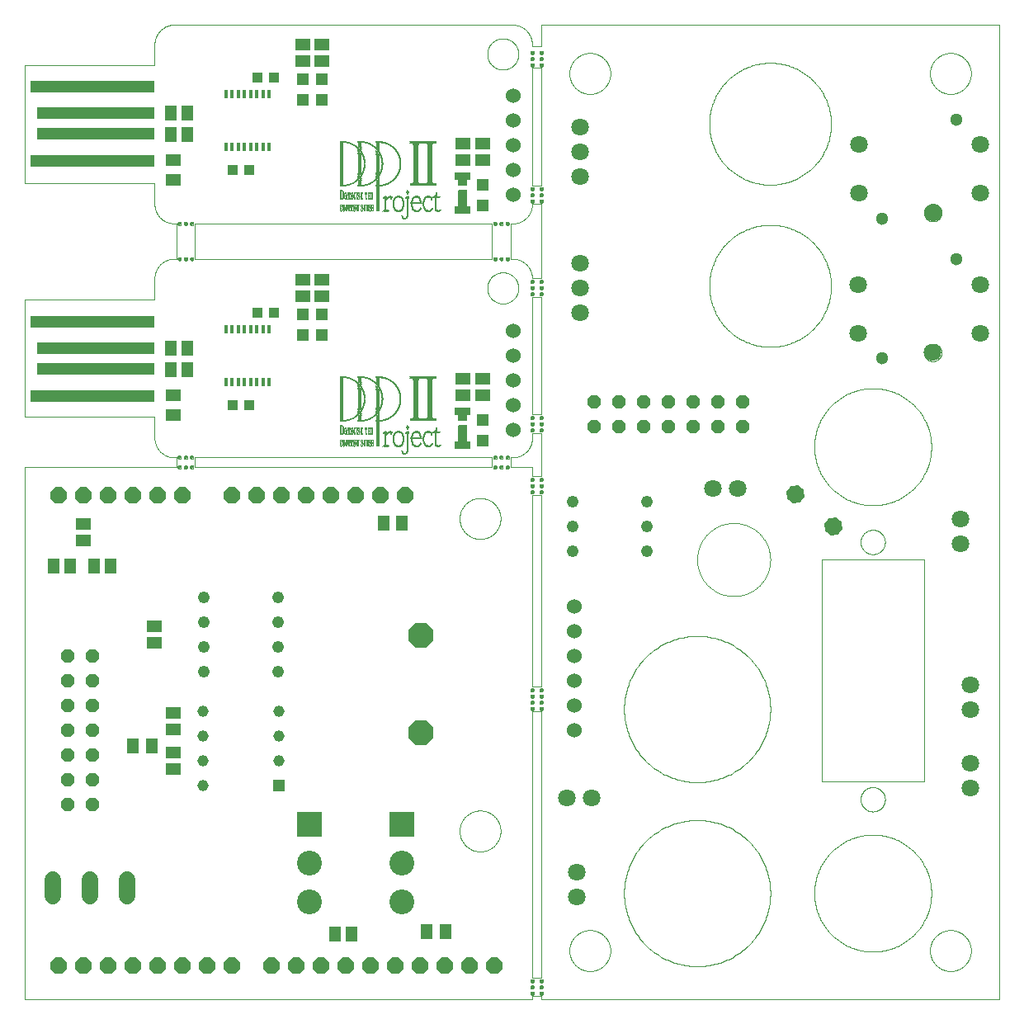
<source format=gts>
G04 EAGLE Gerber X2 export*
%TF.Part,Single*%
%TF.FileFunction,Other,Solder Mask top*%
%TF.FilePolarity,Positive*%
%TF.GenerationSoftware,Autodesk,EAGLE,9.4.0*%
%TF.CreationDate,2019-06-19T15:44:25Z*%
G75*
%MOMM*%
%FSLAX34Y34*%
%LPD*%
%INSolder Mask top*%
%AMOC8*
5,1,8,0,0,1.08239X$1,22.5*%
G01*
%ADD10C,0.050000*%
%ADD11C,0.076200*%
%ADD12C,0.000000*%
%ADD13C,0.350000*%
%ADD14R,1.500000X1.300000*%
%ADD15R,1.300000X1.500000*%
%ADD16C,1.219200*%
%ADD17R,1.159000X1.159000*%
%ADD18C,1.159000*%
%ADD19C,1.676400*%
%ADD20P,1.484606X8X292.500000*%
%ADD21P,1.814519X8X202.500000*%
%ADD22P,2.749271X8X112.500000*%
%ADD23C,1.524000*%
%ADD24C,1.800000*%
%ADD25C,1.300000*%
%ADD26P,1.484606X8X202.500000*%
%ADD27P,1.924489X8X162.500000*%
%ADD28R,12.700000X1.270000*%
%ADD29R,12.065000X1.270000*%
%ADD30R,0.406400X0.914400*%
%ADD31R,1.200000X1.200000*%
%ADD32R,1.100000X1.000000*%
%ADD33R,1.500000X1.200000*%
%ADD34R,0.406400X0.812800*%
%ADD35R,0.304800X0.609600*%
%ADD36R,0.150000X0.006000*%
%ADD37R,0.198000X0.006000*%
%ADD38R,0.240000X0.006000*%
%ADD39R,0.276000X0.006000*%
%ADD40R,0.300000X0.006000*%
%ADD41R,0.330000X0.006000*%
%ADD42R,0.354000X0.006000*%
%ADD43R,0.372000X0.006000*%
%ADD44R,0.390000X0.006000*%
%ADD45R,0.414000X0.006000*%
%ADD46R,0.426000X0.006000*%
%ADD47R,0.444000X0.006000*%
%ADD48R,0.462000X0.006000*%
%ADD49R,0.474000X0.006000*%
%ADD50R,0.486000X0.006000*%
%ADD51R,0.498000X0.006000*%
%ADD52R,0.510000X0.006000*%
%ADD53R,0.522000X0.006000*%
%ADD54R,0.246000X0.006000*%
%ADD55R,0.234000X0.006000*%
%ADD56R,0.228000X0.006000*%
%ADD57R,0.216000X0.006000*%
%ADD58R,0.204000X0.006000*%
%ADD59R,0.222000X0.006000*%
%ADD60R,0.192000X0.006000*%
%ADD61R,0.210000X0.006000*%
%ADD62R,0.186000X0.006000*%
%ADD63R,0.180000X0.006000*%
%ADD64R,0.168000X0.006000*%
%ADD65R,0.162000X0.006000*%
%ADD66R,0.144000X0.006000*%
%ADD67R,0.132000X0.006000*%
%ADD68R,0.120000X0.006000*%
%ADD69R,0.108000X0.006000*%
%ADD70R,0.096000X0.006000*%
%ADD71R,0.072000X0.006000*%
%ADD72R,0.036000X0.006000*%
%ADD73R,0.282000X0.006000*%
%ADD74R,0.258000X0.006000*%
%ADD75R,0.342000X0.006000*%
%ADD76R,0.252000X0.006000*%
%ADD77R,0.384000X0.006000*%
%ADD78R,0.348000X0.006000*%
%ADD79R,0.336000X0.006000*%
%ADD80R,0.288000X0.006000*%
%ADD81R,0.324000X0.006000*%
%ADD82R,0.012000X0.006000*%
%ADD83R,0.420000X0.006000*%
%ADD84R,0.402000X0.006000*%
%ADD85R,0.054000X0.006000*%
%ADD86R,0.060000X0.006000*%
%ADD87R,0.066000X0.006000*%
%ADD88R,0.588000X0.006000*%
%ADD89R,0.492000X0.006000*%
%ADD90R,0.438000X0.006000*%
%ADD91R,0.366000X0.006000*%
%ADD92R,0.078000X0.006000*%
%ADD93R,0.090000X0.006000*%
%ADD94R,0.018000X0.006000*%
%ADD95R,0.084000X0.006000*%
%ADD96R,0.024000X0.006000*%
%ADD97R,0.030000X0.006000*%
%ADD98R,0.360000X0.006000*%
%ADD99R,0.594000X0.006000*%
%ADD100R,0.528000X0.006000*%
%ADD101R,0.396000X0.006000*%
%ADD102R,0.102000X0.006000*%
%ADD103R,0.114000X0.006000*%
%ADD104R,0.042000X0.006000*%
%ADD105R,0.552000X0.006000*%
%ADD106R,0.408000X0.006000*%
%ADD107R,0.126000X0.006000*%
%ADD108R,0.156000X0.006000*%
%ADD109R,0.576000X0.006000*%
%ADD110R,0.504000X0.006000*%
%ADD111R,0.432000X0.006000*%
%ADD112R,0.048000X0.006000*%
%ADD113R,0.600000X0.006000*%
%ADD114R,0.546000X0.006000*%
%ADD115R,0.450000X0.006000*%
%ADD116R,0.174000X0.006000*%
%ADD117R,0.624000X0.006000*%
%ADD118R,0.558000X0.006000*%
%ADD119R,0.642000X0.006000*%
%ADD120R,0.582000X0.006000*%
%ADD121R,0.564000X0.006000*%
%ADD122R,0.480000X0.006000*%
%ADD123R,0.666000X0.006000*%
%ADD124R,0.684000X0.006000*%
%ADD125R,0.618000X0.006000*%
%ADD126R,0.702000X0.006000*%
%ADD127R,0.636000X0.006000*%
%ADD128R,0.714000X0.006000*%
%ADD129R,0.648000X0.006000*%
%ADD130R,0.534000X0.006000*%
%ADD131R,0.732000X0.006000*%
%ADD132R,0.306000X0.006000*%
%ADD133R,0.318000X0.006000*%
%ADD134R,0.678000X0.006000*%
%ADD135R,0.660000X0.006000*%
%ADD136R,0.270000X0.006000*%
%ADD137R,0.294000X0.006000*%
%ADD138R,0.264000X0.006000*%
%ADD139R,0.138000X0.006000*%
%ADD140R,0.006000X0.006000*%
%ADD141R,1.104000X0.006000*%
%ADD142R,1.110000X0.006000*%
%ADD143R,1.116000X0.006000*%
%ADD144R,0.312000X0.006000*%
%ADD145R,0.378000X0.006000*%
%ADD146R,0.762000X0.006000*%
%ADD147R,0.630000X0.006000*%
%ADD148R,0.612000X0.006000*%
%ADD149R,0.570000X0.006000*%
%ADD150R,0.606000X0.006000*%
%ADD151R,0.516000X0.006000*%
%ADD152R,0.756000X0.006000*%
%ADD153R,0.750000X0.006000*%
%ADD154R,0.654000X0.006000*%
%ADD155R,0.672000X0.006000*%
%ADD156R,0.708000X0.006000*%
%ADD157R,0.744000X0.006000*%
%ADD158R,0.738000X0.006000*%
%ADD159R,0.768000X0.006000*%
%ADD160R,0.786000X0.006000*%
%ADD161R,2.760000X0.006000*%
%ADD162R,0.822000X0.006000*%
%ADD163R,0.846000X0.006000*%
%ADD164R,2.772000X0.006000*%
%ADD165R,0.810000X0.006000*%
%ADD166R,0.864000X0.006000*%
%ADD167R,0.828000X0.006000*%
%ADD168R,0.894000X0.006000*%
%ADD169R,0.888000X0.006000*%
%ADD170R,0.912000X0.006000*%
%ADD171R,0.906000X0.006000*%
%ADD172R,0.930000X0.006000*%
%ADD173R,0.924000X0.006000*%
%ADD174R,0.954000X0.006000*%
%ADD175R,0.990000X0.006000*%
%ADD176R,0.984000X0.006000*%
%ADD177R,0.900000X0.006000*%
%ADD178R,0.852000X0.006000*%
%ADD179R,0.858000X0.006000*%
%ADD180R,0.726000X0.006000*%
%ADD181R,0.690000X0.006000*%
%ADD182R,0.540000X0.006000*%
%ADD183R,0.696000X0.006000*%
%ADD184R,0.720000X0.006000*%
%ADD185R,0.774000X0.006000*%
%ADD186R,0.792000X0.006000*%
%ADD187R,0.798000X0.006000*%
%ADD188R,0.834000X0.006000*%
%ADD189R,0.870000X0.006000*%
%ADD190R,0.876000X0.006000*%
%ADD191R,0.942000X0.006000*%
%ADD192R,0.936000X0.006000*%
%ADD193R,2.784000X0.006000*%
%ADD194R,2.790000X0.006000*%
%ADD195R,0.456000X0.006000*%
%ADD196R,0.468000X0.006000*%
%ADD197R,0.966000X0.006000*%
%ADD198R,0.948000X0.006000*%
%ADD199R,0.882000X0.006000*%
%ADD200R,0.816000X0.006000*%
%ADD201R,2.778000X0.006000*%
%ADD202R,2.550000X2.550000*%
%ADD203C,2.550000*%

G36*
X457216Y806206D02*
X457216Y806206D01*
X457233Y806203D01*
X457283Y806225D01*
X457334Y806240D01*
X457345Y806253D01*
X457361Y806260D01*
X457391Y806305D01*
X457426Y806345D01*
X457429Y806362D01*
X457438Y806377D01*
X457449Y806450D01*
X457449Y813450D01*
X457447Y813459D01*
X457447Y813462D01*
X457445Y813468D01*
X457447Y813483D01*
X457425Y813533D01*
X457410Y813584D01*
X457397Y813595D01*
X457390Y813611D01*
X457345Y813641D01*
X457305Y813676D01*
X457288Y813679D01*
X457274Y813688D01*
X457200Y813699D01*
X453999Y813699D01*
X453999Y830050D01*
X453994Y830066D01*
X453997Y830083D01*
X453975Y830133D01*
X453960Y830184D01*
X453947Y830195D01*
X453940Y830211D01*
X453895Y830241D01*
X453855Y830276D01*
X453838Y830279D01*
X453824Y830288D01*
X453750Y830299D01*
X445150Y830299D01*
X445134Y830294D01*
X445117Y830297D01*
X445067Y830275D01*
X445016Y830260D01*
X445005Y830247D01*
X444989Y830240D01*
X444959Y830195D01*
X444924Y830155D01*
X444921Y830138D01*
X444912Y830124D01*
X444901Y830050D01*
X444901Y813699D01*
X441700Y813699D01*
X441684Y813694D01*
X441667Y813697D01*
X441617Y813675D01*
X441566Y813660D01*
X441555Y813647D01*
X441539Y813640D01*
X441509Y813595D01*
X441474Y813555D01*
X441471Y813538D01*
X441462Y813524D01*
X441451Y813450D01*
X441451Y806450D01*
X441456Y806434D01*
X441453Y806417D01*
X441475Y806367D01*
X441490Y806316D01*
X441503Y806305D01*
X441510Y806289D01*
X441555Y806259D01*
X441595Y806224D01*
X441612Y806221D01*
X441627Y806212D01*
X441700Y806201D01*
X457200Y806201D01*
X457216Y806206D01*
G37*
G36*
X457216Y564906D02*
X457216Y564906D01*
X457233Y564903D01*
X457283Y564925D01*
X457334Y564940D01*
X457345Y564953D01*
X457361Y564960D01*
X457391Y565005D01*
X457426Y565045D01*
X457429Y565062D01*
X457438Y565077D01*
X457449Y565150D01*
X457449Y572150D01*
X457447Y572159D01*
X457447Y572162D01*
X457445Y572168D01*
X457447Y572183D01*
X457425Y572233D01*
X457410Y572284D01*
X457397Y572295D01*
X457390Y572311D01*
X457345Y572341D01*
X457305Y572376D01*
X457288Y572379D01*
X457274Y572388D01*
X457200Y572399D01*
X453999Y572399D01*
X453999Y588750D01*
X453994Y588766D01*
X453997Y588783D01*
X453975Y588833D01*
X453960Y588884D01*
X453947Y588895D01*
X453940Y588911D01*
X453895Y588941D01*
X453855Y588976D01*
X453838Y588979D01*
X453824Y588988D01*
X453750Y588999D01*
X445150Y588999D01*
X445134Y588994D01*
X445117Y588997D01*
X445067Y588975D01*
X445016Y588960D01*
X445005Y588947D01*
X444989Y588940D01*
X444959Y588895D01*
X444924Y588855D01*
X444921Y588838D01*
X444912Y588824D01*
X444901Y588750D01*
X444901Y572399D01*
X441700Y572399D01*
X441684Y572394D01*
X441667Y572397D01*
X441617Y572375D01*
X441566Y572360D01*
X441555Y572347D01*
X441539Y572340D01*
X441509Y572295D01*
X441474Y572255D01*
X441471Y572238D01*
X441462Y572224D01*
X441451Y572150D01*
X441451Y565150D01*
X441456Y565134D01*
X441453Y565117D01*
X441475Y565067D01*
X441490Y565016D01*
X441503Y565005D01*
X441510Y564989D01*
X441555Y564959D01*
X441595Y564924D01*
X441612Y564921D01*
X441627Y564912D01*
X441700Y564901D01*
X457200Y564901D01*
X457216Y564906D01*
G37*
G36*
X453766Y834806D02*
X453766Y834806D01*
X453783Y834803D01*
X453833Y834825D01*
X453884Y834840D01*
X453895Y834853D01*
X453911Y834860D01*
X453941Y834905D01*
X453976Y834945D01*
X453979Y834962D01*
X453988Y834977D01*
X453999Y835050D01*
X453999Y841201D01*
X457200Y841201D01*
X457216Y841206D01*
X457233Y841203D01*
X457283Y841225D01*
X457334Y841240D01*
X457345Y841253D01*
X457361Y841260D01*
X457391Y841305D01*
X457426Y841345D01*
X457429Y841362D01*
X457438Y841377D01*
X457449Y841450D01*
X457449Y848450D01*
X457444Y848466D01*
X457447Y848483D01*
X457425Y848533D01*
X457410Y848584D01*
X457397Y848595D01*
X457390Y848611D01*
X457345Y848641D01*
X457305Y848676D01*
X457288Y848679D01*
X457274Y848688D01*
X457200Y848699D01*
X441700Y848699D01*
X441684Y848694D01*
X441667Y848697D01*
X441617Y848675D01*
X441566Y848660D01*
X441555Y848647D01*
X441539Y848640D01*
X441509Y848595D01*
X441474Y848555D01*
X441471Y848538D01*
X441462Y848524D01*
X441451Y848450D01*
X441451Y841450D01*
X441456Y841434D01*
X441453Y841417D01*
X441475Y841367D01*
X441490Y841316D01*
X441503Y841305D01*
X441510Y841289D01*
X441555Y841259D01*
X441595Y841224D01*
X441612Y841221D01*
X441627Y841212D01*
X441700Y841201D01*
X444901Y841201D01*
X444901Y835050D01*
X444906Y835034D01*
X444903Y835017D01*
X444925Y834967D01*
X444940Y834916D01*
X444953Y834905D01*
X444960Y834889D01*
X445005Y834859D01*
X445045Y834824D01*
X445062Y834821D01*
X445077Y834812D01*
X445150Y834801D01*
X453750Y834801D01*
X453766Y834806D01*
G37*
G36*
X453766Y593506D02*
X453766Y593506D01*
X453783Y593503D01*
X453833Y593525D01*
X453884Y593540D01*
X453895Y593553D01*
X453911Y593560D01*
X453941Y593605D01*
X453976Y593645D01*
X453979Y593662D01*
X453988Y593677D01*
X453999Y593750D01*
X453999Y599901D01*
X457200Y599901D01*
X457216Y599906D01*
X457233Y599903D01*
X457283Y599925D01*
X457334Y599940D01*
X457345Y599953D01*
X457361Y599960D01*
X457391Y600005D01*
X457426Y600045D01*
X457429Y600062D01*
X457438Y600077D01*
X457449Y600150D01*
X457449Y607150D01*
X457444Y607166D01*
X457447Y607183D01*
X457425Y607233D01*
X457410Y607284D01*
X457397Y607295D01*
X457390Y607311D01*
X457345Y607341D01*
X457305Y607376D01*
X457288Y607379D01*
X457274Y607388D01*
X457200Y607399D01*
X441700Y607399D01*
X441684Y607394D01*
X441667Y607397D01*
X441617Y607375D01*
X441566Y607360D01*
X441555Y607347D01*
X441539Y607340D01*
X441509Y607295D01*
X441474Y607255D01*
X441471Y607238D01*
X441462Y607224D01*
X441451Y607150D01*
X441451Y600150D01*
X441456Y600134D01*
X441453Y600117D01*
X441475Y600067D01*
X441490Y600016D01*
X441503Y600005D01*
X441510Y599989D01*
X441555Y599959D01*
X441595Y599924D01*
X441612Y599921D01*
X441627Y599912D01*
X441700Y599901D01*
X444901Y599901D01*
X444901Y593750D01*
X444906Y593734D01*
X444903Y593717D01*
X444925Y593667D01*
X444940Y593616D01*
X444953Y593605D01*
X444960Y593589D01*
X445005Y593559D01*
X445045Y593524D01*
X445062Y593521D01*
X445077Y593512D01*
X445150Y593501D01*
X453750Y593501D01*
X453766Y593506D01*
G37*
D10*
X153350Y1000008D02*
X152867Y1000002D01*
X152384Y999985D01*
X151902Y999955D01*
X151420Y999915D01*
X150940Y999862D01*
X150461Y999798D01*
X149983Y999723D01*
X149508Y999635D01*
X149035Y999537D01*
X148564Y999427D01*
X148096Y999306D01*
X147632Y999173D01*
X147170Y999029D01*
X146712Y998874D01*
X146258Y998708D01*
X145809Y998532D01*
X145363Y998344D01*
X144922Y998146D01*
X144487Y997937D01*
X144056Y997717D01*
X143631Y997488D01*
X143211Y997248D01*
X142798Y996998D01*
X142390Y996738D01*
X141989Y996468D01*
X141595Y996189D01*
X141207Y995900D01*
X140827Y995602D01*
X140453Y995295D01*
X140088Y994979D01*
X139730Y994654D01*
X139380Y994320D01*
X139038Y993979D01*
X138705Y993629D01*
X138380Y993271D01*
X138064Y992905D01*
X137757Y992532D01*
X137459Y992152D01*
X137170Y991764D01*
X136891Y991370D01*
X136621Y990969D01*
X136361Y990561D01*
X136111Y990148D01*
X135871Y989728D01*
X135641Y989303D01*
X135422Y988872D01*
X135213Y988436D01*
X135014Y987996D01*
X134827Y987550D01*
X134650Y987101D01*
X134484Y986647D01*
X134329Y986189D01*
X134185Y985727D01*
X134053Y985263D01*
X133931Y984795D01*
X133821Y984324D01*
X133723Y983851D01*
X133636Y983376D01*
X133560Y982898D01*
X133496Y982419D01*
X133443Y981939D01*
X133403Y981457D01*
X133373Y980975D01*
X133356Y980492D01*
X133350Y980008D01*
X500700Y1000000D02*
X501191Y999994D01*
X501682Y999976D01*
X502172Y999946D01*
X502661Y999904D01*
X503148Y999850D01*
X503635Y999784D01*
X504119Y999706D01*
X504602Y999616D01*
X505082Y999514D01*
X505560Y999401D01*
X506034Y999276D01*
X506505Y999139D01*
X506973Y998991D01*
X507438Y998831D01*
X507898Y998660D01*
X508353Y998478D01*
X508804Y998284D01*
X509251Y998080D01*
X509692Y997865D01*
X510127Y997639D01*
X510557Y997402D01*
X510981Y997155D01*
X511399Y996898D01*
X511811Y996630D01*
X512215Y996352D01*
X512613Y996065D01*
X513004Y995768D01*
X513387Y995461D01*
X513763Y995145D01*
X514130Y994820D01*
X514490Y994486D01*
X514841Y994143D01*
X515184Y993792D01*
X515518Y993432D01*
X515843Y993065D01*
X516159Y992689D01*
X516466Y992306D01*
X516763Y991915D01*
X517051Y991518D01*
X517328Y991113D01*
X517596Y990701D01*
X517854Y990284D01*
X518101Y989860D01*
X518338Y989430D01*
X518564Y988994D01*
X518779Y988553D01*
X518983Y988107D01*
X519177Y987656D01*
X519359Y987200D01*
X519530Y986740D01*
X519690Y986276D01*
X519838Y985808D01*
X519975Y985337D01*
X520100Y984862D01*
X520213Y984385D01*
X520315Y983904D01*
X520405Y983422D01*
X520483Y982937D01*
X520549Y982451D01*
X520603Y981963D01*
X520646Y981474D01*
X520676Y980984D01*
X520694Y980494D01*
X520700Y980003D01*
X153374Y796131D02*
X152883Y796137D01*
X152392Y796155D01*
X151902Y796185D01*
X151413Y796227D01*
X150925Y796281D01*
X150439Y796347D01*
X149954Y796425D01*
X149472Y796515D01*
X148991Y796616D01*
X148514Y796730D01*
X148039Y796855D01*
X147568Y796991D01*
X147100Y797140D01*
X146636Y797299D01*
X146175Y797470D01*
X145720Y797652D01*
X145269Y797846D01*
X144822Y798050D01*
X144381Y798265D01*
X143945Y798491D01*
X143515Y798728D01*
X143091Y798975D01*
X142673Y799233D01*
X142262Y799500D01*
X141857Y799778D01*
X141459Y800065D01*
X141068Y800362D01*
X140685Y800669D01*
X140309Y800985D01*
X139942Y801310D01*
X139582Y801644D01*
X139231Y801987D01*
X138888Y802338D01*
X138554Y802698D01*
X138228Y803066D01*
X137912Y803441D01*
X137606Y803824D01*
X137308Y804215D01*
X137021Y804613D01*
X136743Y805017D01*
X136475Y805429D01*
X136218Y805847D01*
X135971Y806271D01*
X135734Y806701D01*
X135508Y807136D01*
X135292Y807578D01*
X135088Y808024D01*
X134894Y808475D01*
X134712Y808931D01*
X134541Y809391D01*
X134381Y809855D01*
X134233Y810323D01*
X134096Y810794D01*
X133971Y811269D01*
X133858Y811746D01*
X133756Y812227D01*
X133666Y812709D01*
X133588Y813194D01*
X133522Y813680D01*
X133468Y814168D01*
X133425Y814657D01*
X133395Y815147D01*
X133377Y815638D01*
X133371Y816128D01*
X153350Y759924D02*
X152867Y759918D01*
X152384Y759901D01*
X151901Y759871D01*
X151420Y759831D01*
X150939Y759778D01*
X150460Y759714D01*
X149983Y759639D01*
X149507Y759551D01*
X149034Y759453D01*
X148564Y759343D01*
X148096Y759222D01*
X147631Y759089D01*
X147170Y758945D01*
X146712Y758790D01*
X146258Y758624D01*
X145808Y758447D01*
X145363Y758260D01*
X144922Y758061D01*
X144486Y757853D01*
X144056Y757633D01*
X143630Y757403D01*
X143211Y757163D01*
X142797Y756913D01*
X142390Y756653D01*
X141989Y756384D01*
X141594Y756104D01*
X141207Y755816D01*
X140826Y755517D01*
X140453Y755210D01*
X140088Y754894D01*
X139730Y754569D01*
X139380Y754236D01*
X139038Y753894D01*
X138705Y753544D01*
X138380Y753186D01*
X138064Y752821D01*
X137757Y752448D01*
X137458Y752067D01*
X137170Y751680D01*
X136890Y751285D01*
X136621Y750884D01*
X136361Y750477D01*
X136111Y750063D01*
X135871Y749644D01*
X135641Y749218D01*
X135421Y748788D01*
X135213Y748352D01*
X135014Y747911D01*
X134827Y747466D01*
X134650Y747016D01*
X134484Y746562D01*
X134329Y746104D01*
X134185Y745643D01*
X134052Y745178D01*
X133931Y744710D01*
X133821Y744240D01*
X133723Y743767D01*
X133635Y743291D01*
X133560Y742814D01*
X133496Y742335D01*
X133443Y741854D01*
X133403Y741373D01*
X133373Y740890D01*
X133356Y740407D01*
X133350Y739924D01*
X133350Y576100D02*
X133356Y575617D01*
X133373Y575134D01*
X133403Y574651D01*
X133443Y574170D01*
X133496Y573689D01*
X133560Y573210D01*
X133635Y572733D01*
X133723Y572257D01*
X133821Y571784D01*
X133931Y571314D01*
X134052Y570846D01*
X134185Y570381D01*
X134329Y569920D01*
X134484Y569462D01*
X134650Y569008D01*
X134827Y568558D01*
X135014Y568113D01*
X135213Y567672D01*
X135421Y567236D01*
X135641Y566806D01*
X135871Y566380D01*
X136111Y565961D01*
X136361Y565547D01*
X136621Y565140D01*
X136890Y564739D01*
X137170Y564344D01*
X137458Y563957D01*
X137757Y563576D01*
X138064Y563203D01*
X138380Y562838D01*
X138705Y562480D01*
X139038Y562130D01*
X139380Y561788D01*
X139730Y561455D01*
X140088Y561130D01*
X140453Y560814D01*
X140826Y560507D01*
X141207Y560208D01*
X141594Y559920D01*
X141989Y559640D01*
X142390Y559371D01*
X142797Y559111D01*
X143211Y558861D01*
X143630Y558621D01*
X144056Y558391D01*
X144486Y558171D01*
X144922Y557963D01*
X145363Y557764D01*
X145808Y557577D01*
X146258Y557400D01*
X146712Y557234D01*
X147170Y557079D01*
X147631Y556935D01*
X148096Y556802D01*
X148564Y556681D01*
X149034Y556571D01*
X149507Y556473D01*
X149983Y556385D01*
X150460Y556310D01*
X150939Y556246D01*
X151420Y556193D01*
X151901Y556153D01*
X152384Y556123D01*
X152867Y556106D01*
X153350Y556100D01*
X817819Y451241D02*
X817819Y223241D01*
X922819Y223241D02*
X922819Y451241D01*
X520700Y0D02*
X0Y0D01*
X520700Y0D02*
X520700Y3175D01*
X155575Y546100D02*
X0Y546100D01*
X0Y0D01*
X153350Y556100D02*
X152867Y556106D01*
X152384Y556123D01*
X151901Y556153D01*
X151420Y556193D01*
X150939Y556246D01*
X150460Y556310D01*
X149983Y556385D01*
X149507Y556473D01*
X149034Y556571D01*
X148564Y556681D01*
X148096Y556802D01*
X147631Y556935D01*
X147170Y557079D01*
X146712Y557234D01*
X146258Y557400D01*
X145808Y557577D01*
X145363Y557764D01*
X144922Y557963D01*
X144486Y558171D01*
X144056Y558391D01*
X143630Y558621D01*
X143211Y558861D01*
X142797Y559111D01*
X142390Y559371D01*
X141989Y559640D01*
X141594Y559920D01*
X141207Y560208D01*
X140826Y560507D01*
X140453Y560814D01*
X140088Y561130D01*
X139730Y561455D01*
X139380Y561788D01*
X139038Y562130D01*
X138705Y562480D01*
X138380Y562838D01*
X138064Y563203D01*
X137757Y563576D01*
X137458Y563957D01*
X137170Y564344D01*
X136890Y564739D01*
X136621Y565140D01*
X136361Y565547D01*
X136111Y565961D01*
X135871Y566380D01*
X135641Y566806D01*
X135421Y567236D01*
X135213Y567672D01*
X135014Y568113D01*
X134827Y568558D01*
X134650Y569008D01*
X134484Y569462D01*
X134329Y569920D01*
X134185Y570381D01*
X134052Y570846D01*
X133931Y571314D01*
X133821Y571784D01*
X133723Y572257D01*
X133635Y572733D01*
X133560Y573210D01*
X133496Y573689D01*
X133443Y574170D01*
X133403Y574651D01*
X133373Y575134D01*
X133356Y575617D01*
X133350Y576100D01*
X133350Y739924D02*
X133356Y740407D01*
X133373Y740890D01*
X133403Y741373D01*
X133443Y741854D01*
X133496Y742335D01*
X133560Y742814D01*
X133635Y743291D01*
X133723Y743767D01*
X133821Y744240D01*
X133931Y744710D01*
X134052Y745178D01*
X134185Y745643D01*
X134329Y746104D01*
X134484Y746562D01*
X134650Y747016D01*
X134827Y747466D01*
X135014Y747911D01*
X135213Y748352D01*
X135421Y748788D01*
X135641Y749218D01*
X135871Y749644D01*
X136111Y750063D01*
X136361Y750477D01*
X136621Y750884D01*
X136890Y751285D01*
X137170Y751680D01*
X137458Y752067D01*
X137757Y752448D01*
X138064Y752821D01*
X138380Y753186D01*
X138705Y753544D01*
X139038Y753894D01*
X139380Y754236D01*
X139730Y754569D01*
X140088Y754894D01*
X140453Y755210D01*
X140826Y755517D01*
X141207Y755816D01*
X141594Y756104D01*
X141989Y756384D01*
X142390Y756653D01*
X142797Y756913D01*
X143211Y757163D01*
X143630Y757403D01*
X144056Y757633D01*
X144486Y757853D01*
X144922Y758061D01*
X145363Y758260D01*
X145808Y758447D01*
X146258Y758624D01*
X146712Y758790D01*
X147170Y758945D01*
X147631Y759089D01*
X148096Y759222D01*
X148564Y759343D01*
X149034Y759453D01*
X149507Y759551D01*
X149983Y759639D01*
X150460Y759714D01*
X150939Y759778D01*
X151420Y759831D01*
X151901Y759871D01*
X152384Y759901D01*
X152867Y759918D01*
X153350Y759924D01*
X0Y837771D02*
X0Y958421D01*
X133371Y816128D02*
X133377Y815638D01*
X133395Y815147D01*
X133425Y814657D01*
X133468Y814168D01*
X133522Y813680D01*
X133588Y813194D01*
X133666Y812709D01*
X133756Y812227D01*
X133858Y811746D01*
X133971Y811269D01*
X134096Y810794D01*
X134233Y810323D01*
X134381Y809855D01*
X134541Y809391D01*
X134712Y808931D01*
X134894Y808475D01*
X135088Y808024D01*
X135292Y807578D01*
X135508Y807136D01*
X135734Y806701D01*
X135971Y806271D01*
X136218Y805847D01*
X136475Y805429D01*
X136743Y805017D01*
X137021Y804613D01*
X137308Y804215D01*
X137606Y803824D01*
X137912Y803441D01*
X138228Y803066D01*
X138554Y802698D01*
X138888Y802338D01*
X139231Y801987D01*
X139582Y801644D01*
X139942Y801310D01*
X140309Y800985D01*
X140685Y800669D01*
X141068Y800362D01*
X141459Y800065D01*
X141857Y799778D01*
X142262Y799500D01*
X142673Y799233D01*
X143091Y798975D01*
X143515Y798728D01*
X143945Y798491D01*
X144381Y798265D01*
X144822Y798050D01*
X145269Y797846D01*
X145720Y797652D01*
X146175Y797470D01*
X146636Y797299D01*
X147100Y797140D01*
X147568Y796991D01*
X148039Y796855D01*
X148514Y796730D01*
X148991Y796616D01*
X149472Y796515D01*
X149954Y796425D01*
X150439Y796347D01*
X150925Y796281D01*
X151413Y796227D01*
X151902Y796185D01*
X152392Y796155D01*
X152883Y796137D01*
X153374Y796131D01*
X500700Y1000000D02*
X501191Y999994D01*
X501682Y999976D01*
X502172Y999946D01*
X502661Y999904D01*
X503148Y999850D01*
X503635Y999784D01*
X504119Y999706D01*
X504602Y999616D01*
X505082Y999514D01*
X505560Y999401D01*
X506034Y999276D01*
X506505Y999139D01*
X506973Y998991D01*
X507438Y998831D01*
X507898Y998660D01*
X508353Y998478D01*
X508804Y998284D01*
X509251Y998080D01*
X509692Y997865D01*
X510127Y997639D01*
X510557Y997402D01*
X510981Y997155D01*
X511399Y996898D01*
X511811Y996630D01*
X512215Y996352D01*
X512613Y996065D01*
X513004Y995768D01*
X513387Y995461D01*
X513763Y995145D01*
X514130Y994820D01*
X514490Y994486D01*
X514841Y994143D01*
X515184Y993792D01*
X515518Y993432D01*
X515843Y993065D01*
X516159Y992689D01*
X516466Y992306D01*
X516763Y991915D01*
X517051Y991518D01*
X517328Y991113D01*
X517596Y990701D01*
X517854Y990284D01*
X518101Y989860D01*
X518338Y989430D01*
X518564Y988994D01*
X518779Y988553D01*
X518983Y988107D01*
X519177Y987656D01*
X519359Y987200D01*
X519530Y986740D01*
X519690Y986276D01*
X519838Y985808D01*
X519975Y985337D01*
X520100Y984862D01*
X520213Y984385D01*
X520315Y983904D01*
X520405Y983422D01*
X520483Y982937D01*
X520549Y982451D01*
X520603Y981963D01*
X520646Y981474D01*
X520676Y980984D01*
X520694Y980494D01*
X520700Y980003D01*
X500700Y1000000D02*
X153350Y1000008D01*
X530000Y0D02*
X1000000Y0D01*
X1000000Y1000000D01*
X530000Y1000000D01*
X133350Y718337D02*
X0Y718337D01*
X133350Y718337D02*
X133350Y739924D01*
X133356Y740407D01*
X133373Y740890D01*
X133403Y741373D01*
X133443Y741854D01*
X133496Y742335D01*
X133560Y742814D01*
X133635Y743291D01*
X133723Y743767D01*
X133821Y744240D01*
X133931Y744710D01*
X134052Y745178D01*
X134185Y745643D01*
X134329Y746104D01*
X134484Y746562D01*
X134650Y747016D01*
X134827Y747466D01*
X135014Y747911D01*
X135213Y748352D01*
X135421Y748788D01*
X135641Y749218D01*
X135871Y749644D01*
X136111Y750063D01*
X136361Y750477D01*
X136621Y750884D01*
X136890Y751285D01*
X137170Y751680D01*
X137458Y752067D01*
X137757Y752448D01*
X138064Y752821D01*
X138380Y753186D01*
X138705Y753544D01*
X139038Y753894D01*
X139380Y754236D01*
X139730Y754569D01*
X140088Y754894D01*
X140453Y755210D01*
X140826Y755517D01*
X141207Y755816D01*
X141594Y756104D01*
X141989Y756384D01*
X142390Y756653D01*
X142797Y756913D01*
X143211Y757163D01*
X143630Y757403D01*
X144056Y757633D01*
X144486Y757853D01*
X144922Y758061D01*
X145363Y758260D01*
X145808Y758447D01*
X146258Y758624D01*
X146712Y758790D01*
X147170Y758945D01*
X147631Y759089D01*
X148096Y759222D01*
X148564Y759343D01*
X149034Y759453D01*
X149507Y759551D01*
X149983Y759639D01*
X150460Y759714D01*
X150939Y759778D01*
X151420Y759831D01*
X151901Y759871D01*
X152384Y759901D01*
X152867Y759918D01*
X153350Y759924D01*
D11*
X500700Y759925D02*
X501185Y759917D01*
X501669Y759898D01*
X502153Y759867D01*
X502637Y759824D01*
X503119Y759770D01*
X503599Y759703D01*
X504078Y759626D01*
X504555Y759537D01*
X505030Y759436D01*
X505502Y759324D01*
X505971Y759200D01*
X506437Y759065D01*
X506899Y758919D01*
X507358Y758762D01*
X507813Y758594D01*
X508264Y758415D01*
X508711Y758225D01*
X509152Y758024D01*
X509589Y757813D01*
X510020Y757591D01*
X510446Y757359D01*
X510866Y757116D01*
X511281Y756864D01*
X511689Y756601D01*
X512090Y756329D01*
X512485Y756047D01*
X512873Y755756D01*
X513254Y755455D01*
X513627Y755145D01*
X513993Y754827D01*
X514351Y754499D01*
X514701Y754163D01*
X515043Y753819D01*
X515376Y753467D01*
X515701Y753106D01*
X516017Y752738D01*
X516324Y752362D01*
X516621Y751979D01*
X516910Y751589D01*
X517189Y751192D01*
X517458Y750789D01*
X517717Y750379D01*
X517967Y749963D01*
X518206Y749541D01*
X518435Y749113D01*
X518654Y748680D01*
X518862Y748242D01*
X519059Y747799D01*
X519246Y747351D01*
X519422Y746899D01*
X519587Y746443D01*
X519740Y745983D01*
X519883Y745519D01*
X520014Y745052D01*
X520134Y744582D01*
X520243Y744109D01*
X520340Y743634D01*
X520426Y743156D01*
X520500Y742677D01*
X520562Y742196D01*
X520613Y741713D01*
X520653Y741230D01*
X520680Y740745D01*
X520696Y740261D01*
X520700Y739775D01*
D10*
X153350Y556100D02*
X152867Y556106D01*
X152384Y556123D01*
X151901Y556153D01*
X151420Y556193D01*
X150939Y556246D01*
X150460Y556310D01*
X149983Y556385D01*
X149507Y556473D01*
X149034Y556571D01*
X148564Y556681D01*
X148096Y556802D01*
X147631Y556935D01*
X147170Y557079D01*
X146712Y557234D01*
X146258Y557400D01*
X145808Y557577D01*
X145363Y557764D01*
X144922Y557963D01*
X144486Y558171D01*
X144056Y558391D01*
X143630Y558621D01*
X143211Y558861D01*
X142797Y559111D01*
X142390Y559371D01*
X141989Y559640D01*
X141594Y559920D01*
X141207Y560208D01*
X140826Y560507D01*
X140453Y560814D01*
X140088Y561130D01*
X139730Y561455D01*
X139380Y561788D01*
X139038Y562130D01*
X138705Y562480D01*
X138380Y562838D01*
X138064Y563203D01*
X137757Y563576D01*
X137458Y563957D01*
X137170Y564344D01*
X136890Y564739D01*
X136621Y565140D01*
X136361Y565547D01*
X136111Y565961D01*
X135871Y566380D01*
X135641Y566806D01*
X135421Y567236D01*
X135213Y567672D01*
X135014Y568113D01*
X134827Y568558D01*
X134650Y569008D01*
X134484Y569462D01*
X134329Y569920D01*
X134185Y570381D01*
X134052Y570846D01*
X133931Y571314D01*
X133821Y571784D01*
X133723Y572257D01*
X133635Y572733D01*
X133560Y573210D01*
X133496Y573689D01*
X133443Y574170D01*
X133403Y574651D01*
X133373Y575134D01*
X133356Y575617D01*
X133350Y576100D01*
X133350Y597687D01*
X0Y597687D01*
X0Y718337D01*
X0Y837771D02*
X133368Y837771D01*
X133371Y816129D01*
X133371Y816128D02*
X133377Y815638D01*
X133395Y815147D01*
X133425Y814657D01*
X133468Y814168D01*
X133522Y813680D01*
X133588Y813194D01*
X133666Y812709D01*
X133756Y812227D01*
X133858Y811746D01*
X133971Y811269D01*
X134096Y810794D01*
X134233Y810323D01*
X134381Y809855D01*
X134541Y809391D01*
X134712Y808931D01*
X134894Y808475D01*
X135088Y808024D01*
X135292Y807578D01*
X135508Y807136D01*
X135734Y806701D01*
X135971Y806271D01*
X136218Y805847D01*
X136475Y805429D01*
X136743Y805017D01*
X137021Y804613D01*
X137308Y804215D01*
X137606Y803824D01*
X137912Y803441D01*
X138228Y803066D01*
X138554Y802698D01*
X138888Y802338D01*
X139231Y801987D01*
X139582Y801644D01*
X139942Y801310D01*
X140309Y800985D01*
X140685Y800669D01*
X141068Y800362D01*
X141459Y800065D01*
X141857Y799778D01*
X142262Y799500D01*
X142673Y799233D01*
X143091Y798975D01*
X143515Y798728D01*
X143945Y798491D01*
X144381Y798265D01*
X144822Y798050D01*
X145269Y797846D01*
X145720Y797652D01*
X146175Y797470D01*
X146636Y797299D01*
X147100Y797140D01*
X147568Y796991D01*
X148039Y796855D01*
X148514Y796730D01*
X148991Y796616D01*
X149472Y796515D01*
X149954Y796425D01*
X150439Y796347D01*
X150925Y796281D01*
X151413Y796227D01*
X151902Y796185D01*
X152392Y796155D01*
X152883Y796137D01*
X153374Y796131D01*
D11*
X500723Y796131D02*
X501205Y796135D01*
X501686Y796151D01*
X502166Y796178D01*
X502646Y796217D01*
X503125Y796267D01*
X503602Y796329D01*
X504078Y796403D01*
X504552Y796488D01*
X505024Y796584D01*
X505493Y796692D01*
X505959Y796811D01*
X506423Y796941D01*
X506883Y797082D01*
X507339Y797235D01*
X507792Y797398D01*
X508241Y797573D01*
X508685Y797758D01*
X509125Y797954D01*
X509560Y798160D01*
X509990Y798377D01*
X510414Y798605D01*
X510833Y798842D01*
X511246Y799089D01*
X511653Y799347D01*
X512053Y799614D01*
X512447Y799891D01*
X512834Y800177D01*
X513214Y800472D01*
X513587Y800777D01*
X513953Y801090D01*
X514310Y801412D01*
X514660Y801743D01*
X515002Y802082D01*
X515335Y802429D01*
X515660Y802785D01*
X515976Y803148D01*
X516284Y803518D01*
X516582Y803896D01*
X516871Y804281D01*
X517151Y804673D01*
X517421Y805071D01*
X517682Y805476D01*
X517932Y805887D01*
X518173Y806304D01*
X518403Y806726D01*
X518624Y807154D01*
X518833Y807588D01*
X519033Y808026D01*
X519221Y808469D01*
X519399Y808916D01*
X519566Y809368D01*
X519722Y809823D01*
X519867Y810282D01*
X520001Y810745D01*
X520124Y811210D01*
X520235Y811678D01*
X520335Y812149D01*
X520424Y812623D01*
X520501Y813098D01*
X520566Y813575D01*
X520620Y814053D01*
X520663Y814532D01*
X520694Y815013D01*
X520713Y815494D01*
X520721Y815975D01*
D10*
X153350Y1000008D02*
X152867Y1000002D01*
X152384Y999985D01*
X151902Y999955D01*
X151420Y999915D01*
X150940Y999862D01*
X150461Y999798D01*
X149983Y999723D01*
X149508Y999635D01*
X149035Y999537D01*
X148564Y999427D01*
X148096Y999306D01*
X147632Y999173D01*
X147170Y999029D01*
X146712Y998874D01*
X146258Y998708D01*
X145809Y998532D01*
X145363Y998344D01*
X144922Y998146D01*
X144487Y997937D01*
X144056Y997717D01*
X143631Y997488D01*
X143211Y997248D01*
X142798Y996998D01*
X142390Y996738D01*
X141989Y996468D01*
X141595Y996189D01*
X141207Y995900D01*
X140827Y995602D01*
X140453Y995295D01*
X140088Y994979D01*
X139730Y994654D01*
X139380Y994320D01*
X139038Y993979D01*
X138705Y993629D01*
X138380Y993271D01*
X138064Y992905D01*
X137757Y992532D01*
X137459Y992152D01*
X137170Y991764D01*
X136891Y991370D01*
X136621Y990969D01*
X136361Y990561D01*
X136111Y990148D01*
X135871Y989728D01*
X135641Y989303D01*
X135422Y988872D01*
X135213Y988436D01*
X135014Y987996D01*
X134827Y987550D01*
X134650Y987101D01*
X134484Y986647D01*
X134329Y986189D01*
X134185Y985727D01*
X134053Y985263D01*
X133931Y984795D01*
X133821Y984324D01*
X133723Y983851D01*
X133636Y983376D01*
X133560Y982898D01*
X133496Y982419D01*
X133443Y981939D01*
X133403Y981457D01*
X133373Y980975D01*
X133356Y980492D01*
X133350Y980008D01*
X133350Y980009D02*
X133349Y958421D01*
X0Y958421D01*
X615119Y297835D02*
X615142Y299676D01*
X615209Y301515D01*
X615322Y303352D01*
X615480Y305186D01*
X615683Y307016D01*
X615931Y308840D01*
X616223Y310657D01*
X616560Y312467D01*
X616941Y314268D01*
X617367Y316059D01*
X617836Y317838D01*
X618348Y319606D01*
X618904Y321361D01*
X619503Y323102D01*
X620145Y324827D01*
X620828Y326536D01*
X621553Y328228D01*
X622320Y329902D01*
X623127Y331556D01*
X623975Y333190D01*
X624862Y334802D01*
X625789Y336393D01*
X626755Y337960D01*
X627759Y339503D01*
X628800Y341021D01*
X629878Y342512D01*
X630993Y343977D01*
X632143Y345414D01*
X633328Y346823D01*
X634548Y348202D01*
X635800Y349551D01*
X637086Y350868D01*
X638403Y352154D01*
X639752Y353406D01*
X641131Y354626D01*
X642540Y355811D01*
X643977Y356961D01*
X645442Y358076D01*
X646933Y359154D01*
X648451Y360195D01*
X649994Y361199D01*
X651561Y362165D01*
X653152Y363092D01*
X654764Y363979D01*
X656398Y364827D01*
X658052Y365634D01*
X659726Y366401D01*
X661418Y367126D01*
X663127Y367809D01*
X664852Y368451D01*
X666593Y369050D01*
X668348Y369606D01*
X670116Y370118D01*
X671895Y370587D01*
X673686Y371013D01*
X675487Y371394D01*
X677297Y371731D01*
X679114Y372023D01*
X680938Y372271D01*
X682768Y372474D01*
X684602Y372632D01*
X686439Y372745D01*
X688278Y372812D01*
X690119Y372835D01*
X691960Y372812D01*
X693799Y372745D01*
X695636Y372632D01*
X697470Y372474D01*
X699300Y372271D01*
X701124Y372023D01*
X702941Y371731D01*
X704751Y371394D01*
X706552Y371013D01*
X708343Y370587D01*
X710122Y370118D01*
X711890Y369606D01*
X713645Y369050D01*
X715386Y368451D01*
X717111Y367809D01*
X718820Y367126D01*
X720512Y366401D01*
X722186Y365634D01*
X723840Y364827D01*
X725474Y363979D01*
X727086Y363092D01*
X728677Y362165D01*
X730244Y361199D01*
X731787Y360195D01*
X733305Y359154D01*
X734796Y358076D01*
X736261Y356961D01*
X737698Y355811D01*
X739107Y354626D01*
X740486Y353406D01*
X741835Y352154D01*
X743152Y350868D01*
X744438Y349551D01*
X745690Y348202D01*
X746910Y346823D01*
X748095Y345414D01*
X749245Y343977D01*
X750360Y342512D01*
X751438Y341021D01*
X752479Y339503D01*
X753483Y337960D01*
X754449Y336393D01*
X755376Y334802D01*
X756263Y333190D01*
X757111Y331556D01*
X757918Y329902D01*
X758685Y328228D01*
X759410Y326536D01*
X760093Y324827D01*
X760735Y323102D01*
X761334Y321361D01*
X761890Y319606D01*
X762402Y317838D01*
X762871Y316059D01*
X763297Y314268D01*
X763678Y312467D01*
X764015Y310657D01*
X764307Y308840D01*
X764555Y307016D01*
X764758Y305186D01*
X764916Y303352D01*
X765029Y301515D01*
X765096Y299676D01*
X765119Y297835D01*
X765096Y295994D01*
X765029Y294155D01*
X764916Y292318D01*
X764758Y290484D01*
X764555Y288654D01*
X764307Y286830D01*
X764015Y285013D01*
X763678Y283203D01*
X763297Y281402D01*
X762871Y279611D01*
X762402Y277832D01*
X761890Y276064D01*
X761334Y274309D01*
X760735Y272568D01*
X760093Y270843D01*
X759410Y269134D01*
X758685Y267442D01*
X757918Y265768D01*
X757111Y264114D01*
X756263Y262480D01*
X755376Y260868D01*
X754449Y259277D01*
X753483Y257710D01*
X752479Y256167D01*
X751438Y254649D01*
X750360Y253158D01*
X749245Y251693D01*
X748095Y250256D01*
X746910Y248847D01*
X745690Y247468D01*
X744438Y246119D01*
X743152Y244802D01*
X741835Y243516D01*
X740486Y242264D01*
X739107Y241044D01*
X737698Y239859D01*
X736261Y238709D01*
X734796Y237594D01*
X733305Y236516D01*
X731787Y235475D01*
X730244Y234471D01*
X728677Y233505D01*
X727086Y232578D01*
X725474Y231691D01*
X723840Y230843D01*
X722186Y230036D01*
X720512Y229269D01*
X718820Y228544D01*
X717111Y227861D01*
X715386Y227219D01*
X713645Y226620D01*
X711890Y226064D01*
X710122Y225552D01*
X708343Y225083D01*
X706552Y224657D01*
X704751Y224276D01*
X702941Y223939D01*
X701124Y223647D01*
X699300Y223399D01*
X697470Y223196D01*
X695636Y223038D01*
X693799Y222925D01*
X691960Y222858D01*
X690119Y222835D01*
X688278Y222858D01*
X686439Y222925D01*
X684602Y223038D01*
X682768Y223196D01*
X680938Y223399D01*
X679114Y223647D01*
X677297Y223939D01*
X675487Y224276D01*
X673686Y224657D01*
X671895Y225083D01*
X670116Y225552D01*
X668348Y226064D01*
X666593Y226620D01*
X664852Y227219D01*
X663127Y227861D01*
X661418Y228544D01*
X659726Y229269D01*
X658052Y230036D01*
X656398Y230843D01*
X654764Y231691D01*
X653152Y232578D01*
X651561Y233505D01*
X649994Y234471D01*
X648451Y235475D01*
X646933Y236516D01*
X645442Y237594D01*
X643977Y238709D01*
X642540Y239859D01*
X641131Y241044D01*
X639752Y242264D01*
X638403Y243516D01*
X637086Y244802D01*
X635800Y246119D01*
X634548Y247468D01*
X633328Y248847D01*
X632143Y250256D01*
X630993Y251693D01*
X629878Y253158D01*
X628800Y254649D01*
X627759Y256167D01*
X626755Y257710D01*
X625789Y259277D01*
X624862Y260868D01*
X623975Y262480D01*
X623127Y264114D01*
X622320Y265768D01*
X621553Y267442D01*
X620828Y269134D01*
X620145Y270843D01*
X619503Y272568D01*
X618904Y274309D01*
X618348Y276064D01*
X617836Y277832D01*
X617367Y279611D01*
X616941Y281402D01*
X616560Y283203D01*
X616223Y285013D01*
X615931Y286830D01*
X615683Y288654D01*
X615480Y290484D01*
X615322Y292318D01*
X615209Y294155D01*
X615142Y295994D01*
X615119Y297835D01*
X857819Y205241D02*
X857823Y205548D01*
X857834Y205854D01*
X857853Y206161D01*
X857879Y206466D01*
X857913Y206771D01*
X857954Y207075D01*
X858003Y207378D01*
X858059Y207680D01*
X858123Y207980D01*
X858194Y208278D01*
X858272Y208575D01*
X858357Y208870D01*
X858450Y209162D01*
X858550Y209452D01*
X858657Y209740D01*
X858771Y210025D01*
X858891Y210307D01*
X859019Y210585D01*
X859154Y210861D01*
X859295Y211133D01*
X859443Y211402D01*
X859597Y211667D01*
X859758Y211928D01*
X859926Y212186D01*
X860099Y212439D01*
X860279Y212687D01*
X860465Y212931D01*
X860656Y213171D01*
X860854Y213406D01*
X861057Y213635D01*
X861266Y213860D01*
X861480Y214080D01*
X861700Y214294D01*
X861925Y214503D01*
X862154Y214706D01*
X862389Y214904D01*
X862629Y215095D01*
X862873Y215281D01*
X863121Y215461D01*
X863374Y215634D01*
X863632Y215802D01*
X863893Y215963D01*
X864158Y216117D01*
X864427Y216265D01*
X864699Y216406D01*
X864975Y216541D01*
X865253Y216669D01*
X865535Y216789D01*
X865820Y216903D01*
X866108Y217010D01*
X866398Y217110D01*
X866690Y217203D01*
X866985Y217288D01*
X867282Y217366D01*
X867580Y217437D01*
X867880Y217501D01*
X868182Y217557D01*
X868485Y217606D01*
X868789Y217647D01*
X869094Y217681D01*
X869399Y217707D01*
X869706Y217726D01*
X870012Y217737D01*
X870319Y217741D01*
X870626Y217737D01*
X870932Y217726D01*
X871239Y217707D01*
X871544Y217681D01*
X871849Y217647D01*
X872153Y217606D01*
X872456Y217557D01*
X872758Y217501D01*
X873058Y217437D01*
X873356Y217366D01*
X873653Y217288D01*
X873948Y217203D01*
X874240Y217110D01*
X874530Y217010D01*
X874818Y216903D01*
X875103Y216789D01*
X875385Y216669D01*
X875663Y216541D01*
X875939Y216406D01*
X876211Y216265D01*
X876480Y216117D01*
X876745Y215963D01*
X877006Y215802D01*
X877264Y215634D01*
X877517Y215461D01*
X877765Y215281D01*
X878009Y215095D01*
X878249Y214904D01*
X878484Y214706D01*
X878713Y214503D01*
X878938Y214294D01*
X879158Y214080D01*
X879372Y213860D01*
X879581Y213635D01*
X879784Y213406D01*
X879982Y213171D01*
X880173Y212931D01*
X880359Y212687D01*
X880539Y212439D01*
X880712Y212186D01*
X880880Y211928D01*
X881041Y211667D01*
X881195Y211402D01*
X881343Y211133D01*
X881484Y210861D01*
X881619Y210585D01*
X881747Y210307D01*
X881867Y210025D01*
X881981Y209740D01*
X882088Y209452D01*
X882188Y209162D01*
X882281Y208870D01*
X882366Y208575D01*
X882444Y208278D01*
X882515Y207980D01*
X882579Y207680D01*
X882635Y207378D01*
X882684Y207075D01*
X882725Y206771D01*
X882759Y206466D01*
X882785Y206161D01*
X882804Y205854D01*
X882815Y205548D01*
X882819Y205241D01*
X882815Y204934D01*
X882804Y204628D01*
X882785Y204321D01*
X882759Y204016D01*
X882725Y203711D01*
X882684Y203407D01*
X882635Y203104D01*
X882579Y202802D01*
X882515Y202502D01*
X882444Y202204D01*
X882366Y201907D01*
X882281Y201612D01*
X882188Y201320D01*
X882088Y201030D01*
X881981Y200742D01*
X881867Y200457D01*
X881747Y200175D01*
X881619Y199897D01*
X881484Y199621D01*
X881343Y199349D01*
X881195Y199080D01*
X881041Y198815D01*
X880880Y198554D01*
X880712Y198296D01*
X880539Y198043D01*
X880359Y197795D01*
X880173Y197551D01*
X879982Y197311D01*
X879784Y197076D01*
X879581Y196847D01*
X879372Y196622D01*
X879158Y196402D01*
X878938Y196188D01*
X878713Y195979D01*
X878484Y195776D01*
X878249Y195578D01*
X878009Y195387D01*
X877765Y195201D01*
X877517Y195021D01*
X877264Y194848D01*
X877006Y194680D01*
X876745Y194519D01*
X876480Y194365D01*
X876211Y194217D01*
X875939Y194076D01*
X875663Y193941D01*
X875385Y193813D01*
X875103Y193693D01*
X874818Y193579D01*
X874530Y193472D01*
X874240Y193372D01*
X873948Y193279D01*
X873653Y193194D01*
X873356Y193116D01*
X873058Y193045D01*
X872758Y192981D01*
X872456Y192925D01*
X872153Y192876D01*
X871849Y192835D01*
X871544Y192801D01*
X871239Y192775D01*
X870932Y192756D01*
X870626Y192745D01*
X870319Y192741D01*
X870012Y192745D01*
X869706Y192756D01*
X869399Y192775D01*
X869094Y192801D01*
X868789Y192835D01*
X868485Y192876D01*
X868182Y192925D01*
X867880Y192981D01*
X867580Y193045D01*
X867282Y193116D01*
X866985Y193194D01*
X866690Y193279D01*
X866398Y193372D01*
X866108Y193472D01*
X865820Y193579D01*
X865535Y193693D01*
X865253Y193813D01*
X864975Y193941D01*
X864699Y194076D01*
X864427Y194217D01*
X864158Y194365D01*
X863893Y194519D01*
X863632Y194680D01*
X863374Y194848D01*
X863121Y195021D01*
X862873Y195201D01*
X862629Y195387D01*
X862389Y195578D01*
X862154Y195776D01*
X861925Y195979D01*
X861700Y196188D01*
X861480Y196402D01*
X861266Y196622D01*
X861057Y196847D01*
X860854Y197076D01*
X860656Y197311D01*
X860465Y197551D01*
X860279Y197795D01*
X860099Y198043D01*
X859926Y198296D01*
X859758Y198554D01*
X859597Y198815D01*
X859443Y199080D01*
X859295Y199349D01*
X859154Y199621D01*
X859019Y199897D01*
X858891Y200175D01*
X858771Y200457D01*
X858657Y200742D01*
X858550Y201030D01*
X858450Y201320D01*
X858357Y201612D01*
X858272Y201907D01*
X858194Y202204D01*
X858123Y202502D01*
X858059Y202802D01*
X858003Y203104D01*
X857954Y203407D01*
X857913Y203711D01*
X857879Y204016D01*
X857853Y204321D01*
X857834Y204628D01*
X857823Y204934D01*
X857819Y205241D01*
X615119Y108941D02*
X615142Y110782D01*
X615209Y112621D01*
X615322Y114458D01*
X615480Y116292D01*
X615683Y118122D01*
X615931Y119946D01*
X616223Y121763D01*
X616560Y123573D01*
X616941Y125374D01*
X617367Y127165D01*
X617836Y128944D01*
X618348Y130712D01*
X618904Y132467D01*
X619503Y134208D01*
X620145Y135933D01*
X620828Y137642D01*
X621553Y139334D01*
X622320Y141008D01*
X623127Y142662D01*
X623975Y144296D01*
X624862Y145908D01*
X625789Y147499D01*
X626755Y149066D01*
X627759Y150609D01*
X628800Y152127D01*
X629878Y153618D01*
X630993Y155083D01*
X632143Y156520D01*
X633328Y157929D01*
X634548Y159308D01*
X635800Y160657D01*
X637086Y161974D01*
X638403Y163260D01*
X639752Y164512D01*
X641131Y165732D01*
X642540Y166917D01*
X643977Y168067D01*
X645442Y169182D01*
X646933Y170260D01*
X648451Y171301D01*
X649994Y172305D01*
X651561Y173271D01*
X653152Y174198D01*
X654764Y175085D01*
X656398Y175933D01*
X658052Y176740D01*
X659726Y177507D01*
X661418Y178232D01*
X663127Y178915D01*
X664852Y179557D01*
X666593Y180156D01*
X668348Y180712D01*
X670116Y181224D01*
X671895Y181693D01*
X673686Y182119D01*
X675487Y182500D01*
X677297Y182837D01*
X679114Y183129D01*
X680938Y183377D01*
X682768Y183580D01*
X684602Y183738D01*
X686439Y183851D01*
X688278Y183918D01*
X690119Y183941D01*
X691960Y183918D01*
X693799Y183851D01*
X695636Y183738D01*
X697470Y183580D01*
X699300Y183377D01*
X701124Y183129D01*
X702941Y182837D01*
X704751Y182500D01*
X706552Y182119D01*
X708343Y181693D01*
X710122Y181224D01*
X711890Y180712D01*
X713645Y180156D01*
X715386Y179557D01*
X717111Y178915D01*
X718820Y178232D01*
X720512Y177507D01*
X722186Y176740D01*
X723840Y175933D01*
X725474Y175085D01*
X727086Y174198D01*
X728677Y173271D01*
X730244Y172305D01*
X731787Y171301D01*
X733305Y170260D01*
X734796Y169182D01*
X736261Y168067D01*
X737698Y166917D01*
X739107Y165732D01*
X740486Y164512D01*
X741835Y163260D01*
X743152Y161974D01*
X744438Y160657D01*
X745690Y159308D01*
X746910Y157929D01*
X748095Y156520D01*
X749245Y155083D01*
X750360Y153618D01*
X751438Y152127D01*
X752479Y150609D01*
X753483Y149066D01*
X754449Y147499D01*
X755376Y145908D01*
X756263Y144296D01*
X757111Y142662D01*
X757918Y141008D01*
X758685Y139334D01*
X759410Y137642D01*
X760093Y135933D01*
X760735Y134208D01*
X761334Y132467D01*
X761890Y130712D01*
X762402Y128944D01*
X762871Y127165D01*
X763297Y125374D01*
X763678Y123573D01*
X764015Y121763D01*
X764307Y119946D01*
X764555Y118122D01*
X764758Y116292D01*
X764916Y114458D01*
X765029Y112621D01*
X765096Y110782D01*
X765119Y108941D01*
X765096Y107100D01*
X765029Y105261D01*
X764916Y103424D01*
X764758Y101590D01*
X764555Y99760D01*
X764307Y97936D01*
X764015Y96119D01*
X763678Y94309D01*
X763297Y92508D01*
X762871Y90717D01*
X762402Y88938D01*
X761890Y87170D01*
X761334Y85415D01*
X760735Y83674D01*
X760093Y81949D01*
X759410Y80240D01*
X758685Y78548D01*
X757918Y76874D01*
X757111Y75220D01*
X756263Y73586D01*
X755376Y71974D01*
X754449Y70383D01*
X753483Y68816D01*
X752479Y67273D01*
X751438Y65755D01*
X750360Y64264D01*
X749245Y62799D01*
X748095Y61362D01*
X746910Y59953D01*
X745690Y58574D01*
X744438Y57225D01*
X743152Y55908D01*
X741835Y54622D01*
X740486Y53370D01*
X739107Y52150D01*
X737698Y50965D01*
X736261Y49815D01*
X734796Y48700D01*
X733305Y47622D01*
X731787Y46581D01*
X730244Y45577D01*
X728677Y44611D01*
X727086Y43684D01*
X725474Y42797D01*
X723840Y41949D01*
X722186Y41142D01*
X720512Y40375D01*
X718820Y39650D01*
X717111Y38967D01*
X715386Y38325D01*
X713645Y37726D01*
X711890Y37170D01*
X710122Y36658D01*
X708343Y36189D01*
X706552Y35763D01*
X704751Y35382D01*
X702941Y35045D01*
X701124Y34753D01*
X699300Y34505D01*
X697470Y34302D01*
X695636Y34144D01*
X693799Y34031D01*
X691960Y33964D01*
X690119Y33941D01*
X688278Y33964D01*
X686439Y34031D01*
X684602Y34144D01*
X682768Y34302D01*
X680938Y34505D01*
X679114Y34753D01*
X677297Y35045D01*
X675487Y35382D01*
X673686Y35763D01*
X671895Y36189D01*
X670116Y36658D01*
X668348Y37170D01*
X666593Y37726D01*
X664852Y38325D01*
X663127Y38967D01*
X661418Y39650D01*
X659726Y40375D01*
X658052Y41142D01*
X656398Y41949D01*
X654764Y42797D01*
X653152Y43684D01*
X651561Y44611D01*
X649994Y45577D01*
X648451Y46581D01*
X646933Y47622D01*
X645442Y48700D01*
X643977Y49815D01*
X642540Y50965D01*
X641131Y52150D01*
X639752Y53370D01*
X638403Y54622D01*
X637086Y55908D01*
X635800Y57225D01*
X634548Y58574D01*
X633328Y59953D01*
X632143Y61362D01*
X630993Y62799D01*
X629878Y64264D01*
X628800Y65755D01*
X627759Y67273D01*
X626755Y68816D01*
X625789Y70383D01*
X624862Y71974D01*
X623975Y73586D01*
X623127Y75220D01*
X622320Y76874D01*
X621553Y78548D01*
X620828Y80240D01*
X620145Y81949D01*
X619503Y83674D01*
X618904Y85415D01*
X618348Y87170D01*
X617836Y88938D01*
X617367Y90717D01*
X616941Y92508D01*
X616560Y94309D01*
X616223Y96119D01*
X615931Y97936D01*
X615683Y99760D01*
X615480Y101590D01*
X615322Y103424D01*
X615209Y105261D01*
X615142Y107100D01*
X615119Y108941D01*
X929000Y50000D02*
X929006Y50515D01*
X929025Y51030D01*
X929057Y51545D01*
X929101Y52058D01*
X929158Y52571D01*
X929227Y53081D01*
X929309Y53590D01*
X929404Y54097D01*
X929510Y54601D01*
X929629Y55103D01*
X929761Y55601D01*
X929904Y56096D01*
X930060Y56587D01*
X930228Y57075D01*
X930407Y57558D01*
X930599Y58036D01*
X930802Y58510D01*
X931016Y58979D01*
X931242Y59442D01*
X931480Y59899D01*
X931728Y60351D01*
X931988Y60796D01*
X932258Y61235D01*
X932539Y61667D01*
X932831Y62092D01*
X933133Y62510D01*
X933445Y62920D01*
X933767Y63322D01*
X934099Y63717D01*
X934440Y64103D01*
X934791Y64480D01*
X935151Y64849D01*
X935520Y65209D01*
X935897Y65560D01*
X936283Y65901D01*
X936678Y66233D01*
X937080Y66555D01*
X937490Y66867D01*
X937908Y67169D01*
X938333Y67461D01*
X938765Y67742D01*
X939204Y68012D01*
X939649Y68272D01*
X940101Y68520D01*
X940558Y68758D01*
X941021Y68984D01*
X941490Y69198D01*
X941964Y69401D01*
X942442Y69593D01*
X942925Y69772D01*
X943413Y69940D01*
X943904Y70096D01*
X944399Y70239D01*
X944897Y70371D01*
X945399Y70490D01*
X945903Y70596D01*
X946410Y70691D01*
X946919Y70773D01*
X947429Y70842D01*
X947942Y70899D01*
X948455Y70943D01*
X948970Y70975D01*
X949485Y70994D01*
X950000Y71000D01*
X950515Y70994D01*
X951030Y70975D01*
X951545Y70943D01*
X952058Y70899D01*
X952571Y70842D01*
X953081Y70773D01*
X953590Y70691D01*
X954097Y70596D01*
X954601Y70490D01*
X955103Y70371D01*
X955601Y70239D01*
X956096Y70096D01*
X956587Y69940D01*
X957075Y69772D01*
X957558Y69593D01*
X958036Y69401D01*
X958510Y69198D01*
X958979Y68984D01*
X959442Y68758D01*
X959899Y68520D01*
X960351Y68272D01*
X960796Y68012D01*
X961235Y67742D01*
X961667Y67461D01*
X962092Y67169D01*
X962510Y66867D01*
X962920Y66555D01*
X963322Y66233D01*
X963717Y65901D01*
X964103Y65560D01*
X964480Y65209D01*
X964849Y64849D01*
X965209Y64480D01*
X965560Y64103D01*
X965901Y63717D01*
X966233Y63322D01*
X966555Y62920D01*
X966867Y62510D01*
X967169Y62092D01*
X967461Y61667D01*
X967742Y61235D01*
X968012Y60796D01*
X968272Y60351D01*
X968520Y59899D01*
X968758Y59442D01*
X968984Y58979D01*
X969198Y58510D01*
X969401Y58036D01*
X969593Y57558D01*
X969772Y57075D01*
X969940Y56587D01*
X970096Y56096D01*
X970239Y55601D01*
X970371Y55103D01*
X970490Y54601D01*
X970596Y54097D01*
X970691Y53590D01*
X970773Y53081D01*
X970842Y52571D01*
X970899Y52058D01*
X970943Y51545D01*
X970975Y51030D01*
X970994Y50515D01*
X971000Y50000D01*
X970994Y49485D01*
X970975Y48970D01*
X970943Y48455D01*
X970899Y47942D01*
X970842Y47429D01*
X970773Y46919D01*
X970691Y46410D01*
X970596Y45903D01*
X970490Y45399D01*
X970371Y44897D01*
X970239Y44399D01*
X970096Y43904D01*
X969940Y43413D01*
X969772Y42925D01*
X969593Y42442D01*
X969401Y41964D01*
X969198Y41490D01*
X968984Y41021D01*
X968758Y40558D01*
X968520Y40101D01*
X968272Y39649D01*
X968012Y39204D01*
X967742Y38765D01*
X967461Y38333D01*
X967169Y37908D01*
X966867Y37490D01*
X966555Y37080D01*
X966233Y36678D01*
X965901Y36283D01*
X965560Y35897D01*
X965209Y35520D01*
X964849Y35151D01*
X964480Y34791D01*
X964103Y34440D01*
X963717Y34099D01*
X963322Y33767D01*
X962920Y33445D01*
X962510Y33133D01*
X962092Y32831D01*
X961667Y32539D01*
X961235Y32258D01*
X960796Y31988D01*
X960351Y31728D01*
X959899Y31480D01*
X959442Y31242D01*
X958979Y31016D01*
X958510Y30802D01*
X958036Y30599D01*
X957558Y30407D01*
X957075Y30228D01*
X956587Y30060D01*
X956096Y29904D01*
X955601Y29761D01*
X955103Y29629D01*
X954601Y29510D01*
X954097Y29404D01*
X953590Y29309D01*
X953081Y29227D01*
X952571Y29158D01*
X952058Y29101D01*
X951545Y29057D01*
X951030Y29025D01*
X950515Y29006D01*
X950000Y29000D01*
X949485Y29006D01*
X948970Y29025D01*
X948455Y29057D01*
X947942Y29101D01*
X947429Y29158D01*
X946919Y29227D01*
X946410Y29309D01*
X945903Y29404D01*
X945399Y29510D01*
X944897Y29629D01*
X944399Y29761D01*
X943904Y29904D01*
X943413Y30060D01*
X942925Y30228D01*
X942442Y30407D01*
X941964Y30599D01*
X941490Y30802D01*
X941021Y31016D01*
X940558Y31242D01*
X940101Y31480D01*
X939649Y31728D01*
X939204Y31988D01*
X938765Y32258D01*
X938333Y32539D01*
X937908Y32831D01*
X937490Y33133D01*
X937080Y33445D01*
X936678Y33767D01*
X936283Y34099D01*
X935897Y34440D01*
X935520Y34791D01*
X935151Y35151D01*
X934791Y35520D01*
X934440Y35897D01*
X934099Y36283D01*
X933767Y36678D01*
X933445Y37080D01*
X933133Y37490D01*
X932831Y37908D01*
X932539Y38333D01*
X932258Y38765D01*
X931988Y39204D01*
X931728Y39649D01*
X931480Y40101D01*
X931242Y40558D01*
X931016Y41021D01*
X930802Y41490D01*
X930599Y41964D01*
X930407Y42442D01*
X930228Y42925D01*
X930060Y43413D01*
X929904Y43904D01*
X929761Y44399D01*
X929629Y44897D01*
X929510Y45399D01*
X929404Y45903D01*
X929309Y46410D01*
X929227Y46919D01*
X929158Y47429D01*
X929101Y47942D01*
X929057Y48455D01*
X929025Y48970D01*
X929006Y49485D01*
X929000Y50000D01*
X810319Y108941D02*
X810337Y110413D01*
X810391Y111885D01*
X810482Y113355D01*
X810608Y114822D01*
X810770Y116286D01*
X810968Y117745D01*
X811202Y119199D01*
X811472Y120646D01*
X811777Y122087D01*
X812117Y123520D01*
X812492Y124944D01*
X812903Y126358D01*
X813347Y127762D01*
X813826Y129154D01*
X814339Y130535D01*
X814886Y131902D01*
X815466Y133255D01*
X816080Y134594D01*
X816726Y135918D01*
X817404Y137225D01*
X818114Y138515D01*
X818855Y139787D01*
X819628Y141041D01*
X820431Y142275D01*
X821264Y143489D01*
X822127Y144683D01*
X823018Y145855D01*
X823938Y147005D01*
X824886Y148131D01*
X825862Y149235D01*
X826864Y150313D01*
X827893Y151367D01*
X828947Y152396D01*
X830025Y153398D01*
X831129Y154374D01*
X832255Y155322D01*
X833405Y156242D01*
X834577Y157133D01*
X835771Y157996D01*
X836985Y158829D01*
X838219Y159632D01*
X839473Y160405D01*
X840745Y161146D01*
X842035Y161856D01*
X843342Y162534D01*
X844666Y163180D01*
X846005Y163794D01*
X847358Y164374D01*
X848725Y164921D01*
X850106Y165434D01*
X851498Y165913D01*
X852902Y166357D01*
X854316Y166768D01*
X855740Y167143D01*
X857173Y167483D01*
X858614Y167788D01*
X860061Y168058D01*
X861515Y168292D01*
X862974Y168490D01*
X864438Y168652D01*
X865905Y168778D01*
X867375Y168869D01*
X868847Y168923D01*
X870319Y168941D01*
X871791Y168923D01*
X873263Y168869D01*
X874733Y168778D01*
X876200Y168652D01*
X877664Y168490D01*
X879123Y168292D01*
X880577Y168058D01*
X882024Y167788D01*
X883465Y167483D01*
X884898Y167143D01*
X886322Y166768D01*
X887736Y166357D01*
X889140Y165913D01*
X890532Y165434D01*
X891913Y164921D01*
X893280Y164374D01*
X894633Y163794D01*
X895972Y163180D01*
X897296Y162534D01*
X898603Y161856D01*
X899893Y161146D01*
X901165Y160405D01*
X902419Y159632D01*
X903653Y158829D01*
X904867Y157996D01*
X906061Y157133D01*
X907233Y156242D01*
X908383Y155322D01*
X909509Y154374D01*
X910613Y153398D01*
X911691Y152396D01*
X912745Y151367D01*
X913774Y150313D01*
X914776Y149235D01*
X915752Y148131D01*
X916700Y147005D01*
X917620Y145855D01*
X918511Y144683D01*
X919374Y143489D01*
X920207Y142275D01*
X921010Y141041D01*
X921783Y139787D01*
X922524Y138515D01*
X923234Y137225D01*
X923912Y135918D01*
X924558Y134594D01*
X925172Y133255D01*
X925752Y131902D01*
X926299Y130535D01*
X926812Y129154D01*
X927291Y127762D01*
X927735Y126358D01*
X928146Y124944D01*
X928521Y123520D01*
X928861Y122087D01*
X929166Y120646D01*
X929436Y119199D01*
X929670Y117745D01*
X929868Y116286D01*
X930030Y114822D01*
X930156Y113355D01*
X930247Y111885D01*
X930301Y110413D01*
X930319Y108941D01*
X930301Y107469D01*
X930247Y105997D01*
X930156Y104527D01*
X930030Y103060D01*
X929868Y101596D01*
X929670Y100137D01*
X929436Y98683D01*
X929166Y97236D01*
X928861Y95795D01*
X928521Y94362D01*
X928146Y92938D01*
X927735Y91524D01*
X927291Y90120D01*
X926812Y88728D01*
X926299Y87347D01*
X925752Y85980D01*
X925172Y84627D01*
X924558Y83288D01*
X923912Y81964D01*
X923234Y80657D01*
X922524Y79367D01*
X921783Y78095D01*
X921010Y76841D01*
X920207Y75607D01*
X919374Y74393D01*
X918511Y73199D01*
X917620Y72027D01*
X916700Y70877D01*
X915752Y69751D01*
X914776Y68647D01*
X913774Y67569D01*
X912745Y66515D01*
X911691Y65486D01*
X910613Y64484D01*
X909509Y63508D01*
X908383Y62560D01*
X907233Y61640D01*
X906061Y60749D01*
X904867Y59886D01*
X903653Y59053D01*
X902419Y58250D01*
X901165Y57477D01*
X899893Y56736D01*
X898603Y56026D01*
X897296Y55348D01*
X895972Y54702D01*
X894633Y54088D01*
X893280Y53508D01*
X891913Y52961D01*
X890532Y52448D01*
X889140Y51969D01*
X887736Y51525D01*
X886322Y51114D01*
X884898Y50739D01*
X883465Y50399D01*
X882024Y50094D01*
X880577Y49824D01*
X879123Y49590D01*
X877664Y49392D01*
X876200Y49230D01*
X874733Y49104D01*
X873263Y49013D01*
X871791Y48959D01*
X870319Y48941D01*
X868847Y48959D01*
X867375Y49013D01*
X865905Y49104D01*
X864438Y49230D01*
X862974Y49392D01*
X861515Y49590D01*
X860061Y49824D01*
X858614Y50094D01*
X857173Y50399D01*
X855740Y50739D01*
X854316Y51114D01*
X852902Y51525D01*
X851498Y51969D01*
X850106Y52448D01*
X848725Y52961D01*
X847358Y53508D01*
X846005Y54088D01*
X844666Y54702D01*
X843342Y55348D01*
X842035Y56026D01*
X840745Y56736D01*
X839473Y57477D01*
X838219Y58250D01*
X836985Y59053D01*
X835771Y59886D01*
X834577Y60749D01*
X833405Y61640D01*
X832255Y62560D01*
X831129Y63508D01*
X830025Y64484D01*
X828947Y65486D01*
X827893Y66515D01*
X826864Y67569D01*
X825862Y68647D01*
X824886Y69751D01*
X823938Y70877D01*
X823018Y72027D01*
X822127Y73199D01*
X821264Y74393D01*
X820431Y75607D01*
X819628Y76841D01*
X818855Y78095D01*
X818114Y79367D01*
X817404Y80657D01*
X816726Y81964D01*
X816080Y83288D01*
X815466Y84627D01*
X814886Y85980D01*
X814339Y87347D01*
X813826Y88728D01*
X813347Y90120D01*
X812903Y91524D01*
X812492Y92938D01*
X812117Y94362D01*
X811777Y95795D01*
X811472Y97236D01*
X811202Y98683D01*
X810968Y100137D01*
X810770Y101596D01*
X810608Y103060D01*
X810482Y104527D01*
X810391Y105997D01*
X810337Y107469D01*
X810319Y108941D01*
X559000Y50000D02*
X559006Y50515D01*
X559025Y51030D01*
X559057Y51545D01*
X559101Y52058D01*
X559158Y52571D01*
X559227Y53081D01*
X559309Y53590D01*
X559404Y54097D01*
X559510Y54601D01*
X559629Y55103D01*
X559761Y55601D01*
X559904Y56096D01*
X560060Y56587D01*
X560228Y57075D01*
X560407Y57558D01*
X560599Y58036D01*
X560802Y58510D01*
X561016Y58979D01*
X561242Y59442D01*
X561480Y59899D01*
X561728Y60351D01*
X561988Y60796D01*
X562258Y61235D01*
X562539Y61667D01*
X562831Y62092D01*
X563133Y62510D01*
X563445Y62920D01*
X563767Y63322D01*
X564099Y63717D01*
X564440Y64103D01*
X564791Y64480D01*
X565151Y64849D01*
X565520Y65209D01*
X565897Y65560D01*
X566283Y65901D01*
X566678Y66233D01*
X567080Y66555D01*
X567490Y66867D01*
X567908Y67169D01*
X568333Y67461D01*
X568765Y67742D01*
X569204Y68012D01*
X569649Y68272D01*
X570101Y68520D01*
X570558Y68758D01*
X571021Y68984D01*
X571490Y69198D01*
X571964Y69401D01*
X572442Y69593D01*
X572925Y69772D01*
X573413Y69940D01*
X573904Y70096D01*
X574399Y70239D01*
X574897Y70371D01*
X575399Y70490D01*
X575903Y70596D01*
X576410Y70691D01*
X576919Y70773D01*
X577429Y70842D01*
X577942Y70899D01*
X578455Y70943D01*
X578970Y70975D01*
X579485Y70994D01*
X580000Y71000D01*
X580515Y70994D01*
X581030Y70975D01*
X581545Y70943D01*
X582058Y70899D01*
X582571Y70842D01*
X583081Y70773D01*
X583590Y70691D01*
X584097Y70596D01*
X584601Y70490D01*
X585103Y70371D01*
X585601Y70239D01*
X586096Y70096D01*
X586587Y69940D01*
X587075Y69772D01*
X587558Y69593D01*
X588036Y69401D01*
X588510Y69198D01*
X588979Y68984D01*
X589442Y68758D01*
X589899Y68520D01*
X590351Y68272D01*
X590796Y68012D01*
X591235Y67742D01*
X591667Y67461D01*
X592092Y67169D01*
X592510Y66867D01*
X592920Y66555D01*
X593322Y66233D01*
X593717Y65901D01*
X594103Y65560D01*
X594480Y65209D01*
X594849Y64849D01*
X595209Y64480D01*
X595560Y64103D01*
X595901Y63717D01*
X596233Y63322D01*
X596555Y62920D01*
X596867Y62510D01*
X597169Y62092D01*
X597461Y61667D01*
X597742Y61235D01*
X598012Y60796D01*
X598272Y60351D01*
X598520Y59899D01*
X598758Y59442D01*
X598984Y58979D01*
X599198Y58510D01*
X599401Y58036D01*
X599593Y57558D01*
X599772Y57075D01*
X599940Y56587D01*
X600096Y56096D01*
X600239Y55601D01*
X600371Y55103D01*
X600490Y54601D01*
X600596Y54097D01*
X600691Y53590D01*
X600773Y53081D01*
X600842Y52571D01*
X600899Y52058D01*
X600943Y51545D01*
X600975Y51030D01*
X600994Y50515D01*
X601000Y50000D01*
X600994Y49485D01*
X600975Y48970D01*
X600943Y48455D01*
X600899Y47942D01*
X600842Y47429D01*
X600773Y46919D01*
X600691Y46410D01*
X600596Y45903D01*
X600490Y45399D01*
X600371Y44897D01*
X600239Y44399D01*
X600096Y43904D01*
X599940Y43413D01*
X599772Y42925D01*
X599593Y42442D01*
X599401Y41964D01*
X599198Y41490D01*
X598984Y41021D01*
X598758Y40558D01*
X598520Y40101D01*
X598272Y39649D01*
X598012Y39204D01*
X597742Y38765D01*
X597461Y38333D01*
X597169Y37908D01*
X596867Y37490D01*
X596555Y37080D01*
X596233Y36678D01*
X595901Y36283D01*
X595560Y35897D01*
X595209Y35520D01*
X594849Y35151D01*
X594480Y34791D01*
X594103Y34440D01*
X593717Y34099D01*
X593322Y33767D01*
X592920Y33445D01*
X592510Y33133D01*
X592092Y32831D01*
X591667Y32539D01*
X591235Y32258D01*
X590796Y31988D01*
X590351Y31728D01*
X589899Y31480D01*
X589442Y31242D01*
X588979Y31016D01*
X588510Y30802D01*
X588036Y30599D01*
X587558Y30407D01*
X587075Y30228D01*
X586587Y30060D01*
X586096Y29904D01*
X585601Y29761D01*
X585103Y29629D01*
X584601Y29510D01*
X584097Y29404D01*
X583590Y29309D01*
X583081Y29227D01*
X582571Y29158D01*
X582058Y29101D01*
X581545Y29057D01*
X581030Y29025D01*
X580515Y29006D01*
X580000Y29000D01*
X579485Y29006D01*
X578970Y29025D01*
X578455Y29057D01*
X577942Y29101D01*
X577429Y29158D01*
X576919Y29227D01*
X576410Y29309D01*
X575903Y29404D01*
X575399Y29510D01*
X574897Y29629D01*
X574399Y29761D01*
X573904Y29904D01*
X573413Y30060D01*
X572925Y30228D01*
X572442Y30407D01*
X571964Y30599D01*
X571490Y30802D01*
X571021Y31016D01*
X570558Y31242D01*
X570101Y31480D01*
X569649Y31728D01*
X569204Y31988D01*
X568765Y32258D01*
X568333Y32539D01*
X567908Y32831D01*
X567490Y33133D01*
X567080Y33445D01*
X566678Y33767D01*
X566283Y34099D01*
X565897Y34440D01*
X565520Y34791D01*
X565151Y35151D01*
X564791Y35520D01*
X564440Y35897D01*
X564099Y36283D01*
X563767Y36678D01*
X563445Y37080D01*
X563133Y37490D01*
X562831Y37908D01*
X562539Y38333D01*
X562258Y38765D01*
X561988Y39204D01*
X561728Y39649D01*
X561480Y40101D01*
X561242Y40558D01*
X561016Y41021D01*
X560802Y41490D01*
X560599Y41964D01*
X560407Y42442D01*
X560228Y42925D01*
X560060Y43413D01*
X559904Y43904D01*
X559761Y44399D01*
X559629Y44897D01*
X559510Y45399D01*
X559404Y45903D01*
X559309Y46410D01*
X559227Y46919D01*
X559158Y47429D01*
X559101Y47942D01*
X559057Y48455D01*
X559025Y48970D01*
X559006Y49485D01*
X559000Y50000D01*
X702500Y732064D02*
X702519Y733598D01*
X702575Y735131D01*
X702669Y736662D01*
X702801Y738190D01*
X702970Y739715D01*
X703176Y741235D01*
X703420Y742749D01*
X703701Y744257D01*
X704019Y745758D01*
X704373Y747250D01*
X704764Y748734D01*
X705191Y750207D01*
X705654Y751669D01*
X706153Y753120D01*
X706688Y754557D01*
X707258Y755982D01*
X707862Y757392D01*
X708501Y758786D01*
X709173Y760165D01*
X709880Y761526D01*
X710620Y762870D01*
X711392Y764195D01*
X712197Y765501D01*
X713033Y766787D01*
X713901Y768052D01*
X714800Y769295D01*
X715728Y770516D01*
X716687Y771714D01*
X717674Y772887D01*
X718691Y774036D01*
X719735Y775160D01*
X720806Y776258D01*
X721904Y777329D01*
X723028Y778373D01*
X724177Y779390D01*
X725350Y780377D01*
X726548Y781336D01*
X727769Y782264D01*
X729012Y783163D01*
X730277Y784031D01*
X731563Y784867D01*
X732869Y785672D01*
X734194Y786444D01*
X735538Y787184D01*
X736899Y787891D01*
X738278Y788563D01*
X739672Y789202D01*
X741082Y789806D01*
X742507Y790376D01*
X743944Y790911D01*
X745395Y791410D01*
X746857Y791873D01*
X748330Y792300D01*
X749814Y792691D01*
X751306Y793045D01*
X752807Y793363D01*
X754315Y793644D01*
X755829Y793888D01*
X757349Y794094D01*
X758874Y794263D01*
X760402Y794395D01*
X761933Y794489D01*
X763466Y794545D01*
X765000Y794564D01*
X766534Y794545D01*
X768067Y794489D01*
X769598Y794395D01*
X771126Y794263D01*
X772651Y794094D01*
X774171Y793888D01*
X775685Y793644D01*
X777193Y793363D01*
X778694Y793045D01*
X780186Y792691D01*
X781670Y792300D01*
X783143Y791873D01*
X784605Y791410D01*
X786056Y790911D01*
X787493Y790376D01*
X788918Y789806D01*
X790328Y789202D01*
X791722Y788563D01*
X793101Y787891D01*
X794462Y787184D01*
X795806Y786444D01*
X797131Y785672D01*
X798437Y784867D01*
X799723Y784031D01*
X800988Y783163D01*
X802231Y782264D01*
X803452Y781336D01*
X804650Y780377D01*
X805823Y779390D01*
X806972Y778373D01*
X808096Y777329D01*
X809194Y776258D01*
X810265Y775160D01*
X811309Y774036D01*
X812326Y772887D01*
X813313Y771714D01*
X814272Y770516D01*
X815200Y769295D01*
X816099Y768052D01*
X816967Y766787D01*
X817803Y765501D01*
X818608Y764195D01*
X819380Y762870D01*
X820120Y761526D01*
X820827Y760165D01*
X821499Y758786D01*
X822138Y757392D01*
X822742Y755982D01*
X823312Y754557D01*
X823847Y753120D01*
X824346Y751669D01*
X824809Y750207D01*
X825236Y748734D01*
X825627Y747250D01*
X825981Y745758D01*
X826299Y744257D01*
X826580Y742749D01*
X826824Y741235D01*
X827030Y739715D01*
X827199Y738190D01*
X827331Y736662D01*
X827425Y735131D01*
X827481Y733598D01*
X827500Y732064D01*
X827481Y730530D01*
X827425Y728997D01*
X827331Y727466D01*
X827199Y725938D01*
X827030Y724413D01*
X826824Y722893D01*
X826580Y721379D01*
X826299Y719871D01*
X825981Y718370D01*
X825627Y716878D01*
X825236Y715394D01*
X824809Y713921D01*
X824346Y712459D01*
X823847Y711008D01*
X823312Y709571D01*
X822742Y708146D01*
X822138Y706736D01*
X821499Y705342D01*
X820827Y703963D01*
X820120Y702602D01*
X819380Y701258D01*
X818608Y699933D01*
X817803Y698627D01*
X816967Y697341D01*
X816099Y696076D01*
X815200Y694833D01*
X814272Y693612D01*
X813313Y692414D01*
X812326Y691241D01*
X811309Y690092D01*
X810265Y688968D01*
X809194Y687870D01*
X808096Y686799D01*
X806972Y685755D01*
X805823Y684738D01*
X804650Y683751D01*
X803452Y682792D01*
X802231Y681864D01*
X800988Y680965D01*
X799723Y680097D01*
X798437Y679261D01*
X797131Y678456D01*
X795806Y677684D01*
X794462Y676944D01*
X793101Y676237D01*
X791722Y675565D01*
X790328Y674926D01*
X788918Y674322D01*
X787493Y673752D01*
X786056Y673217D01*
X784605Y672718D01*
X783143Y672255D01*
X781670Y671828D01*
X780186Y671437D01*
X778694Y671083D01*
X777193Y670765D01*
X775685Y670484D01*
X774171Y670240D01*
X772651Y670034D01*
X771126Y669865D01*
X769598Y669733D01*
X768067Y669639D01*
X766534Y669583D01*
X765000Y669564D01*
X763466Y669583D01*
X761933Y669639D01*
X760402Y669733D01*
X758874Y669865D01*
X757349Y670034D01*
X755829Y670240D01*
X754315Y670484D01*
X752807Y670765D01*
X751306Y671083D01*
X749814Y671437D01*
X748330Y671828D01*
X746857Y672255D01*
X745395Y672718D01*
X743944Y673217D01*
X742507Y673752D01*
X741082Y674322D01*
X739672Y674926D01*
X738278Y675565D01*
X736899Y676237D01*
X735538Y676944D01*
X734194Y677684D01*
X732869Y678456D01*
X731563Y679261D01*
X730277Y680097D01*
X729012Y680965D01*
X727769Y681864D01*
X726548Y682792D01*
X725350Y683751D01*
X724177Y684738D01*
X723028Y685755D01*
X721904Y686799D01*
X720806Y687870D01*
X719735Y688968D01*
X718691Y690092D01*
X717674Y691241D01*
X716687Y692414D01*
X715728Y693612D01*
X714800Y694833D01*
X713901Y696076D01*
X713033Y697341D01*
X712197Y698627D01*
X711392Y699933D01*
X710620Y701258D01*
X709880Y702602D01*
X709173Y703963D01*
X708501Y705342D01*
X707862Y706736D01*
X707258Y708146D01*
X706688Y709571D01*
X706153Y711008D01*
X705654Y712459D01*
X705191Y713921D01*
X704764Y715394D01*
X704373Y716878D01*
X704019Y718370D01*
X703701Y719871D01*
X703420Y721379D01*
X703176Y722893D01*
X702970Y724413D01*
X702801Y725938D01*
X702669Y727466D01*
X702575Y728997D01*
X702519Y730530D01*
X702500Y732064D01*
X702500Y898369D02*
X702519Y899903D01*
X702575Y901436D01*
X702669Y902967D01*
X702801Y904495D01*
X702970Y906020D01*
X703176Y907540D01*
X703420Y909054D01*
X703701Y910562D01*
X704019Y912063D01*
X704373Y913555D01*
X704764Y915039D01*
X705191Y916512D01*
X705654Y917974D01*
X706153Y919425D01*
X706688Y920862D01*
X707258Y922287D01*
X707862Y923697D01*
X708501Y925091D01*
X709173Y926470D01*
X709880Y927831D01*
X710620Y929175D01*
X711392Y930500D01*
X712197Y931806D01*
X713033Y933092D01*
X713901Y934357D01*
X714800Y935600D01*
X715728Y936821D01*
X716687Y938019D01*
X717674Y939192D01*
X718691Y940341D01*
X719735Y941465D01*
X720806Y942563D01*
X721904Y943634D01*
X723028Y944678D01*
X724177Y945695D01*
X725350Y946682D01*
X726548Y947641D01*
X727769Y948569D01*
X729012Y949468D01*
X730277Y950336D01*
X731563Y951172D01*
X732869Y951977D01*
X734194Y952749D01*
X735538Y953489D01*
X736899Y954196D01*
X738278Y954868D01*
X739672Y955507D01*
X741082Y956111D01*
X742507Y956681D01*
X743944Y957216D01*
X745395Y957715D01*
X746857Y958178D01*
X748330Y958605D01*
X749814Y958996D01*
X751306Y959350D01*
X752807Y959668D01*
X754315Y959949D01*
X755829Y960193D01*
X757349Y960399D01*
X758874Y960568D01*
X760402Y960700D01*
X761933Y960794D01*
X763466Y960850D01*
X765000Y960869D01*
X766534Y960850D01*
X768067Y960794D01*
X769598Y960700D01*
X771126Y960568D01*
X772651Y960399D01*
X774171Y960193D01*
X775685Y959949D01*
X777193Y959668D01*
X778694Y959350D01*
X780186Y958996D01*
X781670Y958605D01*
X783143Y958178D01*
X784605Y957715D01*
X786056Y957216D01*
X787493Y956681D01*
X788918Y956111D01*
X790328Y955507D01*
X791722Y954868D01*
X793101Y954196D01*
X794462Y953489D01*
X795806Y952749D01*
X797131Y951977D01*
X798437Y951172D01*
X799723Y950336D01*
X800988Y949468D01*
X802231Y948569D01*
X803452Y947641D01*
X804650Y946682D01*
X805823Y945695D01*
X806972Y944678D01*
X808096Y943634D01*
X809194Y942563D01*
X810265Y941465D01*
X811309Y940341D01*
X812326Y939192D01*
X813313Y938019D01*
X814272Y936821D01*
X815200Y935600D01*
X816099Y934357D01*
X816967Y933092D01*
X817803Y931806D01*
X818608Y930500D01*
X819380Y929175D01*
X820120Y927831D01*
X820827Y926470D01*
X821499Y925091D01*
X822138Y923697D01*
X822742Y922287D01*
X823312Y920862D01*
X823847Y919425D01*
X824346Y917974D01*
X824809Y916512D01*
X825236Y915039D01*
X825627Y913555D01*
X825981Y912063D01*
X826299Y910562D01*
X826580Y909054D01*
X826824Y907540D01*
X827030Y906020D01*
X827199Y904495D01*
X827331Y902967D01*
X827425Y901436D01*
X827481Y899903D01*
X827500Y898369D01*
X827481Y896835D01*
X827425Y895302D01*
X827331Y893771D01*
X827199Y892243D01*
X827030Y890718D01*
X826824Y889198D01*
X826580Y887684D01*
X826299Y886176D01*
X825981Y884675D01*
X825627Y883183D01*
X825236Y881699D01*
X824809Y880226D01*
X824346Y878764D01*
X823847Y877313D01*
X823312Y875876D01*
X822742Y874451D01*
X822138Y873041D01*
X821499Y871647D01*
X820827Y870268D01*
X820120Y868907D01*
X819380Y867563D01*
X818608Y866238D01*
X817803Y864932D01*
X816967Y863646D01*
X816099Y862381D01*
X815200Y861138D01*
X814272Y859917D01*
X813313Y858719D01*
X812326Y857546D01*
X811309Y856397D01*
X810265Y855273D01*
X809194Y854175D01*
X808096Y853104D01*
X806972Y852060D01*
X805823Y851043D01*
X804650Y850056D01*
X803452Y849097D01*
X802231Y848169D01*
X800988Y847270D01*
X799723Y846402D01*
X798437Y845566D01*
X797131Y844761D01*
X795806Y843989D01*
X794462Y843249D01*
X793101Y842542D01*
X791722Y841870D01*
X790328Y841231D01*
X788918Y840627D01*
X787493Y840057D01*
X786056Y839522D01*
X784605Y839023D01*
X783143Y838560D01*
X781670Y838133D01*
X780186Y837742D01*
X778694Y837388D01*
X777193Y837070D01*
X775685Y836789D01*
X774171Y836545D01*
X772651Y836339D01*
X771126Y836170D01*
X769598Y836038D01*
X768067Y835944D01*
X766534Y835888D01*
X765000Y835869D01*
X763466Y835888D01*
X761933Y835944D01*
X760402Y836038D01*
X758874Y836170D01*
X757349Y836339D01*
X755829Y836545D01*
X754315Y836789D01*
X752807Y837070D01*
X751306Y837388D01*
X749814Y837742D01*
X748330Y838133D01*
X746857Y838560D01*
X745395Y839023D01*
X743944Y839522D01*
X742507Y840057D01*
X741082Y840627D01*
X739672Y841231D01*
X738278Y841870D01*
X736899Y842542D01*
X735538Y843249D01*
X734194Y843989D01*
X732869Y844761D01*
X731563Y845566D01*
X730277Y846402D01*
X729012Y847270D01*
X727769Y848169D01*
X726548Y849097D01*
X725350Y850056D01*
X724177Y851043D01*
X723028Y852060D01*
X721904Y853104D01*
X720806Y854175D01*
X719735Y855273D01*
X718691Y856397D01*
X717674Y857546D01*
X716687Y858719D01*
X715728Y859917D01*
X714800Y861138D01*
X713901Y862381D01*
X713033Y863646D01*
X712197Y864932D01*
X711392Y866238D01*
X710620Y867563D01*
X709880Y868907D01*
X709173Y870268D01*
X708501Y871647D01*
X707862Y873041D01*
X707258Y874451D01*
X706688Y875876D01*
X706153Y877313D01*
X705654Y878764D01*
X705191Y880226D01*
X704764Y881699D01*
X704373Y883183D01*
X704019Y884675D01*
X703701Y886176D01*
X703420Y887684D01*
X703176Y889198D01*
X702970Y890718D01*
X702801Y892243D01*
X702669Y893771D01*
X702575Y895302D01*
X702519Y896835D01*
X702500Y898369D01*
X929000Y950000D02*
X929006Y950515D01*
X929025Y951030D01*
X929057Y951545D01*
X929101Y952058D01*
X929158Y952571D01*
X929227Y953081D01*
X929309Y953590D01*
X929404Y954097D01*
X929510Y954601D01*
X929629Y955103D01*
X929761Y955601D01*
X929904Y956096D01*
X930060Y956587D01*
X930228Y957075D01*
X930407Y957558D01*
X930599Y958036D01*
X930802Y958510D01*
X931016Y958979D01*
X931242Y959442D01*
X931480Y959899D01*
X931728Y960351D01*
X931988Y960796D01*
X932258Y961235D01*
X932539Y961667D01*
X932831Y962092D01*
X933133Y962510D01*
X933445Y962920D01*
X933767Y963322D01*
X934099Y963717D01*
X934440Y964103D01*
X934791Y964480D01*
X935151Y964849D01*
X935520Y965209D01*
X935897Y965560D01*
X936283Y965901D01*
X936678Y966233D01*
X937080Y966555D01*
X937490Y966867D01*
X937908Y967169D01*
X938333Y967461D01*
X938765Y967742D01*
X939204Y968012D01*
X939649Y968272D01*
X940101Y968520D01*
X940558Y968758D01*
X941021Y968984D01*
X941490Y969198D01*
X941964Y969401D01*
X942442Y969593D01*
X942925Y969772D01*
X943413Y969940D01*
X943904Y970096D01*
X944399Y970239D01*
X944897Y970371D01*
X945399Y970490D01*
X945903Y970596D01*
X946410Y970691D01*
X946919Y970773D01*
X947429Y970842D01*
X947942Y970899D01*
X948455Y970943D01*
X948970Y970975D01*
X949485Y970994D01*
X950000Y971000D01*
X950515Y970994D01*
X951030Y970975D01*
X951545Y970943D01*
X952058Y970899D01*
X952571Y970842D01*
X953081Y970773D01*
X953590Y970691D01*
X954097Y970596D01*
X954601Y970490D01*
X955103Y970371D01*
X955601Y970239D01*
X956096Y970096D01*
X956587Y969940D01*
X957075Y969772D01*
X957558Y969593D01*
X958036Y969401D01*
X958510Y969198D01*
X958979Y968984D01*
X959442Y968758D01*
X959899Y968520D01*
X960351Y968272D01*
X960796Y968012D01*
X961235Y967742D01*
X961667Y967461D01*
X962092Y967169D01*
X962510Y966867D01*
X962920Y966555D01*
X963322Y966233D01*
X963717Y965901D01*
X964103Y965560D01*
X964480Y965209D01*
X964849Y964849D01*
X965209Y964480D01*
X965560Y964103D01*
X965901Y963717D01*
X966233Y963322D01*
X966555Y962920D01*
X966867Y962510D01*
X967169Y962092D01*
X967461Y961667D01*
X967742Y961235D01*
X968012Y960796D01*
X968272Y960351D01*
X968520Y959899D01*
X968758Y959442D01*
X968984Y958979D01*
X969198Y958510D01*
X969401Y958036D01*
X969593Y957558D01*
X969772Y957075D01*
X969940Y956587D01*
X970096Y956096D01*
X970239Y955601D01*
X970371Y955103D01*
X970490Y954601D01*
X970596Y954097D01*
X970691Y953590D01*
X970773Y953081D01*
X970842Y952571D01*
X970899Y952058D01*
X970943Y951545D01*
X970975Y951030D01*
X970994Y950515D01*
X971000Y950000D01*
X970994Y949485D01*
X970975Y948970D01*
X970943Y948455D01*
X970899Y947942D01*
X970842Y947429D01*
X970773Y946919D01*
X970691Y946410D01*
X970596Y945903D01*
X970490Y945399D01*
X970371Y944897D01*
X970239Y944399D01*
X970096Y943904D01*
X969940Y943413D01*
X969772Y942925D01*
X969593Y942442D01*
X969401Y941964D01*
X969198Y941490D01*
X968984Y941021D01*
X968758Y940558D01*
X968520Y940101D01*
X968272Y939649D01*
X968012Y939204D01*
X967742Y938765D01*
X967461Y938333D01*
X967169Y937908D01*
X966867Y937490D01*
X966555Y937080D01*
X966233Y936678D01*
X965901Y936283D01*
X965560Y935897D01*
X965209Y935520D01*
X964849Y935151D01*
X964480Y934791D01*
X964103Y934440D01*
X963717Y934099D01*
X963322Y933767D01*
X962920Y933445D01*
X962510Y933133D01*
X962092Y932831D01*
X961667Y932539D01*
X961235Y932258D01*
X960796Y931988D01*
X960351Y931728D01*
X959899Y931480D01*
X959442Y931242D01*
X958979Y931016D01*
X958510Y930802D01*
X958036Y930599D01*
X957558Y930407D01*
X957075Y930228D01*
X956587Y930060D01*
X956096Y929904D01*
X955601Y929761D01*
X955103Y929629D01*
X954601Y929510D01*
X954097Y929404D01*
X953590Y929309D01*
X953081Y929227D01*
X952571Y929158D01*
X952058Y929101D01*
X951545Y929057D01*
X951030Y929025D01*
X950515Y929006D01*
X950000Y929000D01*
X949485Y929006D01*
X948970Y929025D01*
X948455Y929057D01*
X947942Y929101D01*
X947429Y929158D01*
X946919Y929227D01*
X946410Y929309D01*
X945903Y929404D01*
X945399Y929510D01*
X944897Y929629D01*
X944399Y929761D01*
X943904Y929904D01*
X943413Y930060D01*
X942925Y930228D01*
X942442Y930407D01*
X941964Y930599D01*
X941490Y930802D01*
X941021Y931016D01*
X940558Y931242D01*
X940101Y931480D01*
X939649Y931728D01*
X939204Y931988D01*
X938765Y932258D01*
X938333Y932539D01*
X937908Y932831D01*
X937490Y933133D01*
X937080Y933445D01*
X936678Y933767D01*
X936283Y934099D01*
X935897Y934440D01*
X935520Y934791D01*
X935151Y935151D01*
X934791Y935520D01*
X934440Y935897D01*
X934099Y936283D01*
X933767Y936678D01*
X933445Y937080D01*
X933133Y937490D01*
X932831Y937908D01*
X932539Y938333D01*
X932258Y938765D01*
X931988Y939204D01*
X931728Y939649D01*
X931480Y940101D01*
X931242Y940558D01*
X931016Y941021D01*
X930802Y941490D01*
X930599Y941964D01*
X930407Y942442D01*
X930228Y942925D01*
X930060Y943413D01*
X929904Y943904D01*
X929761Y944399D01*
X929629Y944897D01*
X929510Y945399D01*
X929404Y945903D01*
X929309Y946410D01*
X929227Y946919D01*
X929158Y947429D01*
X929101Y947942D01*
X929057Y948455D01*
X929025Y948970D01*
X929006Y949485D01*
X929000Y950000D01*
X559000Y950000D02*
X559006Y950515D01*
X559025Y951030D01*
X559057Y951545D01*
X559101Y952058D01*
X559158Y952571D01*
X559227Y953081D01*
X559309Y953590D01*
X559404Y954097D01*
X559510Y954601D01*
X559629Y955103D01*
X559761Y955601D01*
X559904Y956096D01*
X560060Y956587D01*
X560228Y957075D01*
X560407Y957558D01*
X560599Y958036D01*
X560802Y958510D01*
X561016Y958979D01*
X561242Y959442D01*
X561480Y959899D01*
X561728Y960351D01*
X561988Y960796D01*
X562258Y961235D01*
X562539Y961667D01*
X562831Y962092D01*
X563133Y962510D01*
X563445Y962920D01*
X563767Y963322D01*
X564099Y963717D01*
X564440Y964103D01*
X564791Y964480D01*
X565151Y964849D01*
X565520Y965209D01*
X565897Y965560D01*
X566283Y965901D01*
X566678Y966233D01*
X567080Y966555D01*
X567490Y966867D01*
X567908Y967169D01*
X568333Y967461D01*
X568765Y967742D01*
X569204Y968012D01*
X569649Y968272D01*
X570101Y968520D01*
X570558Y968758D01*
X571021Y968984D01*
X571490Y969198D01*
X571964Y969401D01*
X572442Y969593D01*
X572925Y969772D01*
X573413Y969940D01*
X573904Y970096D01*
X574399Y970239D01*
X574897Y970371D01*
X575399Y970490D01*
X575903Y970596D01*
X576410Y970691D01*
X576919Y970773D01*
X577429Y970842D01*
X577942Y970899D01*
X578455Y970943D01*
X578970Y970975D01*
X579485Y970994D01*
X580000Y971000D01*
X580515Y970994D01*
X581030Y970975D01*
X581545Y970943D01*
X582058Y970899D01*
X582571Y970842D01*
X583081Y970773D01*
X583590Y970691D01*
X584097Y970596D01*
X584601Y970490D01*
X585103Y970371D01*
X585601Y970239D01*
X586096Y970096D01*
X586587Y969940D01*
X587075Y969772D01*
X587558Y969593D01*
X588036Y969401D01*
X588510Y969198D01*
X588979Y968984D01*
X589442Y968758D01*
X589899Y968520D01*
X590351Y968272D01*
X590796Y968012D01*
X591235Y967742D01*
X591667Y967461D01*
X592092Y967169D01*
X592510Y966867D01*
X592920Y966555D01*
X593322Y966233D01*
X593717Y965901D01*
X594103Y965560D01*
X594480Y965209D01*
X594849Y964849D01*
X595209Y964480D01*
X595560Y964103D01*
X595901Y963717D01*
X596233Y963322D01*
X596555Y962920D01*
X596867Y962510D01*
X597169Y962092D01*
X597461Y961667D01*
X597742Y961235D01*
X598012Y960796D01*
X598272Y960351D01*
X598520Y959899D01*
X598758Y959442D01*
X598984Y958979D01*
X599198Y958510D01*
X599401Y958036D01*
X599593Y957558D01*
X599772Y957075D01*
X599940Y956587D01*
X600096Y956096D01*
X600239Y955601D01*
X600371Y955103D01*
X600490Y954601D01*
X600596Y954097D01*
X600691Y953590D01*
X600773Y953081D01*
X600842Y952571D01*
X600899Y952058D01*
X600943Y951545D01*
X600975Y951030D01*
X600994Y950515D01*
X601000Y950000D01*
X600994Y949485D01*
X600975Y948970D01*
X600943Y948455D01*
X600899Y947942D01*
X600842Y947429D01*
X600773Y946919D01*
X600691Y946410D01*
X600596Y945903D01*
X600490Y945399D01*
X600371Y944897D01*
X600239Y944399D01*
X600096Y943904D01*
X599940Y943413D01*
X599772Y942925D01*
X599593Y942442D01*
X599401Y941964D01*
X599198Y941490D01*
X598984Y941021D01*
X598758Y940558D01*
X598520Y940101D01*
X598272Y939649D01*
X598012Y939204D01*
X597742Y938765D01*
X597461Y938333D01*
X597169Y937908D01*
X596867Y937490D01*
X596555Y937080D01*
X596233Y936678D01*
X595901Y936283D01*
X595560Y935897D01*
X595209Y935520D01*
X594849Y935151D01*
X594480Y934791D01*
X594103Y934440D01*
X593717Y934099D01*
X593322Y933767D01*
X592920Y933445D01*
X592510Y933133D01*
X592092Y932831D01*
X591667Y932539D01*
X591235Y932258D01*
X590796Y931988D01*
X590351Y931728D01*
X589899Y931480D01*
X589442Y931242D01*
X588979Y931016D01*
X588510Y930802D01*
X588036Y930599D01*
X587558Y930407D01*
X587075Y930228D01*
X586587Y930060D01*
X586096Y929904D01*
X585601Y929761D01*
X585103Y929629D01*
X584601Y929510D01*
X584097Y929404D01*
X583590Y929309D01*
X583081Y929227D01*
X582571Y929158D01*
X582058Y929101D01*
X581545Y929057D01*
X581030Y929025D01*
X580515Y929006D01*
X580000Y929000D01*
X579485Y929006D01*
X578970Y929025D01*
X578455Y929057D01*
X577942Y929101D01*
X577429Y929158D01*
X576919Y929227D01*
X576410Y929309D01*
X575903Y929404D01*
X575399Y929510D01*
X574897Y929629D01*
X574399Y929761D01*
X573904Y929904D01*
X573413Y930060D01*
X572925Y930228D01*
X572442Y930407D01*
X571964Y930599D01*
X571490Y930802D01*
X571021Y931016D01*
X570558Y931242D01*
X570101Y931480D01*
X569649Y931728D01*
X569204Y931988D01*
X568765Y932258D01*
X568333Y932539D01*
X567908Y932831D01*
X567490Y933133D01*
X567080Y933445D01*
X566678Y933767D01*
X566283Y934099D01*
X565897Y934440D01*
X565520Y934791D01*
X565151Y935151D01*
X564791Y935520D01*
X564440Y935897D01*
X564099Y936283D01*
X563767Y936678D01*
X563445Y937080D01*
X563133Y937490D01*
X562831Y937908D01*
X562539Y938333D01*
X562258Y938765D01*
X561988Y939204D01*
X561728Y939649D01*
X561480Y940101D01*
X561242Y940558D01*
X561016Y941021D01*
X560802Y941490D01*
X560599Y941964D01*
X560407Y942442D01*
X560228Y942925D01*
X560060Y943413D01*
X559904Y943904D01*
X559761Y944399D01*
X559629Y944897D01*
X559510Y945399D01*
X559404Y945903D01*
X559309Y946410D01*
X559227Y946919D01*
X559158Y947429D01*
X559101Y947942D01*
X559057Y948455D01*
X559025Y948970D01*
X559006Y949485D01*
X559000Y950000D01*
X817819Y223241D02*
X922819Y223241D01*
X810319Y566956D02*
X810337Y568428D01*
X810391Y569900D01*
X810482Y571370D01*
X810608Y572837D01*
X810770Y574301D01*
X810968Y575760D01*
X811202Y577214D01*
X811472Y578661D01*
X811777Y580102D01*
X812117Y581535D01*
X812492Y582959D01*
X812903Y584373D01*
X813347Y585777D01*
X813826Y587169D01*
X814339Y588550D01*
X814886Y589917D01*
X815466Y591270D01*
X816080Y592609D01*
X816726Y593933D01*
X817404Y595240D01*
X818114Y596530D01*
X818855Y597802D01*
X819628Y599056D01*
X820431Y600290D01*
X821264Y601504D01*
X822127Y602698D01*
X823018Y603870D01*
X823938Y605020D01*
X824886Y606146D01*
X825862Y607250D01*
X826864Y608328D01*
X827893Y609382D01*
X828947Y610411D01*
X830025Y611413D01*
X831129Y612389D01*
X832255Y613337D01*
X833405Y614257D01*
X834577Y615148D01*
X835771Y616011D01*
X836985Y616844D01*
X838219Y617647D01*
X839473Y618420D01*
X840745Y619161D01*
X842035Y619871D01*
X843342Y620549D01*
X844666Y621195D01*
X846005Y621809D01*
X847358Y622389D01*
X848725Y622936D01*
X850106Y623449D01*
X851498Y623928D01*
X852902Y624372D01*
X854316Y624783D01*
X855740Y625158D01*
X857173Y625498D01*
X858614Y625803D01*
X860061Y626073D01*
X861515Y626307D01*
X862974Y626505D01*
X864438Y626667D01*
X865905Y626793D01*
X867375Y626884D01*
X868847Y626938D01*
X870319Y626956D01*
X871791Y626938D01*
X873263Y626884D01*
X874733Y626793D01*
X876200Y626667D01*
X877664Y626505D01*
X879123Y626307D01*
X880577Y626073D01*
X882024Y625803D01*
X883465Y625498D01*
X884898Y625158D01*
X886322Y624783D01*
X887736Y624372D01*
X889140Y623928D01*
X890532Y623449D01*
X891913Y622936D01*
X893280Y622389D01*
X894633Y621809D01*
X895972Y621195D01*
X897296Y620549D01*
X898603Y619871D01*
X899893Y619161D01*
X901165Y618420D01*
X902419Y617647D01*
X903653Y616844D01*
X904867Y616011D01*
X906061Y615148D01*
X907233Y614257D01*
X908383Y613337D01*
X909509Y612389D01*
X910613Y611413D01*
X911691Y610411D01*
X912745Y609382D01*
X913774Y608328D01*
X914776Y607250D01*
X915752Y606146D01*
X916700Y605020D01*
X917620Y603870D01*
X918511Y602698D01*
X919374Y601504D01*
X920207Y600290D01*
X921010Y599056D01*
X921783Y597802D01*
X922524Y596530D01*
X923234Y595240D01*
X923912Y593933D01*
X924558Y592609D01*
X925172Y591270D01*
X925752Y589917D01*
X926299Y588550D01*
X926812Y587169D01*
X927291Y585777D01*
X927735Y584373D01*
X928146Y582959D01*
X928521Y581535D01*
X928861Y580102D01*
X929166Y578661D01*
X929436Y577214D01*
X929670Y575760D01*
X929868Y574301D01*
X930030Y572837D01*
X930156Y571370D01*
X930247Y569900D01*
X930301Y568428D01*
X930319Y566956D01*
X930301Y565484D01*
X930247Y564012D01*
X930156Y562542D01*
X930030Y561075D01*
X929868Y559611D01*
X929670Y558152D01*
X929436Y556698D01*
X929166Y555251D01*
X928861Y553810D01*
X928521Y552377D01*
X928146Y550953D01*
X927735Y549539D01*
X927291Y548135D01*
X926812Y546743D01*
X926299Y545362D01*
X925752Y543995D01*
X925172Y542642D01*
X924558Y541303D01*
X923912Y539979D01*
X923234Y538672D01*
X922524Y537382D01*
X921783Y536110D01*
X921010Y534856D01*
X920207Y533622D01*
X919374Y532408D01*
X918511Y531214D01*
X917620Y530042D01*
X916700Y528892D01*
X915752Y527766D01*
X914776Y526662D01*
X913774Y525584D01*
X912745Y524530D01*
X911691Y523501D01*
X910613Y522499D01*
X909509Y521523D01*
X908383Y520575D01*
X907233Y519655D01*
X906061Y518764D01*
X904867Y517901D01*
X903653Y517068D01*
X902419Y516265D01*
X901165Y515492D01*
X899893Y514751D01*
X898603Y514041D01*
X897296Y513363D01*
X895972Y512717D01*
X894633Y512103D01*
X893280Y511523D01*
X891913Y510976D01*
X890532Y510463D01*
X889140Y509984D01*
X887736Y509540D01*
X886322Y509129D01*
X884898Y508754D01*
X883465Y508414D01*
X882024Y508109D01*
X880577Y507839D01*
X879123Y507605D01*
X877664Y507407D01*
X876200Y507245D01*
X874733Y507119D01*
X873263Y507028D01*
X871791Y506974D01*
X870319Y506956D01*
X868847Y506974D01*
X867375Y507028D01*
X865905Y507119D01*
X864438Y507245D01*
X862974Y507407D01*
X861515Y507605D01*
X860061Y507839D01*
X858614Y508109D01*
X857173Y508414D01*
X855740Y508754D01*
X854316Y509129D01*
X852902Y509540D01*
X851498Y509984D01*
X850106Y510463D01*
X848725Y510976D01*
X847358Y511523D01*
X846005Y512103D01*
X844666Y512717D01*
X843342Y513363D01*
X842035Y514041D01*
X840745Y514751D01*
X839473Y515492D01*
X838219Y516265D01*
X836985Y517068D01*
X835771Y517901D01*
X834577Y518764D01*
X833405Y519655D01*
X832255Y520575D01*
X831129Y521523D01*
X830025Y522499D01*
X828947Y523501D01*
X827893Y524530D01*
X826864Y525584D01*
X825862Y526662D01*
X824886Y527766D01*
X823938Y528892D01*
X823018Y530042D01*
X822127Y531214D01*
X821264Y532408D01*
X820431Y533622D01*
X819628Y534856D01*
X818855Y536110D01*
X818114Y537382D01*
X817404Y538672D01*
X816726Y539979D01*
X816080Y541303D01*
X815466Y542642D01*
X814886Y543995D01*
X814339Y545362D01*
X813826Y546743D01*
X813347Y548135D01*
X812903Y549539D01*
X812492Y550953D01*
X812117Y552377D01*
X811777Y553810D01*
X811472Y555251D01*
X811202Y556698D01*
X810968Y558152D01*
X810770Y559611D01*
X810608Y561075D01*
X810482Y562542D01*
X810391Y564012D01*
X810337Y565484D01*
X810319Y566956D01*
X857819Y469241D02*
X857823Y469548D01*
X857834Y469854D01*
X857853Y470161D01*
X857879Y470466D01*
X857913Y470771D01*
X857954Y471075D01*
X858003Y471378D01*
X858059Y471680D01*
X858123Y471980D01*
X858194Y472278D01*
X858272Y472575D01*
X858357Y472870D01*
X858450Y473162D01*
X858550Y473452D01*
X858657Y473740D01*
X858771Y474025D01*
X858891Y474307D01*
X859019Y474585D01*
X859154Y474861D01*
X859295Y475133D01*
X859443Y475402D01*
X859597Y475667D01*
X859758Y475928D01*
X859926Y476186D01*
X860099Y476439D01*
X860279Y476687D01*
X860465Y476931D01*
X860656Y477171D01*
X860854Y477406D01*
X861057Y477635D01*
X861266Y477860D01*
X861480Y478080D01*
X861700Y478294D01*
X861925Y478503D01*
X862154Y478706D01*
X862389Y478904D01*
X862629Y479095D01*
X862873Y479281D01*
X863121Y479461D01*
X863374Y479634D01*
X863632Y479802D01*
X863893Y479963D01*
X864158Y480117D01*
X864427Y480265D01*
X864699Y480406D01*
X864975Y480541D01*
X865253Y480669D01*
X865535Y480789D01*
X865820Y480903D01*
X866108Y481010D01*
X866398Y481110D01*
X866690Y481203D01*
X866985Y481288D01*
X867282Y481366D01*
X867580Y481437D01*
X867880Y481501D01*
X868182Y481557D01*
X868485Y481606D01*
X868789Y481647D01*
X869094Y481681D01*
X869399Y481707D01*
X869706Y481726D01*
X870012Y481737D01*
X870319Y481741D01*
X870626Y481737D01*
X870932Y481726D01*
X871239Y481707D01*
X871544Y481681D01*
X871849Y481647D01*
X872153Y481606D01*
X872456Y481557D01*
X872758Y481501D01*
X873058Y481437D01*
X873356Y481366D01*
X873653Y481288D01*
X873948Y481203D01*
X874240Y481110D01*
X874530Y481010D01*
X874818Y480903D01*
X875103Y480789D01*
X875385Y480669D01*
X875663Y480541D01*
X875939Y480406D01*
X876211Y480265D01*
X876480Y480117D01*
X876745Y479963D01*
X877006Y479802D01*
X877264Y479634D01*
X877517Y479461D01*
X877765Y479281D01*
X878009Y479095D01*
X878249Y478904D01*
X878484Y478706D01*
X878713Y478503D01*
X878938Y478294D01*
X879158Y478080D01*
X879372Y477860D01*
X879581Y477635D01*
X879784Y477406D01*
X879982Y477171D01*
X880173Y476931D01*
X880359Y476687D01*
X880539Y476439D01*
X880712Y476186D01*
X880880Y475928D01*
X881041Y475667D01*
X881195Y475402D01*
X881343Y475133D01*
X881484Y474861D01*
X881619Y474585D01*
X881747Y474307D01*
X881867Y474025D01*
X881981Y473740D01*
X882088Y473452D01*
X882188Y473162D01*
X882281Y472870D01*
X882366Y472575D01*
X882444Y472278D01*
X882515Y471980D01*
X882579Y471680D01*
X882635Y471378D01*
X882684Y471075D01*
X882725Y470771D01*
X882759Y470466D01*
X882785Y470161D01*
X882804Y469854D01*
X882815Y469548D01*
X882819Y469241D01*
X882815Y468934D01*
X882804Y468628D01*
X882785Y468321D01*
X882759Y468016D01*
X882725Y467711D01*
X882684Y467407D01*
X882635Y467104D01*
X882579Y466802D01*
X882515Y466502D01*
X882444Y466204D01*
X882366Y465907D01*
X882281Y465612D01*
X882188Y465320D01*
X882088Y465030D01*
X881981Y464742D01*
X881867Y464457D01*
X881747Y464175D01*
X881619Y463897D01*
X881484Y463621D01*
X881343Y463349D01*
X881195Y463080D01*
X881041Y462815D01*
X880880Y462554D01*
X880712Y462296D01*
X880539Y462043D01*
X880359Y461795D01*
X880173Y461551D01*
X879982Y461311D01*
X879784Y461076D01*
X879581Y460847D01*
X879372Y460622D01*
X879158Y460402D01*
X878938Y460188D01*
X878713Y459979D01*
X878484Y459776D01*
X878249Y459578D01*
X878009Y459387D01*
X877765Y459201D01*
X877517Y459021D01*
X877264Y458848D01*
X877006Y458680D01*
X876745Y458519D01*
X876480Y458365D01*
X876211Y458217D01*
X875939Y458076D01*
X875663Y457941D01*
X875385Y457813D01*
X875103Y457693D01*
X874818Y457579D01*
X874530Y457472D01*
X874240Y457372D01*
X873948Y457279D01*
X873653Y457194D01*
X873356Y457116D01*
X873058Y457045D01*
X872758Y456981D01*
X872456Y456925D01*
X872153Y456876D01*
X871849Y456835D01*
X871544Y456801D01*
X871239Y456775D01*
X870932Y456756D01*
X870626Y456745D01*
X870319Y456741D01*
X870012Y456745D01*
X869706Y456756D01*
X869399Y456775D01*
X869094Y456801D01*
X868789Y456835D01*
X868485Y456876D01*
X868182Y456925D01*
X867880Y456981D01*
X867580Y457045D01*
X867282Y457116D01*
X866985Y457194D01*
X866690Y457279D01*
X866398Y457372D01*
X866108Y457472D01*
X865820Y457579D01*
X865535Y457693D01*
X865253Y457813D01*
X864975Y457941D01*
X864699Y458076D01*
X864427Y458217D01*
X864158Y458365D01*
X863893Y458519D01*
X863632Y458680D01*
X863374Y458848D01*
X863121Y459021D01*
X862873Y459201D01*
X862629Y459387D01*
X862389Y459578D01*
X862154Y459776D01*
X861925Y459979D01*
X861700Y460188D01*
X861480Y460402D01*
X861266Y460622D01*
X861057Y460847D01*
X860854Y461076D01*
X860656Y461311D01*
X860465Y461551D01*
X860279Y461795D01*
X860099Y462043D01*
X859926Y462296D01*
X859758Y462554D01*
X859597Y462815D01*
X859443Y463080D01*
X859295Y463349D01*
X859154Y463621D01*
X859019Y463897D01*
X858891Y464175D01*
X858771Y464457D01*
X858657Y464742D01*
X858550Y465030D01*
X858450Y465320D01*
X858357Y465612D01*
X858272Y465907D01*
X858194Y466204D01*
X858123Y466502D01*
X858059Y466802D01*
X858003Y467104D01*
X857954Y467407D01*
X857913Y467711D01*
X857879Y468016D01*
X857853Y468321D01*
X857834Y468628D01*
X857823Y468934D01*
X857819Y469241D01*
X817819Y451241D02*
X922819Y451241D01*
X690138Y451241D02*
X690149Y452161D01*
X690183Y453081D01*
X690240Y454000D01*
X690319Y454917D01*
X690420Y455831D01*
X690544Y456743D01*
X690690Y457652D01*
X690859Y458557D01*
X691049Y459457D01*
X691262Y460353D01*
X691496Y461243D01*
X691753Y462127D01*
X692031Y463004D01*
X692330Y463874D01*
X692651Y464737D01*
X692993Y465592D01*
X693355Y466438D01*
X693738Y467274D01*
X694142Y468101D01*
X694566Y468918D01*
X695010Y469725D01*
X695473Y470520D01*
X695956Y471303D01*
X696458Y472075D01*
X696979Y472834D01*
X697518Y473580D01*
X698075Y474312D01*
X698650Y475031D01*
X699243Y475735D01*
X699852Y476424D01*
X700479Y477099D01*
X701121Y477758D01*
X701780Y478400D01*
X702455Y479027D01*
X703144Y479636D01*
X703848Y480229D01*
X704567Y480804D01*
X705299Y481361D01*
X706045Y481900D01*
X706804Y482421D01*
X707576Y482923D01*
X708359Y483406D01*
X709154Y483869D01*
X709961Y484313D01*
X710778Y484737D01*
X711605Y485141D01*
X712441Y485524D01*
X713287Y485886D01*
X714142Y486228D01*
X715005Y486549D01*
X715875Y486848D01*
X716752Y487126D01*
X717636Y487383D01*
X718526Y487617D01*
X719422Y487830D01*
X720322Y488020D01*
X721227Y488189D01*
X722136Y488335D01*
X723048Y488459D01*
X723962Y488560D01*
X724879Y488639D01*
X725798Y488696D01*
X726718Y488730D01*
X727638Y488741D01*
X728558Y488730D01*
X729478Y488696D01*
X730397Y488639D01*
X731314Y488560D01*
X732228Y488459D01*
X733140Y488335D01*
X734049Y488189D01*
X734954Y488020D01*
X735854Y487830D01*
X736750Y487617D01*
X737640Y487383D01*
X738524Y487126D01*
X739401Y486848D01*
X740271Y486549D01*
X741134Y486228D01*
X741989Y485886D01*
X742835Y485524D01*
X743671Y485141D01*
X744498Y484737D01*
X745315Y484313D01*
X746122Y483869D01*
X746917Y483406D01*
X747700Y482923D01*
X748472Y482421D01*
X749231Y481900D01*
X749977Y481361D01*
X750709Y480804D01*
X751428Y480229D01*
X752132Y479636D01*
X752821Y479027D01*
X753496Y478400D01*
X754155Y477758D01*
X754797Y477099D01*
X755424Y476424D01*
X756033Y475735D01*
X756626Y475031D01*
X757201Y474312D01*
X757758Y473580D01*
X758297Y472834D01*
X758818Y472075D01*
X759320Y471303D01*
X759803Y470520D01*
X760266Y469725D01*
X760710Y468918D01*
X761134Y468101D01*
X761538Y467274D01*
X761921Y466438D01*
X762283Y465592D01*
X762625Y464737D01*
X762946Y463874D01*
X763245Y463004D01*
X763523Y462127D01*
X763780Y461243D01*
X764014Y460353D01*
X764227Y459457D01*
X764417Y458557D01*
X764586Y457652D01*
X764732Y456743D01*
X764856Y455831D01*
X764957Y454917D01*
X765036Y454000D01*
X765093Y453081D01*
X765127Y452161D01*
X765138Y451241D01*
X765127Y450321D01*
X765093Y449401D01*
X765036Y448482D01*
X764957Y447565D01*
X764856Y446651D01*
X764732Y445739D01*
X764586Y444830D01*
X764417Y443925D01*
X764227Y443025D01*
X764014Y442129D01*
X763780Y441239D01*
X763523Y440355D01*
X763245Y439478D01*
X762946Y438608D01*
X762625Y437745D01*
X762283Y436890D01*
X761921Y436044D01*
X761538Y435208D01*
X761134Y434381D01*
X760710Y433564D01*
X760266Y432757D01*
X759803Y431962D01*
X759320Y431179D01*
X758818Y430407D01*
X758297Y429648D01*
X757758Y428902D01*
X757201Y428170D01*
X756626Y427451D01*
X756033Y426747D01*
X755424Y426058D01*
X754797Y425383D01*
X754155Y424724D01*
X753496Y424082D01*
X752821Y423455D01*
X752132Y422846D01*
X751428Y422253D01*
X750709Y421678D01*
X749977Y421121D01*
X749231Y420582D01*
X748472Y420061D01*
X747700Y419559D01*
X746917Y419076D01*
X746122Y418613D01*
X745315Y418169D01*
X744498Y417745D01*
X743671Y417341D01*
X742835Y416958D01*
X741989Y416596D01*
X741134Y416254D01*
X740271Y415933D01*
X739401Y415634D01*
X738524Y415356D01*
X737640Y415099D01*
X736750Y414865D01*
X735854Y414652D01*
X734954Y414462D01*
X734049Y414293D01*
X733140Y414147D01*
X732228Y414023D01*
X731314Y413922D01*
X730397Y413843D01*
X729478Y413786D01*
X728558Y413752D01*
X727638Y413741D01*
X726718Y413752D01*
X725798Y413786D01*
X724879Y413843D01*
X723962Y413922D01*
X723048Y414023D01*
X722136Y414147D01*
X721227Y414293D01*
X720322Y414462D01*
X719422Y414652D01*
X718526Y414865D01*
X717636Y415099D01*
X716752Y415356D01*
X715875Y415634D01*
X715005Y415933D01*
X714142Y416254D01*
X713287Y416596D01*
X712441Y416958D01*
X711605Y417341D01*
X710778Y417745D01*
X709961Y418169D01*
X709154Y418613D01*
X708359Y419076D01*
X707576Y419559D01*
X706804Y420061D01*
X706045Y420582D01*
X705299Y421121D01*
X704567Y421678D01*
X703848Y422253D01*
X703144Y422846D01*
X702455Y423455D01*
X701780Y424082D01*
X701121Y424724D01*
X700479Y425383D01*
X699852Y426058D01*
X699243Y426747D01*
X698650Y427451D01*
X698075Y428170D01*
X697518Y428902D01*
X696979Y429648D01*
X696458Y430407D01*
X695956Y431179D01*
X695473Y431962D01*
X695010Y432757D01*
X694566Y433564D01*
X694142Y434381D01*
X693738Y435208D01*
X693355Y436044D01*
X692993Y436890D01*
X692651Y437745D01*
X692330Y438608D01*
X692031Y439478D01*
X691753Y440355D01*
X691496Y441239D01*
X691262Y442129D01*
X691049Y443025D01*
X690859Y443925D01*
X690690Y444830D01*
X690544Y445739D01*
X690420Y446651D01*
X690319Y447565D01*
X690240Y448482D01*
X690183Y449401D01*
X690149Y450321D01*
X690138Y451241D01*
X446360Y493395D02*
X446366Y493910D01*
X446385Y494425D01*
X446417Y494940D01*
X446461Y495453D01*
X446518Y495966D01*
X446587Y496476D01*
X446669Y496985D01*
X446764Y497492D01*
X446870Y497996D01*
X446989Y498498D01*
X447121Y498996D01*
X447264Y499491D01*
X447420Y499982D01*
X447588Y500470D01*
X447767Y500953D01*
X447959Y501431D01*
X448162Y501905D01*
X448376Y502374D01*
X448602Y502837D01*
X448840Y503294D01*
X449088Y503746D01*
X449348Y504191D01*
X449618Y504630D01*
X449899Y505062D01*
X450191Y505487D01*
X450493Y505905D01*
X450805Y506315D01*
X451127Y506717D01*
X451459Y507112D01*
X451800Y507498D01*
X452151Y507875D01*
X452511Y508244D01*
X452880Y508604D01*
X453257Y508955D01*
X453643Y509296D01*
X454038Y509628D01*
X454440Y509950D01*
X454850Y510262D01*
X455268Y510564D01*
X455693Y510856D01*
X456125Y511137D01*
X456564Y511407D01*
X457009Y511667D01*
X457461Y511915D01*
X457918Y512153D01*
X458381Y512379D01*
X458850Y512593D01*
X459324Y512796D01*
X459802Y512988D01*
X460285Y513167D01*
X460773Y513335D01*
X461264Y513491D01*
X461759Y513634D01*
X462257Y513766D01*
X462759Y513885D01*
X463263Y513991D01*
X463770Y514086D01*
X464279Y514168D01*
X464789Y514237D01*
X465302Y514294D01*
X465815Y514338D01*
X466330Y514370D01*
X466845Y514389D01*
X467360Y514395D01*
X467875Y514389D01*
X468390Y514370D01*
X468905Y514338D01*
X469418Y514294D01*
X469931Y514237D01*
X470441Y514168D01*
X470950Y514086D01*
X471457Y513991D01*
X471961Y513885D01*
X472463Y513766D01*
X472961Y513634D01*
X473456Y513491D01*
X473947Y513335D01*
X474435Y513167D01*
X474918Y512988D01*
X475396Y512796D01*
X475870Y512593D01*
X476339Y512379D01*
X476802Y512153D01*
X477259Y511915D01*
X477711Y511667D01*
X478156Y511407D01*
X478595Y511137D01*
X479027Y510856D01*
X479452Y510564D01*
X479870Y510262D01*
X480280Y509950D01*
X480682Y509628D01*
X481077Y509296D01*
X481463Y508955D01*
X481840Y508604D01*
X482209Y508244D01*
X482569Y507875D01*
X482920Y507498D01*
X483261Y507112D01*
X483593Y506717D01*
X483915Y506315D01*
X484227Y505905D01*
X484529Y505487D01*
X484821Y505062D01*
X485102Y504630D01*
X485372Y504191D01*
X485632Y503746D01*
X485880Y503294D01*
X486118Y502837D01*
X486344Y502374D01*
X486558Y501905D01*
X486761Y501431D01*
X486953Y500953D01*
X487132Y500470D01*
X487300Y499982D01*
X487456Y499491D01*
X487599Y498996D01*
X487731Y498498D01*
X487850Y497996D01*
X487956Y497492D01*
X488051Y496985D01*
X488133Y496476D01*
X488202Y495966D01*
X488259Y495453D01*
X488303Y494940D01*
X488335Y494425D01*
X488354Y493910D01*
X488360Y493395D01*
X488354Y492880D01*
X488335Y492365D01*
X488303Y491850D01*
X488259Y491337D01*
X488202Y490824D01*
X488133Y490314D01*
X488051Y489805D01*
X487956Y489298D01*
X487850Y488794D01*
X487731Y488292D01*
X487599Y487794D01*
X487456Y487299D01*
X487300Y486808D01*
X487132Y486320D01*
X486953Y485837D01*
X486761Y485359D01*
X486558Y484885D01*
X486344Y484416D01*
X486118Y483953D01*
X485880Y483496D01*
X485632Y483044D01*
X485372Y482599D01*
X485102Y482160D01*
X484821Y481728D01*
X484529Y481303D01*
X484227Y480885D01*
X483915Y480475D01*
X483593Y480073D01*
X483261Y479678D01*
X482920Y479292D01*
X482569Y478915D01*
X482209Y478546D01*
X481840Y478186D01*
X481463Y477835D01*
X481077Y477494D01*
X480682Y477162D01*
X480280Y476840D01*
X479870Y476528D01*
X479452Y476226D01*
X479027Y475934D01*
X478595Y475653D01*
X478156Y475383D01*
X477711Y475123D01*
X477259Y474875D01*
X476802Y474637D01*
X476339Y474411D01*
X475870Y474197D01*
X475396Y473994D01*
X474918Y473802D01*
X474435Y473623D01*
X473947Y473455D01*
X473456Y473299D01*
X472961Y473156D01*
X472463Y473024D01*
X471961Y472905D01*
X471457Y472799D01*
X470950Y472704D01*
X470441Y472622D01*
X469931Y472553D01*
X469418Y472496D01*
X468905Y472452D01*
X468390Y472420D01*
X467875Y472401D01*
X467360Y472395D01*
X466845Y472401D01*
X466330Y472420D01*
X465815Y472452D01*
X465302Y472496D01*
X464789Y472553D01*
X464279Y472622D01*
X463770Y472704D01*
X463263Y472799D01*
X462759Y472905D01*
X462257Y473024D01*
X461759Y473156D01*
X461264Y473299D01*
X460773Y473455D01*
X460285Y473623D01*
X459802Y473802D01*
X459324Y473994D01*
X458850Y474197D01*
X458381Y474411D01*
X457918Y474637D01*
X457461Y474875D01*
X457009Y475123D01*
X456564Y475383D01*
X456125Y475653D01*
X455693Y475934D01*
X455268Y476226D01*
X454850Y476528D01*
X454440Y476840D01*
X454038Y477162D01*
X453643Y477494D01*
X453257Y477835D01*
X452880Y478186D01*
X452511Y478546D01*
X452151Y478915D01*
X451800Y479292D01*
X451459Y479678D01*
X451127Y480073D01*
X450805Y480475D01*
X450493Y480885D01*
X450191Y481303D01*
X449899Y481728D01*
X449618Y482160D01*
X449348Y482599D01*
X449088Y483044D01*
X448840Y483496D01*
X448602Y483953D01*
X448376Y484416D01*
X448162Y484885D01*
X447959Y485359D01*
X447767Y485837D01*
X447588Y486320D01*
X447420Y486808D01*
X447264Y487299D01*
X447121Y487794D01*
X446989Y488292D01*
X446870Y488794D01*
X446764Y489298D01*
X446669Y489805D01*
X446587Y490314D01*
X446518Y490824D01*
X446461Y491337D01*
X446417Y491850D01*
X446385Y492365D01*
X446366Y492880D01*
X446360Y493395D01*
X446360Y172720D02*
X446366Y173235D01*
X446385Y173750D01*
X446417Y174265D01*
X446461Y174778D01*
X446518Y175291D01*
X446587Y175801D01*
X446669Y176310D01*
X446764Y176817D01*
X446870Y177321D01*
X446989Y177823D01*
X447121Y178321D01*
X447264Y178816D01*
X447420Y179307D01*
X447588Y179795D01*
X447767Y180278D01*
X447959Y180756D01*
X448162Y181230D01*
X448376Y181699D01*
X448602Y182162D01*
X448840Y182619D01*
X449088Y183071D01*
X449348Y183516D01*
X449618Y183955D01*
X449899Y184387D01*
X450191Y184812D01*
X450493Y185230D01*
X450805Y185640D01*
X451127Y186042D01*
X451459Y186437D01*
X451800Y186823D01*
X452151Y187200D01*
X452511Y187569D01*
X452880Y187929D01*
X453257Y188280D01*
X453643Y188621D01*
X454038Y188953D01*
X454440Y189275D01*
X454850Y189587D01*
X455268Y189889D01*
X455693Y190181D01*
X456125Y190462D01*
X456564Y190732D01*
X457009Y190992D01*
X457461Y191240D01*
X457918Y191478D01*
X458381Y191704D01*
X458850Y191918D01*
X459324Y192121D01*
X459802Y192313D01*
X460285Y192492D01*
X460773Y192660D01*
X461264Y192816D01*
X461759Y192959D01*
X462257Y193091D01*
X462759Y193210D01*
X463263Y193316D01*
X463770Y193411D01*
X464279Y193493D01*
X464789Y193562D01*
X465302Y193619D01*
X465815Y193663D01*
X466330Y193695D01*
X466845Y193714D01*
X467360Y193720D01*
X467875Y193714D01*
X468390Y193695D01*
X468905Y193663D01*
X469418Y193619D01*
X469931Y193562D01*
X470441Y193493D01*
X470950Y193411D01*
X471457Y193316D01*
X471961Y193210D01*
X472463Y193091D01*
X472961Y192959D01*
X473456Y192816D01*
X473947Y192660D01*
X474435Y192492D01*
X474918Y192313D01*
X475396Y192121D01*
X475870Y191918D01*
X476339Y191704D01*
X476802Y191478D01*
X477259Y191240D01*
X477711Y190992D01*
X478156Y190732D01*
X478595Y190462D01*
X479027Y190181D01*
X479452Y189889D01*
X479870Y189587D01*
X480280Y189275D01*
X480682Y188953D01*
X481077Y188621D01*
X481463Y188280D01*
X481840Y187929D01*
X482209Y187569D01*
X482569Y187200D01*
X482920Y186823D01*
X483261Y186437D01*
X483593Y186042D01*
X483915Y185640D01*
X484227Y185230D01*
X484529Y184812D01*
X484821Y184387D01*
X485102Y183955D01*
X485372Y183516D01*
X485632Y183071D01*
X485880Y182619D01*
X486118Y182162D01*
X486344Y181699D01*
X486558Y181230D01*
X486761Y180756D01*
X486953Y180278D01*
X487132Y179795D01*
X487300Y179307D01*
X487456Y178816D01*
X487599Y178321D01*
X487731Y177823D01*
X487850Y177321D01*
X487956Y176817D01*
X488051Y176310D01*
X488133Y175801D01*
X488202Y175291D01*
X488259Y174778D01*
X488303Y174265D01*
X488335Y173750D01*
X488354Y173235D01*
X488360Y172720D01*
X488354Y172205D01*
X488335Y171690D01*
X488303Y171175D01*
X488259Y170662D01*
X488202Y170149D01*
X488133Y169639D01*
X488051Y169130D01*
X487956Y168623D01*
X487850Y168119D01*
X487731Y167617D01*
X487599Y167119D01*
X487456Y166624D01*
X487300Y166133D01*
X487132Y165645D01*
X486953Y165162D01*
X486761Y164684D01*
X486558Y164210D01*
X486344Y163741D01*
X486118Y163278D01*
X485880Y162821D01*
X485632Y162369D01*
X485372Y161924D01*
X485102Y161485D01*
X484821Y161053D01*
X484529Y160628D01*
X484227Y160210D01*
X483915Y159800D01*
X483593Y159398D01*
X483261Y159003D01*
X482920Y158617D01*
X482569Y158240D01*
X482209Y157871D01*
X481840Y157511D01*
X481463Y157160D01*
X481077Y156819D01*
X480682Y156487D01*
X480280Y156165D01*
X479870Y155853D01*
X479452Y155551D01*
X479027Y155259D01*
X478595Y154978D01*
X478156Y154708D01*
X477711Y154448D01*
X477259Y154200D01*
X476802Y153962D01*
X476339Y153736D01*
X475870Y153522D01*
X475396Y153319D01*
X474918Y153127D01*
X474435Y152948D01*
X473947Y152780D01*
X473456Y152624D01*
X472961Y152481D01*
X472463Y152349D01*
X471961Y152230D01*
X471457Y152124D01*
X470950Y152029D01*
X470441Y151947D01*
X469931Y151878D01*
X469418Y151821D01*
X468905Y151777D01*
X468390Y151745D01*
X467875Y151726D01*
X467360Y151720D01*
X466845Y151726D01*
X466330Y151745D01*
X465815Y151777D01*
X465302Y151821D01*
X464789Y151878D01*
X464279Y151947D01*
X463770Y152029D01*
X463263Y152124D01*
X462759Y152230D01*
X462257Y152349D01*
X461759Y152481D01*
X461264Y152624D01*
X460773Y152780D01*
X460285Y152948D01*
X459802Y153127D01*
X459324Y153319D01*
X458850Y153522D01*
X458381Y153736D01*
X457918Y153962D01*
X457461Y154200D01*
X457009Y154448D01*
X456564Y154708D01*
X456125Y154978D01*
X455693Y155259D01*
X455268Y155551D01*
X454850Y155853D01*
X454440Y156165D01*
X454038Y156487D01*
X453643Y156819D01*
X453257Y157160D01*
X452880Y157511D01*
X452511Y157871D01*
X452151Y158240D01*
X451800Y158617D01*
X451459Y159003D01*
X451127Y159398D01*
X450805Y159800D01*
X450493Y160210D01*
X450191Y160628D01*
X449899Y161053D01*
X449618Y161485D01*
X449348Y161924D01*
X449088Y162369D01*
X448840Y162821D01*
X448602Y163278D01*
X448376Y163741D01*
X448162Y164210D01*
X447959Y164684D01*
X447767Y165162D01*
X447588Y165645D01*
X447420Y166133D01*
X447264Y166624D01*
X447121Y167119D01*
X446989Y167617D01*
X446870Y168119D01*
X446764Y168623D01*
X446669Y169130D01*
X446587Y169639D01*
X446518Y170149D01*
X446461Y170662D01*
X446417Y171175D01*
X446385Y171690D01*
X446366Y172205D01*
X446360Y172720D01*
X474701Y970000D02*
X474706Y970393D01*
X474720Y970785D01*
X474744Y971177D01*
X474778Y971568D01*
X474821Y971959D01*
X474874Y972348D01*
X474937Y972735D01*
X475008Y973121D01*
X475090Y973506D01*
X475180Y973888D01*
X475281Y974267D01*
X475390Y974645D01*
X475509Y975019D01*
X475636Y975390D01*
X475773Y975758D01*
X475919Y976123D01*
X476074Y976484D01*
X476237Y976841D01*
X476409Y977194D01*
X476590Y977542D01*
X476780Y977886D01*
X476977Y978226D01*
X477183Y978560D01*
X477397Y978889D01*
X477620Y979213D01*
X477850Y979531D01*
X478087Y979844D01*
X478333Y980150D01*
X478586Y980451D01*
X478846Y980745D01*
X479113Y981033D01*
X479387Y981314D01*
X479668Y981588D01*
X479956Y981855D01*
X480250Y982115D01*
X480551Y982368D01*
X480857Y982614D01*
X481170Y982851D01*
X481488Y983081D01*
X481812Y983304D01*
X482141Y983518D01*
X482475Y983724D01*
X482815Y983921D01*
X483159Y984111D01*
X483507Y984292D01*
X483860Y984464D01*
X484217Y984627D01*
X484578Y984782D01*
X484943Y984928D01*
X485311Y985065D01*
X485682Y985192D01*
X486056Y985311D01*
X486434Y985420D01*
X486813Y985521D01*
X487195Y985611D01*
X487580Y985693D01*
X487966Y985764D01*
X488353Y985827D01*
X488742Y985880D01*
X489133Y985923D01*
X489524Y985957D01*
X489916Y985981D01*
X490308Y985995D01*
X490701Y986000D01*
X491094Y985995D01*
X491486Y985981D01*
X491878Y985957D01*
X492269Y985923D01*
X492660Y985880D01*
X493049Y985827D01*
X493436Y985764D01*
X493822Y985693D01*
X494207Y985611D01*
X494589Y985521D01*
X494968Y985420D01*
X495346Y985311D01*
X495720Y985192D01*
X496091Y985065D01*
X496459Y984928D01*
X496824Y984782D01*
X497185Y984627D01*
X497542Y984464D01*
X497895Y984292D01*
X498243Y984111D01*
X498587Y983921D01*
X498927Y983724D01*
X499261Y983518D01*
X499590Y983304D01*
X499914Y983081D01*
X500232Y982851D01*
X500545Y982614D01*
X500851Y982368D01*
X501152Y982115D01*
X501446Y981855D01*
X501734Y981588D01*
X502015Y981314D01*
X502289Y981033D01*
X502556Y980745D01*
X502816Y980451D01*
X503069Y980150D01*
X503315Y979844D01*
X503552Y979531D01*
X503782Y979213D01*
X504005Y978889D01*
X504219Y978560D01*
X504425Y978226D01*
X504622Y977886D01*
X504812Y977542D01*
X504993Y977194D01*
X505165Y976841D01*
X505328Y976484D01*
X505483Y976123D01*
X505629Y975758D01*
X505766Y975390D01*
X505893Y975019D01*
X506012Y974645D01*
X506121Y974267D01*
X506222Y973888D01*
X506312Y973506D01*
X506394Y973121D01*
X506465Y972735D01*
X506528Y972348D01*
X506581Y971959D01*
X506624Y971568D01*
X506658Y971177D01*
X506682Y970785D01*
X506696Y970393D01*
X506701Y970000D01*
X506696Y969607D01*
X506682Y969215D01*
X506658Y968823D01*
X506624Y968432D01*
X506581Y968041D01*
X506528Y967652D01*
X506465Y967265D01*
X506394Y966879D01*
X506312Y966494D01*
X506222Y966112D01*
X506121Y965733D01*
X506012Y965355D01*
X505893Y964981D01*
X505766Y964610D01*
X505629Y964242D01*
X505483Y963877D01*
X505328Y963516D01*
X505165Y963159D01*
X504993Y962806D01*
X504812Y962458D01*
X504622Y962114D01*
X504425Y961774D01*
X504219Y961440D01*
X504005Y961111D01*
X503782Y960787D01*
X503552Y960469D01*
X503315Y960156D01*
X503069Y959850D01*
X502816Y959549D01*
X502556Y959255D01*
X502289Y958967D01*
X502015Y958686D01*
X501734Y958412D01*
X501446Y958145D01*
X501152Y957885D01*
X500851Y957632D01*
X500545Y957386D01*
X500232Y957149D01*
X499914Y956919D01*
X499590Y956696D01*
X499261Y956482D01*
X498927Y956276D01*
X498587Y956079D01*
X498243Y955889D01*
X497895Y955708D01*
X497542Y955536D01*
X497185Y955373D01*
X496824Y955218D01*
X496459Y955072D01*
X496091Y954935D01*
X495720Y954808D01*
X495346Y954689D01*
X494968Y954580D01*
X494589Y954479D01*
X494207Y954389D01*
X493822Y954307D01*
X493436Y954236D01*
X493049Y954173D01*
X492660Y954120D01*
X492269Y954077D01*
X491878Y954043D01*
X491486Y954019D01*
X491094Y954005D01*
X490701Y954000D01*
X490308Y954005D01*
X489916Y954019D01*
X489524Y954043D01*
X489133Y954077D01*
X488742Y954120D01*
X488353Y954173D01*
X487966Y954236D01*
X487580Y954307D01*
X487195Y954389D01*
X486813Y954479D01*
X486434Y954580D01*
X486056Y954689D01*
X485682Y954808D01*
X485311Y954935D01*
X484943Y955072D01*
X484578Y955218D01*
X484217Y955373D01*
X483860Y955536D01*
X483507Y955708D01*
X483159Y955889D01*
X482815Y956079D01*
X482475Y956276D01*
X482141Y956482D01*
X481812Y956696D01*
X481488Y956919D01*
X481170Y957149D01*
X480857Y957386D01*
X480551Y957632D01*
X480250Y957885D01*
X479956Y958145D01*
X479668Y958412D01*
X479387Y958686D01*
X479113Y958967D01*
X478846Y959255D01*
X478586Y959549D01*
X478333Y959850D01*
X478087Y960156D01*
X477850Y960469D01*
X477620Y960787D01*
X477397Y961111D01*
X477183Y961440D01*
X476977Y961774D01*
X476780Y962114D01*
X476590Y962458D01*
X476409Y962806D01*
X476237Y963159D01*
X476074Y963516D01*
X475919Y963877D01*
X475773Y964242D01*
X475636Y964610D01*
X475509Y964981D01*
X475390Y965355D01*
X475281Y965733D01*
X475180Y966112D01*
X475090Y966494D01*
X475008Y966879D01*
X474937Y967265D01*
X474874Y967652D01*
X474821Y968041D01*
X474778Y968432D01*
X474744Y968823D01*
X474720Y969215D01*
X474706Y969607D01*
X474701Y970000D01*
X474700Y729924D02*
X474705Y730317D01*
X474719Y730709D01*
X474743Y731101D01*
X474777Y731492D01*
X474820Y731883D01*
X474873Y732272D01*
X474936Y732659D01*
X475007Y733045D01*
X475089Y733430D01*
X475179Y733812D01*
X475280Y734191D01*
X475389Y734569D01*
X475508Y734943D01*
X475635Y735314D01*
X475772Y735682D01*
X475918Y736047D01*
X476073Y736408D01*
X476236Y736765D01*
X476408Y737118D01*
X476589Y737466D01*
X476779Y737810D01*
X476976Y738150D01*
X477182Y738484D01*
X477396Y738813D01*
X477619Y739137D01*
X477849Y739455D01*
X478086Y739768D01*
X478332Y740074D01*
X478585Y740375D01*
X478845Y740669D01*
X479112Y740957D01*
X479386Y741238D01*
X479667Y741512D01*
X479955Y741779D01*
X480249Y742039D01*
X480550Y742292D01*
X480856Y742538D01*
X481169Y742775D01*
X481487Y743005D01*
X481811Y743228D01*
X482140Y743442D01*
X482474Y743648D01*
X482814Y743845D01*
X483158Y744035D01*
X483506Y744216D01*
X483859Y744388D01*
X484216Y744551D01*
X484577Y744706D01*
X484942Y744852D01*
X485310Y744989D01*
X485681Y745116D01*
X486055Y745235D01*
X486433Y745344D01*
X486812Y745445D01*
X487194Y745535D01*
X487579Y745617D01*
X487965Y745688D01*
X488352Y745751D01*
X488741Y745804D01*
X489132Y745847D01*
X489523Y745881D01*
X489915Y745905D01*
X490307Y745919D01*
X490700Y745924D01*
X491093Y745919D01*
X491485Y745905D01*
X491877Y745881D01*
X492268Y745847D01*
X492659Y745804D01*
X493048Y745751D01*
X493435Y745688D01*
X493821Y745617D01*
X494206Y745535D01*
X494588Y745445D01*
X494967Y745344D01*
X495345Y745235D01*
X495719Y745116D01*
X496090Y744989D01*
X496458Y744852D01*
X496823Y744706D01*
X497184Y744551D01*
X497541Y744388D01*
X497894Y744216D01*
X498242Y744035D01*
X498586Y743845D01*
X498926Y743648D01*
X499260Y743442D01*
X499589Y743228D01*
X499913Y743005D01*
X500231Y742775D01*
X500544Y742538D01*
X500850Y742292D01*
X501151Y742039D01*
X501445Y741779D01*
X501733Y741512D01*
X502014Y741238D01*
X502288Y740957D01*
X502555Y740669D01*
X502815Y740375D01*
X503068Y740074D01*
X503314Y739768D01*
X503551Y739455D01*
X503781Y739137D01*
X504004Y738813D01*
X504218Y738484D01*
X504424Y738150D01*
X504621Y737810D01*
X504811Y737466D01*
X504992Y737118D01*
X505164Y736765D01*
X505327Y736408D01*
X505482Y736047D01*
X505628Y735682D01*
X505765Y735314D01*
X505892Y734943D01*
X506011Y734569D01*
X506120Y734191D01*
X506221Y733812D01*
X506311Y733430D01*
X506393Y733045D01*
X506464Y732659D01*
X506527Y732272D01*
X506580Y731883D01*
X506623Y731492D01*
X506657Y731101D01*
X506681Y730709D01*
X506695Y730317D01*
X506700Y729924D01*
X506695Y729531D01*
X506681Y729139D01*
X506657Y728747D01*
X506623Y728356D01*
X506580Y727965D01*
X506527Y727576D01*
X506464Y727189D01*
X506393Y726803D01*
X506311Y726418D01*
X506221Y726036D01*
X506120Y725657D01*
X506011Y725279D01*
X505892Y724905D01*
X505765Y724534D01*
X505628Y724166D01*
X505482Y723801D01*
X505327Y723440D01*
X505164Y723083D01*
X504992Y722730D01*
X504811Y722382D01*
X504621Y722038D01*
X504424Y721698D01*
X504218Y721364D01*
X504004Y721035D01*
X503781Y720711D01*
X503551Y720393D01*
X503314Y720080D01*
X503068Y719774D01*
X502815Y719473D01*
X502555Y719179D01*
X502288Y718891D01*
X502014Y718610D01*
X501733Y718336D01*
X501445Y718069D01*
X501151Y717809D01*
X500850Y717556D01*
X500544Y717310D01*
X500231Y717073D01*
X499913Y716843D01*
X499589Y716620D01*
X499260Y716406D01*
X498926Y716200D01*
X498586Y716003D01*
X498242Y715813D01*
X497894Y715632D01*
X497541Y715460D01*
X497184Y715297D01*
X496823Y715142D01*
X496458Y714996D01*
X496090Y714859D01*
X495719Y714732D01*
X495345Y714613D01*
X494967Y714504D01*
X494588Y714403D01*
X494206Y714313D01*
X493821Y714231D01*
X493435Y714160D01*
X493048Y714097D01*
X492659Y714044D01*
X492268Y714001D01*
X491877Y713967D01*
X491485Y713943D01*
X491093Y713929D01*
X490700Y713924D01*
X490307Y713929D01*
X489915Y713943D01*
X489523Y713967D01*
X489132Y714001D01*
X488741Y714044D01*
X488352Y714097D01*
X487965Y714160D01*
X487579Y714231D01*
X487194Y714313D01*
X486812Y714403D01*
X486433Y714504D01*
X486055Y714613D01*
X485681Y714732D01*
X485310Y714859D01*
X484942Y714996D01*
X484577Y715142D01*
X484216Y715297D01*
X483859Y715460D01*
X483506Y715632D01*
X483158Y715813D01*
X482814Y716003D01*
X482474Y716200D01*
X482140Y716406D01*
X481811Y716620D01*
X481487Y716843D01*
X481169Y717073D01*
X480856Y717310D01*
X480550Y717556D01*
X480249Y717809D01*
X479955Y718069D01*
X479667Y718336D01*
X479386Y718610D01*
X479112Y718891D01*
X478845Y719179D01*
X478585Y719473D01*
X478332Y719774D01*
X478086Y720080D01*
X477849Y720393D01*
X477619Y720711D01*
X477396Y721035D01*
X477182Y721364D01*
X476976Y721698D01*
X476779Y722038D01*
X476589Y722382D01*
X476408Y722730D01*
X476236Y723083D01*
X476073Y723440D01*
X475918Y723801D01*
X475772Y724166D01*
X475635Y724534D01*
X475508Y724905D01*
X475389Y725279D01*
X475280Y725657D01*
X475179Y726036D01*
X475089Y726418D01*
X475007Y726803D01*
X474936Y727189D01*
X474873Y727576D01*
X474820Y727965D01*
X474777Y728356D01*
X474743Y728747D01*
X474719Y729139D01*
X474705Y729531D01*
X474700Y729924D01*
D11*
X174625Y556100D02*
X174625Y546100D01*
X479425Y546100D02*
X479425Y556100D01*
X498475Y556100D02*
X498475Y546100D01*
X479425Y556100D02*
X174625Y556100D01*
X174625Y546100D02*
X479425Y546100D01*
X520700Y720725D02*
X530225Y720725D01*
X530225Y600075D01*
X520700Y600075D01*
X520700Y720725D01*
X520700Y320675D02*
X530225Y320675D01*
X530225Y517525D01*
X520700Y517525D01*
X520700Y320675D01*
X520700Y295275D02*
X520700Y22225D01*
X530225Y22225D01*
X530225Y295275D01*
X520700Y295275D01*
X520700Y536575D02*
X530225Y536575D01*
X530225Y581025D01*
X520700Y581025D01*
X520700Y546100D02*
X520700Y536575D01*
X520700Y546100D02*
X498475Y546100D01*
X500700Y556100D02*
X501183Y556106D01*
X501666Y556123D01*
X502149Y556153D01*
X502630Y556193D01*
X503111Y556246D01*
X503590Y556310D01*
X504067Y556385D01*
X504543Y556473D01*
X505016Y556571D01*
X505486Y556681D01*
X505954Y556802D01*
X506419Y556935D01*
X506880Y557079D01*
X507338Y557234D01*
X507792Y557400D01*
X508242Y557577D01*
X508687Y557764D01*
X509128Y557963D01*
X509564Y558171D01*
X509994Y558391D01*
X510420Y558621D01*
X510839Y558861D01*
X511253Y559111D01*
X511660Y559371D01*
X512061Y559640D01*
X512456Y559920D01*
X512843Y560208D01*
X513224Y560507D01*
X513597Y560814D01*
X513962Y561130D01*
X514320Y561455D01*
X514670Y561788D01*
X515012Y562130D01*
X515345Y562480D01*
X515670Y562838D01*
X515986Y563203D01*
X516293Y563576D01*
X516592Y563957D01*
X516880Y564344D01*
X517160Y564739D01*
X517429Y565140D01*
X517689Y565547D01*
X517939Y565961D01*
X518179Y566380D01*
X518409Y566806D01*
X518629Y567236D01*
X518837Y567672D01*
X519036Y568113D01*
X519223Y568558D01*
X519400Y569008D01*
X519566Y569462D01*
X519721Y569920D01*
X519865Y570381D01*
X519998Y570846D01*
X520119Y571314D01*
X520229Y571784D01*
X520327Y572257D01*
X520415Y572733D01*
X520490Y573210D01*
X520554Y573689D01*
X520607Y574170D01*
X520647Y574651D01*
X520677Y575134D01*
X520694Y575617D01*
X520700Y576100D01*
X500700Y556100D02*
X498475Y556100D01*
X520700Y576100D02*
X520700Y581025D01*
X498475Y759924D02*
X498475Y796131D01*
D12*
X518950Y6350D02*
X518952Y6433D01*
X518958Y6516D01*
X518968Y6599D01*
X518982Y6681D01*
X518999Y6763D01*
X519021Y6843D01*
X519046Y6922D01*
X519075Y7000D01*
X519108Y7077D01*
X519145Y7152D01*
X519184Y7225D01*
X519228Y7296D01*
X519274Y7365D01*
X519324Y7432D01*
X519377Y7496D01*
X519433Y7558D01*
X519492Y7617D01*
X519554Y7673D01*
X519618Y7726D01*
X519685Y7776D01*
X519754Y7822D01*
X519825Y7866D01*
X519898Y7905D01*
X519973Y7942D01*
X520050Y7975D01*
X520128Y8004D01*
X520207Y8029D01*
X520287Y8051D01*
X520369Y8068D01*
X520451Y8082D01*
X520534Y8092D01*
X520617Y8098D01*
X520700Y8100D01*
X520783Y8098D01*
X520866Y8092D01*
X520949Y8082D01*
X521031Y8068D01*
X521113Y8051D01*
X521193Y8029D01*
X521272Y8004D01*
X521350Y7975D01*
X521427Y7942D01*
X521502Y7905D01*
X521575Y7866D01*
X521646Y7822D01*
X521715Y7776D01*
X521782Y7726D01*
X521846Y7673D01*
X521908Y7617D01*
X521967Y7558D01*
X522023Y7496D01*
X522076Y7432D01*
X522126Y7365D01*
X522172Y7296D01*
X522216Y7225D01*
X522255Y7152D01*
X522292Y7077D01*
X522325Y7000D01*
X522354Y6922D01*
X522379Y6843D01*
X522401Y6763D01*
X522418Y6681D01*
X522432Y6599D01*
X522442Y6516D01*
X522448Y6433D01*
X522450Y6350D01*
X522448Y6267D01*
X522442Y6184D01*
X522432Y6101D01*
X522418Y6019D01*
X522401Y5937D01*
X522379Y5857D01*
X522354Y5778D01*
X522325Y5700D01*
X522292Y5623D01*
X522255Y5548D01*
X522216Y5475D01*
X522172Y5404D01*
X522126Y5335D01*
X522076Y5268D01*
X522023Y5204D01*
X521967Y5142D01*
X521908Y5083D01*
X521846Y5027D01*
X521782Y4974D01*
X521715Y4924D01*
X521646Y4878D01*
X521575Y4834D01*
X521502Y4795D01*
X521427Y4758D01*
X521350Y4725D01*
X521272Y4696D01*
X521193Y4671D01*
X521113Y4649D01*
X521031Y4632D01*
X520949Y4618D01*
X520866Y4608D01*
X520783Y4602D01*
X520700Y4600D01*
X520617Y4602D01*
X520534Y4608D01*
X520451Y4618D01*
X520369Y4632D01*
X520287Y4649D01*
X520207Y4671D01*
X520128Y4696D01*
X520050Y4725D01*
X519973Y4758D01*
X519898Y4795D01*
X519825Y4834D01*
X519754Y4878D01*
X519685Y4924D01*
X519618Y4974D01*
X519554Y5027D01*
X519492Y5083D01*
X519433Y5142D01*
X519377Y5204D01*
X519324Y5268D01*
X519274Y5335D01*
X519228Y5404D01*
X519184Y5475D01*
X519145Y5548D01*
X519108Y5623D01*
X519075Y5700D01*
X519046Y5778D01*
X519021Y5857D01*
X518999Y5937D01*
X518982Y6019D01*
X518968Y6101D01*
X518958Y6184D01*
X518952Y6267D01*
X518950Y6350D01*
D13*
X520700Y6350D03*
D12*
X518950Y12700D02*
X518952Y12783D01*
X518958Y12866D01*
X518968Y12949D01*
X518982Y13031D01*
X518999Y13113D01*
X519021Y13193D01*
X519046Y13272D01*
X519075Y13350D01*
X519108Y13427D01*
X519145Y13502D01*
X519184Y13575D01*
X519228Y13646D01*
X519274Y13715D01*
X519324Y13782D01*
X519377Y13846D01*
X519433Y13908D01*
X519492Y13967D01*
X519554Y14023D01*
X519618Y14076D01*
X519685Y14126D01*
X519754Y14172D01*
X519825Y14216D01*
X519898Y14255D01*
X519973Y14292D01*
X520050Y14325D01*
X520128Y14354D01*
X520207Y14379D01*
X520287Y14401D01*
X520369Y14418D01*
X520451Y14432D01*
X520534Y14442D01*
X520617Y14448D01*
X520700Y14450D01*
X520783Y14448D01*
X520866Y14442D01*
X520949Y14432D01*
X521031Y14418D01*
X521113Y14401D01*
X521193Y14379D01*
X521272Y14354D01*
X521350Y14325D01*
X521427Y14292D01*
X521502Y14255D01*
X521575Y14216D01*
X521646Y14172D01*
X521715Y14126D01*
X521782Y14076D01*
X521846Y14023D01*
X521908Y13967D01*
X521967Y13908D01*
X522023Y13846D01*
X522076Y13782D01*
X522126Y13715D01*
X522172Y13646D01*
X522216Y13575D01*
X522255Y13502D01*
X522292Y13427D01*
X522325Y13350D01*
X522354Y13272D01*
X522379Y13193D01*
X522401Y13113D01*
X522418Y13031D01*
X522432Y12949D01*
X522442Y12866D01*
X522448Y12783D01*
X522450Y12700D01*
X522448Y12617D01*
X522442Y12534D01*
X522432Y12451D01*
X522418Y12369D01*
X522401Y12287D01*
X522379Y12207D01*
X522354Y12128D01*
X522325Y12050D01*
X522292Y11973D01*
X522255Y11898D01*
X522216Y11825D01*
X522172Y11754D01*
X522126Y11685D01*
X522076Y11618D01*
X522023Y11554D01*
X521967Y11492D01*
X521908Y11433D01*
X521846Y11377D01*
X521782Y11324D01*
X521715Y11274D01*
X521646Y11228D01*
X521575Y11184D01*
X521502Y11145D01*
X521427Y11108D01*
X521350Y11075D01*
X521272Y11046D01*
X521193Y11021D01*
X521113Y10999D01*
X521031Y10982D01*
X520949Y10968D01*
X520866Y10958D01*
X520783Y10952D01*
X520700Y10950D01*
X520617Y10952D01*
X520534Y10958D01*
X520451Y10968D01*
X520369Y10982D01*
X520287Y10999D01*
X520207Y11021D01*
X520128Y11046D01*
X520050Y11075D01*
X519973Y11108D01*
X519898Y11145D01*
X519825Y11184D01*
X519754Y11228D01*
X519685Y11274D01*
X519618Y11324D01*
X519554Y11377D01*
X519492Y11433D01*
X519433Y11492D01*
X519377Y11554D01*
X519324Y11618D01*
X519274Y11685D01*
X519228Y11754D01*
X519184Y11825D01*
X519145Y11898D01*
X519108Y11973D01*
X519075Y12050D01*
X519046Y12128D01*
X519021Y12207D01*
X518999Y12287D01*
X518982Y12369D01*
X518968Y12451D01*
X518958Y12534D01*
X518952Y12617D01*
X518950Y12700D01*
D13*
X520700Y12700D03*
D12*
X518950Y19050D02*
X518952Y19133D01*
X518958Y19216D01*
X518968Y19299D01*
X518982Y19381D01*
X518999Y19463D01*
X519021Y19543D01*
X519046Y19622D01*
X519075Y19700D01*
X519108Y19777D01*
X519145Y19852D01*
X519184Y19925D01*
X519228Y19996D01*
X519274Y20065D01*
X519324Y20132D01*
X519377Y20196D01*
X519433Y20258D01*
X519492Y20317D01*
X519554Y20373D01*
X519618Y20426D01*
X519685Y20476D01*
X519754Y20522D01*
X519825Y20566D01*
X519898Y20605D01*
X519973Y20642D01*
X520050Y20675D01*
X520128Y20704D01*
X520207Y20729D01*
X520287Y20751D01*
X520369Y20768D01*
X520451Y20782D01*
X520534Y20792D01*
X520617Y20798D01*
X520700Y20800D01*
X520783Y20798D01*
X520866Y20792D01*
X520949Y20782D01*
X521031Y20768D01*
X521113Y20751D01*
X521193Y20729D01*
X521272Y20704D01*
X521350Y20675D01*
X521427Y20642D01*
X521502Y20605D01*
X521575Y20566D01*
X521646Y20522D01*
X521715Y20476D01*
X521782Y20426D01*
X521846Y20373D01*
X521908Y20317D01*
X521967Y20258D01*
X522023Y20196D01*
X522076Y20132D01*
X522126Y20065D01*
X522172Y19996D01*
X522216Y19925D01*
X522255Y19852D01*
X522292Y19777D01*
X522325Y19700D01*
X522354Y19622D01*
X522379Y19543D01*
X522401Y19463D01*
X522418Y19381D01*
X522432Y19299D01*
X522442Y19216D01*
X522448Y19133D01*
X522450Y19050D01*
X522448Y18967D01*
X522442Y18884D01*
X522432Y18801D01*
X522418Y18719D01*
X522401Y18637D01*
X522379Y18557D01*
X522354Y18478D01*
X522325Y18400D01*
X522292Y18323D01*
X522255Y18248D01*
X522216Y18175D01*
X522172Y18104D01*
X522126Y18035D01*
X522076Y17968D01*
X522023Y17904D01*
X521967Y17842D01*
X521908Y17783D01*
X521846Y17727D01*
X521782Y17674D01*
X521715Y17624D01*
X521646Y17578D01*
X521575Y17534D01*
X521502Y17495D01*
X521427Y17458D01*
X521350Y17425D01*
X521272Y17396D01*
X521193Y17371D01*
X521113Y17349D01*
X521031Y17332D01*
X520949Y17318D01*
X520866Y17308D01*
X520783Y17302D01*
X520700Y17300D01*
X520617Y17302D01*
X520534Y17308D01*
X520451Y17318D01*
X520369Y17332D01*
X520287Y17349D01*
X520207Y17371D01*
X520128Y17396D01*
X520050Y17425D01*
X519973Y17458D01*
X519898Y17495D01*
X519825Y17534D01*
X519754Y17578D01*
X519685Y17624D01*
X519618Y17674D01*
X519554Y17727D01*
X519492Y17783D01*
X519433Y17842D01*
X519377Y17904D01*
X519324Y17968D01*
X519274Y18035D01*
X519228Y18104D01*
X519184Y18175D01*
X519145Y18248D01*
X519108Y18323D01*
X519075Y18400D01*
X519046Y18478D01*
X519021Y18557D01*
X518999Y18637D01*
X518982Y18719D01*
X518968Y18801D01*
X518958Y18884D01*
X518952Y18967D01*
X518950Y19050D01*
D13*
X520700Y19050D03*
D12*
X518950Y317500D02*
X518952Y317583D01*
X518958Y317666D01*
X518968Y317749D01*
X518982Y317831D01*
X518999Y317913D01*
X519021Y317993D01*
X519046Y318072D01*
X519075Y318150D01*
X519108Y318227D01*
X519145Y318302D01*
X519184Y318375D01*
X519228Y318446D01*
X519274Y318515D01*
X519324Y318582D01*
X519377Y318646D01*
X519433Y318708D01*
X519492Y318767D01*
X519554Y318823D01*
X519618Y318876D01*
X519685Y318926D01*
X519754Y318972D01*
X519825Y319016D01*
X519898Y319055D01*
X519973Y319092D01*
X520050Y319125D01*
X520128Y319154D01*
X520207Y319179D01*
X520287Y319201D01*
X520369Y319218D01*
X520451Y319232D01*
X520534Y319242D01*
X520617Y319248D01*
X520700Y319250D01*
X520783Y319248D01*
X520866Y319242D01*
X520949Y319232D01*
X521031Y319218D01*
X521113Y319201D01*
X521193Y319179D01*
X521272Y319154D01*
X521350Y319125D01*
X521427Y319092D01*
X521502Y319055D01*
X521575Y319016D01*
X521646Y318972D01*
X521715Y318926D01*
X521782Y318876D01*
X521846Y318823D01*
X521908Y318767D01*
X521967Y318708D01*
X522023Y318646D01*
X522076Y318582D01*
X522126Y318515D01*
X522172Y318446D01*
X522216Y318375D01*
X522255Y318302D01*
X522292Y318227D01*
X522325Y318150D01*
X522354Y318072D01*
X522379Y317993D01*
X522401Y317913D01*
X522418Y317831D01*
X522432Y317749D01*
X522442Y317666D01*
X522448Y317583D01*
X522450Y317500D01*
X522448Y317417D01*
X522442Y317334D01*
X522432Y317251D01*
X522418Y317169D01*
X522401Y317087D01*
X522379Y317007D01*
X522354Y316928D01*
X522325Y316850D01*
X522292Y316773D01*
X522255Y316698D01*
X522216Y316625D01*
X522172Y316554D01*
X522126Y316485D01*
X522076Y316418D01*
X522023Y316354D01*
X521967Y316292D01*
X521908Y316233D01*
X521846Y316177D01*
X521782Y316124D01*
X521715Y316074D01*
X521646Y316028D01*
X521575Y315984D01*
X521502Y315945D01*
X521427Y315908D01*
X521350Y315875D01*
X521272Y315846D01*
X521193Y315821D01*
X521113Y315799D01*
X521031Y315782D01*
X520949Y315768D01*
X520866Y315758D01*
X520783Y315752D01*
X520700Y315750D01*
X520617Y315752D01*
X520534Y315758D01*
X520451Y315768D01*
X520369Y315782D01*
X520287Y315799D01*
X520207Y315821D01*
X520128Y315846D01*
X520050Y315875D01*
X519973Y315908D01*
X519898Y315945D01*
X519825Y315984D01*
X519754Y316028D01*
X519685Y316074D01*
X519618Y316124D01*
X519554Y316177D01*
X519492Y316233D01*
X519433Y316292D01*
X519377Y316354D01*
X519324Y316418D01*
X519274Y316485D01*
X519228Y316554D01*
X519184Y316625D01*
X519145Y316698D01*
X519108Y316773D01*
X519075Y316850D01*
X519046Y316928D01*
X519021Y317007D01*
X518999Y317087D01*
X518982Y317169D01*
X518968Y317251D01*
X518958Y317334D01*
X518952Y317417D01*
X518950Y317500D01*
D13*
X520700Y317500D03*
D12*
X518950Y311150D02*
X518952Y311233D01*
X518958Y311316D01*
X518968Y311399D01*
X518982Y311481D01*
X518999Y311563D01*
X519021Y311643D01*
X519046Y311722D01*
X519075Y311800D01*
X519108Y311877D01*
X519145Y311952D01*
X519184Y312025D01*
X519228Y312096D01*
X519274Y312165D01*
X519324Y312232D01*
X519377Y312296D01*
X519433Y312358D01*
X519492Y312417D01*
X519554Y312473D01*
X519618Y312526D01*
X519685Y312576D01*
X519754Y312622D01*
X519825Y312666D01*
X519898Y312705D01*
X519973Y312742D01*
X520050Y312775D01*
X520128Y312804D01*
X520207Y312829D01*
X520287Y312851D01*
X520369Y312868D01*
X520451Y312882D01*
X520534Y312892D01*
X520617Y312898D01*
X520700Y312900D01*
X520783Y312898D01*
X520866Y312892D01*
X520949Y312882D01*
X521031Y312868D01*
X521113Y312851D01*
X521193Y312829D01*
X521272Y312804D01*
X521350Y312775D01*
X521427Y312742D01*
X521502Y312705D01*
X521575Y312666D01*
X521646Y312622D01*
X521715Y312576D01*
X521782Y312526D01*
X521846Y312473D01*
X521908Y312417D01*
X521967Y312358D01*
X522023Y312296D01*
X522076Y312232D01*
X522126Y312165D01*
X522172Y312096D01*
X522216Y312025D01*
X522255Y311952D01*
X522292Y311877D01*
X522325Y311800D01*
X522354Y311722D01*
X522379Y311643D01*
X522401Y311563D01*
X522418Y311481D01*
X522432Y311399D01*
X522442Y311316D01*
X522448Y311233D01*
X522450Y311150D01*
X522448Y311067D01*
X522442Y310984D01*
X522432Y310901D01*
X522418Y310819D01*
X522401Y310737D01*
X522379Y310657D01*
X522354Y310578D01*
X522325Y310500D01*
X522292Y310423D01*
X522255Y310348D01*
X522216Y310275D01*
X522172Y310204D01*
X522126Y310135D01*
X522076Y310068D01*
X522023Y310004D01*
X521967Y309942D01*
X521908Y309883D01*
X521846Y309827D01*
X521782Y309774D01*
X521715Y309724D01*
X521646Y309678D01*
X521575Y309634D01*
X521502Y309595D01*
X521427Y309558D01*
X521350Y309525D01*
X521272Y309496D01*
X521193Y309471D01*
X521113Y309449D01*
X521031Y309432D01*
X520949Y309418D01*
X520866Y309408D01*
X520783Y309402D01*
X520700Y309400D01*
X520617Y309402D01*
X520534Y309408D01*
X520451Y309418D01*
X520369Y309432D01*
X520287Y309449D01*
X520207Y309471D01*
X520128Y309496D01*
X520050Y309525D01*
X519973Y309558D01*
X519898Y309595D01*
X519825Y309634D01*
X519754Y309678D01*
X519685Y309724D01*
X519618Y309774D01*
X519554Y309827D01*
X519492Y309883D01*
X519433Y309942D01*
X519377Y310004D01*
X519324Y310068D01*
X519274Y310135D01*
X519228Y310204D01*
X519184Y310275D01*
X519145Y310348D01*
X519108Y310423D01*
X519075Y310500D01*
X519046Y310578D01*
X519021Y310657D01*
X518999Y310737D01*
X518982Y310819D01*
X518968Y310901D01*
X518958Y310984D01*
X518952Y311067D01*
X518950Y311150D01*
D13*
X520700Y311150D03*
D12*
X518950Y304800D02*
X518952Y304883D01*
X518958Y304966D01*
X518968Y305049D01*
X518982Y305131D01*
X518999Y305213D01*
X519021Y305293D01*
X519046Y305372D01*
X519075Y305450D01*
X519108Y305527D01*
X519145Y305602D01*
X519184Y305675D01*
X519228Y305746D01*
X519274Y305815D01*
X519324Y305882D01*
X519377Y305946D01*
X519433Y306008D01*
X519492Y306067D01*
X519554Y306123D01*
X519618Y306176D01*
X519685Y306226D01*
X519754Y306272D01*
X519825Y306316D01*
X519898Y306355D01*
X519973Y306392D01*
X520050Y306425D01*
X520128Y306454D01*
X520207Y306479D01*
X520287Y306501D01*
X520369Y306518D01*
X520451Y306532D01*
X520534Y306542D01*
X520617Y306548D01*
X520700Y306550D01*
X520783Y306548D01*
X520866Y306542D01*
X520949Y306532D01*
X521031Y306518D01*
X521113Y306501D01*
X521193Y306479D01*
X521272Y306454D01*
X521350Y306425D01*
X521427Y306392D01*
X521502Y306355D01*
X521575Y306316D01*
X521646Y306272D01*
X521715Y306226D01*
X521782Y306176D01*
X521846Y306123D01*
X521908Y306067D01*
X521967Y306008D01*
X522023Y305946D01*
X522076Y305882D01*
X522126Y305815D01*
X522172Y305746D01*
X522216Y305675D01*
X522255Y305602D01*
X522292Y305527D01*
X522325Y305450D01*
X522354Y305372D01*
X522379Y305293D01*
X522401Y305213D01*
X522418Y305131D01*
X522432Y305049D01*
X522442Y304966D01*
X522448Y304883D01*
X522450Y304800D01*
X522448Y304717D01*
X522442Y304634D01*
X522432Y304551D01*
X522418Y304469D01*
X522401Y304387D01*
X522379Y304307D01*
X522354Y304228D01*
X522325Y304150D01*
X522292Y304073D01*
X522255Y303998D01*
X522216Y303925D01*
X522172Y303854D01*
X522126Y303785D01*
X522076Y303718D01*
X522023Y303654D01*
X521967Y303592D01*
X521908Y303533D01*
X521846Y303477D01*
X521782Y303424D01*
X521715Y303374D01*
X521646Y303328D01*
X521575Y303284D01*
X521502Y303245D01*
X521427Y303208D01*
X521350Y303175D01*
X521272Y303146D01*
X521193Y303121D01*
X521113Y303099D01*
X521031Y303082D01*
X520949Y303068D01*
X520866Y303058D01*
X520783Y303052D01*
X520700Y303050D01*
X520617Y303052D01*
X520534Y303058D01*
X520451Y303068D01*
X520369Y303082D01*
X520287Y303099D01*
X520207Y303121D01*
X520128Y303146D01*
X520050Y303175D01*
X519973Y303208D01*
X519898Y303245D01*
X519825Y303284D01*
X519754Y303328D01*
X519685Y303374D01*
X519618Y303424D01*
X519554Y303477D01*
X519492Y303533D01*
X519433Y303592D01*
X519377Y303654D01*
X519324Y303718D01*
X519274Y303785D01*
X519228Y303854D01*
X519184Y303925D01*
X519145Y303998D01*
X519108Y304073D01*
X519075Y304150D01*
X519046Y304228D01*
X519021Y304307D01*
X518999Y304387D01*
X518982Y304469D01*
X518968Y304551D01*
X518958Y304634D01*
X518952Y304717D01*
X518950Y304800D01*
D13*
X520700Y304800D03*
D12*
X518950Y298450D02*
X518952Y298533D01*
X518958Y298616D01*
X518968Y298699D01*
X518982Y298781D01*
X518999Y298863D01*
X519021Y298943D01*
X519046Y299022D01*
X519075Y299100D01*
X519108Y299177D01*
X519145Y299252D01*
X519184Y299325D01*
X519228Y299396D01*
X519274Y299465D01*
X519324Y299532D01*
X519377Y299596D01*
X519433Y299658D01*
X519492Y299717D01*
X519554Y299773D01*
X519618Y299826D01*
X519685Y299876D01*
X519754Y299922D01*
X519825Y299966D01*
X519898Y300005D01*
X519973Y300042D01*
X520050Y300075D01*
X520128Y300104D01*
X520207Y300129D01*
X520287Y300151D01*
X520369Y300168D01*
X520451Y300182D01*
X520534Y300192D01*
X520617Y300198D01*
X520700Y300200D01*
X520783Y300198D01*
X520866Y300192D01*
X520949Y300182D01*
X521031Y300168D01*
X521113Y300151D01*
X521193Y300129D01*
X521272Y300104D01*
X521350Y300075D01*
X521427Y300042D01*
X521502Y300005D01*
X521575Y299966D01*
X521646Y299922D01*
X521715Y299876D01*
X521782Y299826D01*
X521846Y299773D01*
X521908Y299717D01*
X521967Y299658D01*
X522023Y299596D01*
X522076Y299532D01*
X522126Y299465D01*
X522172Y299396D01*
X522216Y299325D01*
X522255Y299252D01*
X522292Y299177D01*
X522325Y299100D01*
X522354Y299022D01*
X522379Y298943D01*
X522401Y298863D01*
X522418Y298781D01*
X522432Y298699D01*
X522442Y298616D01*
X522448Y298533D01*
X522450Y298450D01*
X522448Y298367D01*
X522442Y298284D01*
X522432Y298201D01*
X522418Y298119D01*
X522401Y298037D01*
X522379Y297957D01*
X522354Y297878D01*
X522325Y297800D01*
X522292Y297723D01*
X522255Y297648D01*
X522216Y297575D01*
X522172Y297504D01*
X522126Y297435D01*
X522076Y297368D01*
X522023Y297304D01*
X521967Y297242D01*
X521908Y297183D01*
X521846Y297127D01*
X521782Y297074D01*
X521715Y297024D01*
X521646Y296978D01*
X521575Y296934D01*
X521502Y296895D01*
X521427Y296858D01*
X521350Y296825D01*
X521272Y296796D01*
X521193Y296771D01*
X521113Y296749D01*
X521031Y296732D01*
X520949Y296718D01*
X520866Y296708D01*
X520783Y296702D01*
X520700Y296700D01*
X520617Y296702D01*
X520534Y296708D01*
X520451Y296718D01*
X520369Y296732D01*
X520287Y296749D01*
X520207Y296771D01*
X520128Y296796D01*
X520050Y296825D01*
X519973Y296858D01*
X519898Y296895D01*
X519825Y296934D01*
X519754Y296978D01*
X519685Y297024D01*
X519618Y297074D01*
X519554Y297127D01*
X519492Y297183D01*
X519433Y297242D01*
X519377Y297304D01*
X519324Y297368D01*
X519274Y297435D01*
X519228Y297504D01*
X519184Y297575D01*
X519145Y297648D01*
X519108Y297723D01*
X519075Y297800D01*
X519046Y297878D01*
X519021Y297957D01*
X518999Y298037D01*
X518982Y298119D01*
X518968Y298201D01*
X518958Y298284D01*
X518952Y298367D01*
X518950Y298450D01*
D13*
X520700Y298450D03*
D12*
X518950Y520700D02*
X518952Y520783D01*
X518958Y520866D01*
X518968Y520949D01*
X518982Y521031D01*
X518999Y521113D01*
X519021Y521193D01*
X519046Y521272D01*
X519075Y521350D01*
X519108Y521427D01*
X519145Y521502D01*
X519184Y521575D01*
X519228Y521646D01*
X519274Y521715D01*
X519324Y521782D01*
X519377Y521846D01*
X519433Y521908D01*
X519492Y521967D01*
X519554Y522023D01*
X519618Y522076D01*
X519685Y522126D01*
X519754Y522172D01*
X519825Y522216D01*
X519898Y522255D01*
X519973Y522292D01*
X520050Y522325D01*
X520128Y522354D01*
X520207Y522379D01*
X520287Y522401D01*
X520369Y522418D01*
X520451Y522432D01*
X520534Y522442D01*
X520617Y522448D01*
X520700Y522450D01*
X520783Y522448D01*
X520866Y522442D01*
X520949Y522432D01*
X521031Y522418D01*
X521113Y522401D01*
X521193Y522379D01*
X521272Y522354D01*
X521350Y522325D01*
X521427Y522292D01*
X521502Y522255D01*
X521575Y522216D01*
X521646Y522172D01*
X521715Y522126D01*
X521782Y522076D01*
X521846Y522023D01*
X521908Y521967D01*
X521967Y521908D01*
X522023Y521846D01*
X522076Y521782D01*
X522126Y521715D01*
X522172Y521646D01*
X522216Y521575D01*
X522255Y521502D01*
X522292Y521427D01*
X522325Y521350D01*
X522354Y521272D01*
X522379Y521193D01*
X522401Y521113D01*
X522418Y521031D01*
X522432Y520949D01*
X522442Y520866D01*
X522448Y520783D01*
X522450Y520700D01*
X522448Y520617D01*
X522442Y520534D01*
X522432Y520451D01*
X522418Y520369D01*
X522401Y520287D01*
X522379Y520207D01*
X522354Y520128D01*
X522325Y520050D01*
X522292Y519973D01*
X522255Y519898D01*
X522216Y519825D01*
X522172Y519754D01*
X522126Y519685D01*
X522076Y519618D01*
X522023Y519554D01*
X521967Y519492D01*
X521908Y519433D01*
X521846Y519377D01*
X521782Y519324D01*
X521715Y519274D01*
X521646Y519228D01*
X521575Y519184D01*
X521502Y519145D01*
X521427Y519108D01*
X521350Y519075D01*
X521272Y519046D01*
X521193Y519021D01*
X521113Y518999D01*
X521031Y518982D01*
X520949Y518968D01*
X520866Y518958D01*
X520783Y518952D01*
X520700Y518950D01*
X520617Y518952D01*
X520534Y518958D01*
X520451Y518968D01*
X520369Y518982D01*
X520287Y518999D01*
X520207Y519021D01*
X520128Y519046D01*
X520050Y519075D01*
X519973Y519108D01*
X519898Y519145D01*
X519825Y519184D01*
X519754Y519228D01*
X519685Y519274D01*
X519618Y519324D01*
X519554Y519377D01*
X519492Y519433D01*
X519433Y519492D01*
X519377Y519554D01*
X519324Y519618D01*
X519274Y519685D01*
X519228Y519754D01*
X519184Y519825D01*
X519145Y519898D01*
X519108Y519973D01*
X519075Y520050D01*
X519046Y520128D01*
X519021Y520207D01*
X518999Y520287D01*
X518982Y520369D01*
X518968Y520451D01*
X518958Y520534D01*
X518952Y520617D01*
X518950Y520700D01*
D13*
X520700Y520700D03*
D12*
X518950Y533400D02*
X518952Y533483D01*
X518958Y533566D01*
X518968Y533649D01*
X518982Y533731D01*
X518999Y533813D01*
X519021Y533893D01*
X519046Y533972D01*
X519075Y534050D01*
X519108Y534127D01*
X519145Y534202D01*
X519184Y534275D01*
X519228Y534346D01*
X519274Y534415D01*
X519324Y534482D01*
X519377Y534546D01*
X519433Y534608D01*
X519492Y534667D01*
X519554Y534723D01*
X519618Y534776D01*
X519685Y534826D01*
X519754Y534872D01*
X519825Y534916D01*
X519898Y534955D01*
X519973Y534992D01*
X520050Y535025D01*
X520128Y535054D01*
X520207Y535079D01*
X520287Y535101D01*
X520369Y535118D01*
X520451Y535132D01*
X520534Y535142D01*
X520617Y535148D01*
X520700Y535150D01*
X520783Y535148D01*
X520866Y535142D01*
X520949Y535132D01*
X521031Y535118D01*
X521113Y535101D01*
X521193Y535079D01*
X521272Y535054D01*
X521350Y535025D01*
X521427Y534992D01*
X521502Y534955D01*
X521575Y534916D01*
X521646Y534872D01*
X521715Y534826D01*
X521782Y534776D01*
X521846Y534723D01*
X521908Y534667D01*
X521967Y534608D01*
X522023Y534546D01*
X522076Y534482D01*
X522126Y534415D01*
X522172Y534346D01*
X522216Y534275D01*
X522255Y534202D01*
X522292Y534127D01*
X522325Y534050D01*
X522354Y533972D01*
X522379Y533893D01*
X522401Y533813D01*
X522418Y533731D01*
X522432Y533649D01*
X522442Y533566D01*
X522448Y533483D01*
X522450Y533400D01*
X522448Y533317D01*
X522442Y533234D01*
X522432Y533151D01*
X522418Y533069D01*
X522401Y532987D01*
X522379Y532907D01*
X522354Y532828D01*
X522325Y532750D01*
X522292Y532673D01*
X522255Y532598D01*
X522216Y532525D01*
X522172Y532454D01*
X522126Y532385D01*
X522076Y532318D01*
X522023Y532254D01*
X521967Y532192D01*
X521908Y532133D01*
X521846Y532077D01*
X521782Y532024D01*
X521715Y531974D01*
X521646Y531928D01*
X521575Y531884D01*
X521502Y531845D01*
X521427Y531808D01*
X521350Y531775D01*
X521272Y531746D01*
X521193Y531721D01*
X521113Y531699D01*
X521031Y531682D01*
X520949Y531668D01*
X520866Y531658D01*
X520783Y531652D01*
X520700Y531650D01*
X520617Y531652D01*
X520534Y531658D01*
X520451Y531668D01*
X520369Y531682D01*
X520287Y531699D01*
X520207Y531721D01*
X520128Y531746D01*
X520050Y531775D01*
X519973Y531808D01*
X519898Y531845D01*
X519825Y531884D01*
X519754Y531928D01*
X519685Y531974D01*
X519618Y532024D01*
X519554Y532077D01*
X519492Y532133D01*
X519433Y532192D01*
X519377Y532254D01*
X519324Y532318D01*
X519274Y532385D01*
X519228Y532454D01*
X519184Y532525D01*
X519145Y532598D01*
X519108Y532673D01*
X519075Y532750D01*
X519046Y532828D01*
X519021Y532907D01*
X518999Y532987D01*
X518982Y533069D01*
X518968Y533151D01*
X518958Y533234D01*
X518952Y533317D01*
X518950Y533400D01*
D13*
X520700Y533400D03*
D12*
X518950Y527050D02*
X518952Y527133D01*
X518958Y527216D01*
X518968Y527299D01*
X518982Y527381D01*
X518999Y527463D01*
X519021Y527543D01*
X519046Y527622D01*
X519075Y527700D01*
X519108Y527777D01*
X519145Y527852D01*
X519184Y527925D01*
X519228Y527996D01*
X519274Y528065D01*
X519324Y528132D01*
X519377Y528196D01*
X519433Y528258D01*
X519492Y528317D01*
X519554Y528373D01*
X519618Y528426D01*
X519685Y528476D01*
X519754Y528522D01*
X519825Y528566D01*
X519898Y528605D01*
X519973Y528642D01*
X520050Y528675D01*
X520128Y528704D01*
X520207Y528729D01*
X520287Y528751D01*
X520369Y528768D01*
X520451Y528782D01*
X520534Y528792D01*
X520617Y528798D01*
X520700Y528800D01*
X520783Y528798D01*
X520866Y528792D01*
X520949Y528782D01*
X521031Y528768D01*
X521113Y528751D01*
X521193Y528729D01*
X521272Y528704D01*
X521350Y528675D01*
X521427Y528642D01*
X521502Y528605D01*
X521575Y528566D01*
X521646Y528522D01*
X521715Y528476D01*
X521782Y528426D01*
X521846Y528373D01*
X521908Y528317D01*
X521967Y528258D01*
X522023Y528196D01*
X522076Y528132D01*
X522126Y528065D01*
X522172Y527996D01*
X522216Y527925D01*
X522255Y527852D01*
X522292Y527777D01*
X522325Y527700D01*
X522354Y527622D01*
X522379Y527543D01*
X522401Y527463D01*
X522418Y527381D01*
X522432Y527299D01*
X522442Y527216D01*
X522448Y527133D01*
X522450Y527050D01*
X522448Y526967D01*
X522442Y526884D01*
X522432Y526801D01*
X522418Y526719D01*
X522401Y526637D01*
X522379Y526557D01*
X522354Y526478D01*
X522325Y526400D01*
X522292Y526323D01*
X522255Y526248D01*
X522216Y526175D01*
X522172Y526104D01*
X522126Y526035D01*
X522076Y525968D01*
X522023Y525904D01*
X521967Y525842D01*
X521908Y525783D01*
X521846Y525727D01*
X521782Y525674D01*
X521715Y525624D01*
X521646Y525578D01*
X521575Y525534D01*
X521502Y525495D01*
X521427Y525458D01*
X521350Y525425D01*
X521272Y525396D01*
X521193Y525371D01*
X521113Y525349D01*
X521031Y525332D01*
X520949Y525318D01*
X520866Y525308D01*
X520783Y525302D01*
X520700Y525300D01*
X520617Y525302D01*
X520534Y525308D01*
X520451Y525318D01*
X520369Y525332D01*
X520287Y525349D01*
X520207Y525371D01*
X520128Y525396D01*
X520050Y525425D01*
X519973Y525458D01*
X519898Y525495D01*
X519825Y525534D01*
X519754Y525578D01*
X519685Y525624D01*
X519618Y525674D01*
X519554Y525727D01*
X519492Y525783D01*
X519433Y525842D01*
X519377Y525904D01*
X519324Y525968D01*
X519274Y526035D01*
X519228Y526104D01*
X519184Y526175D01*
X519145Y526248D01*
X519108Y526323D01*
X519075Y526400D01*
X519046Y526478D01*
X519021Y526557D01*
X518999Y526637D01*
X518982Y526719D01*
X518968Y526801D01*
X518958Y526884D01*
X518952Y526967D01*
X518950Y527050D01*
D13*
X520700Y527050D03*
D12*
X528250Y520700D02*
X528252Y520783D01*
X528258Y520866D01*
X528268Y520949D01*
X528282Y521031D01*
X528299Y521113D01*
X528321Y521193D01*
X528346Y521272D01*
X528375Y521350D01*
X528408Y521427D01*
X528445Y521502D01*
X528484Y521575D01*
X528528Y521646D01*
X528574Y521715D01*
X528624Y521782D01*
X528677Y521846D01*
X528733Y521908D01*
X528792Y521967D01*
X528854Y522023D01*
X528918Y522076D01*
X528985Y522126D01*
X529054Y522172D01*
X529125Y522216D01*
X529198Y522255D01*
X529273Y522292D01*
X529350Y522325D01*
X529428Y522354D01*
X529507Y522379D01*
X529587Y522401D01*
X529669Y522418D01*
X529751Y522432D01*
X529834Y522442D01*
X529917Y522448D01*
X530000Y522450D01*
X530083Y522448D01*
X530166Y522442D01*
X530249Y522432D01*
X530331Y522418D01*
X530413Y522401D01*
X530493Y522379D01*
X530572Y522354D01*
X530650Y522325D01*
X530727Y522292D01*
X530802Y522255D01*
X530875Y522216D01*
X530946Y522172D01*
X531015Y522126D01*
X531082Y522076D01*
X531146Y522023D01*
X531208Y521967D01*
X531267Y521908D01*
X531323Y521846D01*
X531376Y521782D01*
X531426Y521715D01*
X531472Y521646D01*
X531516Y521575D01*
X531555Y521502D01*
X531592Y521427D01*
X531625Y521350D01*
X531654Y521272D01*
X531679Y521193D01*
X531701Y521113D01*
X531718Y521031D01*
X531732Y520949D01*
X531742Y520866D01*
X531748Y520783D01*
X531750Y520700D01*
X531748Y520617D01*
X531742Y520534D01*
X531732Y520451D01*
X531718Y520369D01*
X531701Y520287D01*
X531679Y520207D01*
X531654Y520128D01*
X531625Y520050D01*
X531592Y519973D01*
X531555Y519898D01*
X531516Y519825D01*
X531472Y519754D01*
X531426Y519685D01*
X531376Y519618D01*
X531323Y519554D01*
X531267Y519492D01*
X531208Y519433D01*
X531146Y519377D01*
X531082Y519324D01*
X531015Y519274D01*
X530946Y519228D01*
X530875Y519184D01*
X530802Y519145D01*
X530727Y519108D01*
X530650Y519075D01*
X530572Y519046D01*
X530493Y519021D01*
X530413Y518999D01*
X530331Y518982D01*
X530249Y518968D01*
X530166Y518958D01*
X530083Y518952D01*
X530000Y518950D01*
X529917Y518952D01*
X529834Y518958D01*
X529751Y518968D01*
X529669Y518982D01*
X529587Y518999D01*
X529507Y519021D01*
X529428Y519046D01*
X529350Y519075D01*
X529273Y519108D01*
X529198Y519145D01*
X529125Y519184D01*
X529054Y519228D01*
X528985Y519274D01*
X528918Y519324D01*
X528854Y519377D01*
X528792Y519433D01*
X528733Y519492D01*
X528677Y519554D01*
X528624Y519618D01*
X528574Y519685D01*
X528528Y519754D01*
X528484Y519825D01*
X528445Y519898D01*
X528408Y519973D01*
X528375Y520050D01*
X528346Y520128D01*
X528321Y520207D01*
X528299Y520287D01*
X528282Y520369D01*
X528268Y520451D01*
X528258Y520534D01*
X528252Y520617D01*
X528250Y520700D01*
D13*
X530000Y520700D03*
D12*
X528250Y533400D02*
X528252Y533483D01*
X528258Y533566D01*
X528268Y533649D01*
X528282Y533731D01*
X528299Y533813D01*
X528321Y533893D01*
X528346Y533972D01*
X528375Y534050D01*
X528408Y534127D01*
X528445Y534202D01*
X528484Y534275D01*
X528528Y534346D01*
X528574Y534415D01*
X528624Y534482D01*
X528677Y534546D01*
X528733Y534608D01*
X528792Y534667D01*
X528854Y534723D01*
X528918Y534776D01*
X528985Y534826D01*
X529054Y534872D01*
X529125Y534916D01*
X529198Y534955D01*
X529273Y534992D01*
X529350Y535025D01*
X529428Y535054D01*
X529507Y535079D01*
X529587Y535101D01*
X529669Y535118D01*
X529751Y535132D01*
X529834Y535142D01*
X529917Y535148D01*
X530000Y535150D01*
X530083Y535148D01*
X530166Y535142D01*
X530249Y535132D01*
X530331Y535118D01*
X530413Y535101D01*
X530493Y535079D01*
X530572Y535054D01*
X530650Y535025D01*
X530727Y534992D01*
X530802Y534955D01*
X530875Y534916D01*
X530946Y534872D01*
X531015Y534826D01*
X531082Y534776D01*
X531146Y534723D01*
X531208Y534667D01*
X531267Y534608D01*
X531323Y534546D01*
X531376Y534482D01*
X531426Y534415D01*
X531472Y534346D01*
X531516Y534275D01*
X531555Y534202D01*
X531592Y534127D01*
X531625Y534050D01*
X531654Y533972D01*
X531679Y533893D01*
X531701Y533813D01*
X531718Y533731D01*
X531732Y533649D01*
X531742Y533566D01*
X531748Y533483D01*
X531750Y533400D01*
X531748Y533317D01*
X531742Y533234D01*
X531732Y533151D01*
X531718Y533069D01*
X531701Y532987D01*
X531679Y532907D01*
X531654Y532828D01*
X531625Y532750D01*
X531592Y532673D01*
X531555Y532598D01*
X531516Y532525D01*
X531472Y532454D01*
X531426Y532385D01*
X531376Y532318D01*
X531323Y532254D01*
X531267Y532192D01*
X531208Y532133D01*
X531146Y532077D01*
X531082Y532024D01*
X531015Y531974D01*
X530946Y531928D01*
X530875Y531884D01*
X530802Y531845D01*
X530727Y531808D01*
X530650Y531775D01*
X530572Y531746D01*
X530493Y531721D01*
X530413Y531699D01*
X530331Y531682D01*
X530249Y531668D01*
X530166Y531658D01*
X530083Y531652D01*
X530000Y531650D01*
X529917Y531652D01*
X529834Y531658D01*
X529751Y531668D01*
X529669Y531682D01*
X529587Y531699D01*
X529507Y531721D01*
X529428Y531746D01*
X529350Y531775D01*
X529273Y531808D01*
X529198Y531845D01*
X529125Y531884D01*
X529054Y531928D01*
X528985Y531974D01*
X528918Y532024D01*
X528854Y532077D01*
X528792Y532133D01*
X528733Y532192D01*
X528677Y532254D01*
X528624Y532318D01*
X528574Y532385D01*
X528528Y532454D01*
X528484Y532525D01*
X528445Y532598D01*
X528408Y532673D01*
X528375Y532750D01*
X528346Y532828D01*
X528321Y532907D01*
X528299Y532987D01*
X528282Y533069D01*
X528268Y533151D01*
X528258Y533234D01*
X528252Y533317D01*
X528250Y533400D01*
D13*
X530000Y533400D03*
D12*
X528250Y527050D02*
X528252Y527133D01*
X528258Y527216D01*
X528268Y527299D01*
X528282Y527381D01*
X528299Y527463D01*
X528321Y527543D01*
X528346Y527622D01*
X528375Y527700D01*
X528408Y527777D01*
X528445Y527852D01*
X528484Y527925D01*
X528528Y527996D01*
X528574Y528065D01*
X528624Y528132D01*
X528677Y528196D01*
X528733Y528258D01*
X528792Y528317D01*
X528854Y528373D01*
X528918Y528426D01*
X528985Y528476D01*
X529054Y528522D01*
X529125Y528566D01*
X529198Y528605D01*
X529273Y528642D01*
X529350Y528675D01*
X529428Y528704D01*
X529507Y528729D01*
X529587Y528751D01*
X529669Y528768D01*
X529751Y528782D01*
X529834Y528792D01*
X529917Y528798D01*
X530000Y528800D01*
X530083Y528798D01*
X530166Y528792D01*
X530249Y528782D01*
X530331Y528768D01*
X530413Y528751D01*
X530493Y528729D01*
X530572Y528704D01*
X530650Y528675D01*
X530727Y528642D01*
X530802Y528605D01*
X530875Y528566D01*
X530946Y528522D01*
X531015Y528476D01*
X531082Y528426D01*
X531146Y528373D01*
X531208Y528317D01*
X531267Y528258D01*
X531323Y528196D01*
X531376Y528132D01*
X531426Y528065D01*
X531472Y527996D01*
X531516Y527925D01*
X531555Y527852D01*
X531592Y527777D01*
X531625Y527700D01*
X531654Y527622D01*
X531679Y527543D01*
X531701Y527463D01*
X531718Y527381D01*
X531732Y527299D01*
X531742Y527216D01*
X531748Y527133D01*
X531750Y527050D01*
X531748Y526967D01*
X531742Y526884D01*
X531732Y526801D01*
X531718Y526719D01*
X531701Y526637D01*
X531679Y526557D01*
X531654Y526478D01*
X531625Y526400D01*
X531592Y526323D01*
X531555Y526248D01*
X531516Y526175D01*
X531472Y526104D01*
X531426Y526035D01*
X531376Y525968D01*
X531323Y525904D01*
X531267Y525842D01*
X531208Y525783D01*
X531146Y525727D01*
X531082Y525674D01*
X531015Y525624D01*
X530946Y525578D01*
X530875Y525534D01*
X530802Y525495D01*
X530727Y525458D01*
X530650Y525425D01*
X530572Y525396D01*
X530493Y525371D01*
X530413Y525349D01*
X530331Y525332D01*
X530249Y525318D01*
X530166Y525308D01*
X530083Y525302D01*
X530000Y525300D01*
X529917Y525302D01*
X529834Y525308D01*
X529751Y525318D01*
X529669Y525332D01*
X529587Y525349D01*
X529507Y525371D01*
X529428Y525396D01*
X529350Y525425D01*
X529273Y525458D01*
X529198Y525495D01*
X529125Y525534D01*
X529054Y525578D01*
X528985Y525624D01*
X528918Y525674D01*
X528854Y525727D01*
X528792Y525783D01*
X528733Y525842D01*
X528677Y525904D01*
X528624Y525968D01*
X528574Y526035D01*
X528528Y526104D01*
X528484Y526175D01*
X528445Y526248D01*
X528408Y526323D01*
X528375Y526400D01*
X528346Y526478D01*
X528321Y526557D01*
X528299Y526637D01*
X528282Y526719D01*
X528268Y526801D01*
X528258Y526884D01*
X528252Y526967D01*
X528250Y527050D01*
D13*
X530000Y527050D03*
D12*
X528250Y317500D02*
X528252Y317583D01*
X528258Y317666D01*
X528268Y317749D01*
X528282Y317831D01*
X528299Y317913D01*
X528321Y317993D01*
X528346Y318072D01*
X528375Y318150D01*
X528408Y318227D01*
X528445Y318302D01*
X528484Y318375D01*
X528528Y318446D01*
X528574Y318515D01*
X528624Y318582D01*
X528677Y318646D01*
X528733Y318708D01*
X528792Y318767D01*
X528854Y318823D01*
X528918Y318876D01*
X528985Y318926D01*
X529054Y318972D01*
X529125Y319016D01*
X529198Y319055D01*
X529273Y319092D01*
X529350Y319125D01*
X529428Y319154D01*
X529507Y319179D01*
X529587Y319201D01*
X529669Y319218D01*
X529751Y319232D01*
X529834Y319242D01*
X529917Y319248D01*
X530000Y319250D01*
X530083Y319248D01*
X530166Y319242D01*
X530249Y319232D01*
X530331Y319218D01*
X530413Y319201D01*
X530493Y319179D01*
X530572Y319154D01*
X530650Y319125D01*
X530727Y319092D01*
X530802Y319055D01*
X530875Y319016D01*
X530946Y318972D01*
X531015Y318926D01*
X531082Y318876D01*
X531146Y318823D01*
X531208Y318767D01*
X531267Y318708D01*
X531323Y318646D01*
X531376Y318582D01*
X531426Y318515D01*
X531472Y318446D01*
X531516Y318375D01*
X531555Y318302D01*
X531592Y318227D01*
X531625Y318150D01*
X531654Y318072D01*
X531679Y317993D01*
X531701Y317913D01*
X531718Y317831D01*
X531732Y317749D01*
X531742Y317666D01*
X531748Y317583D01*
X531750Y317500D01*
X531748Y317417D01*
X531742Y317334D01*
X531732Y317251D01*
X531718Y317169D01*
X531701Y317087D01*
X531679Y317007D01*
X531654Y316928D01*
X531625Y316850D01*
X531592Y316773D01*
X531555Y316698D01*
X531516Y316625D01*
X531472Y316554D01*
X531426Y316485D01*
X531376Y316418D01*
X531323Y316354D01*
X531267Y316292D01*
X531208Y316233D01*
X531146Y316177D01*
X531082Y316124D01*
X531015Y316074D01*
X530946Y316028D01*
X530875Y315984D01*
X530802Y315945D01*
X530727Y315908D01*
X530650Y315875D01*
X530572Y315846D01*
X530493Y315821D01*
X530413Y315799D01*
X530331Y315782D01*
X530249Y315768D01*
X530166Y315758D01*
X530083Y315752D01*
X530000Y315750D01*
X529917Y315752D01*
X529834Y315758D01*
X529751Y315768D01*
X529669Y315782D01*
X529587Y315799D01*
X529507Y315821D01*
X529428Y315846D01*
X529350Y315875D01*
X529273Y315908D01*
X529198Y315945D01*
X529125Y315984D01*
X529054Y316028D01*
X528985Y316074D01*
X528918Y316124D01*
X528854Y316177D01*
X528792Y316233D01*
X528733Y316292D01*
X528677Y316354D01*
X528624Y316418D01*
X528574Y316485D01*
X528528Y316554D01*
X528484Y316625D01*
X528445Y316698D01*
X528408Y316773D01*
X528375Y316850D01*
X528346Y316928D01*
X528321Y317007D01*
X528299Y317087D01*
X528282Y317169D01*
X528268Y317251D01*
X528258Y317334D01*
X528252Y317417D01*
X528250Y317500D01*
D13*
X530000Y317500D03*
D12*
X528250Y311150D02*
X528252Y311233D01*
X528258Y311316D01*
X528268Y311399D01*
X528282Y311481D01*
X528299Y311563D01*
X528321Y311643D01*
X528346Y311722D01*
X528375Y311800D01*
X528408Y311877D01*
X528445Y311952D01*
X528484Y312025D01*
X528528Y312096D01*
X528574Y312165D01*
X528624Y312232D01*
X528677Y312296D01*
X528733Y312358D01*
X528792Y312417D01*
X528854Y312473D01*
X528918Y312526D01*
X528985Y312576D01*
X529054Y312622D01*
X529125Y312666D01*
X529198Y312705D01*
X529273Y312742D01*
X529350Y312775D01*
X529428Y312804D01*
X529507Y312829D01*
X529587Y312851D01*
X529669Y312868D01*
X529751Y312882D01*
X529834Y312892D01*
X529917Y312898D01*
X530000Y312900D01*
X530083Y312898D01*
X530166Y312892D01*
X530249Y312882D01*
X530331Y312868D01*
X530413Y312851D01*
X530493Y312829D01*
X530572Y312804D01*
X530650Y312775D01*
X530727Y312742D01*
X530802Y312705D01*
X530875Y312666D01*
X530946Y312622D01*
X531015Y312576D01*
X531082Y312526D01*
X531146Y312473D01*
X531208Y312417D01*
X531267Y312358D01*
X531323Y312296D01*
X531376Y312232D01*
X531426Y312165D01*
X531472Y312096D01*
X531516Y312025D01*
X531555Y311952D01*
X531592Y311877D01*
X531625Y311800D01*
X531654Y311722D01*
X531679Y311643D01*
X531701Y311563D01*
X531718Y311481D01*
X531732Y311399D01*
X531742Y311316D01*
X531748Y311233D01*
X531750Y311150D01*
X531748Y311067D01*
X531742Y310984D01*
X531732Y310901D01*
X531718Y310819D01*
X531701Y310737D01*
X531679Y310657D01*
X531654Y310578D01*
X531625Y310500D01*
X531592Y310423D01*
X531555Y310348D01*
X531516Y310275D01*
X531472Y310204D01*
X531426Y310135D01*
X531376Y310068D01*
X531323Y310004D01*
X531267Y309942D01*
X531208Y309883D01*
X531146Y309827D01*
X531082Y309774D01*
X531015Y309724D01*
X530946Y309678D01*
X530875Y309634D01*
X530802Y309595D01*
X530727Y309558D01*
X530650Y309525D01*
X530572Y309496D01*
X530493Y309471D01*
X530413Y309449D01*
X530331Y309432D01*
X530249Y309418D01*
X530166Y309408D01*
X530083Y309402D01*
X530000Y309400D01*
X529917Y309402D01*
X529834Y309408D01*
X529751Y309418D01*
X529669Y309432D01*
X529587Y309449D01*
X529507Y309471D01*
X529428Y309496D01*
X529350Y309525D01*
X529273Y309558D01*
X529198Y309595D01*
X529125Y309634D01*
X529054Y309678D01*
X528985Y309724D01*
X528918Y309774D01*
X528854Y309827D01*
X528792Y309883D01*
X528733Y309942D01*
X528677Y310004D01*
X528624Y310068D01*
X528574Y310135D01*
X528528Y310204D01*
X528484Y310275D01*
X528445Y310348D01*
X528408Y310423D01*
X528375Y310500D01*
X528346Y310578D01*
X528321Y310657D01*
X528299Y310737D01*
X528282Y310819D01*
X528268Y310901D01*
X528258Y310984D01*
X528252Y311067D01*
X528250Y311150D01*
D13*
X530000Y311150D03*
D12*
X528250Y304800D02*
X528252Y304883D01*
X528258Y304966D01*
X528268Y305049D01*
X528282Y305131D01*
X528299Y305213D01*
X528321Y305293D01*
X528346Y305372D01*
X528375Y305450D01*
X528408Y305527D01*
X528445Y305602D01*
X528484Y305675D01*
X528528Y305746D01*
X528574Y305815D01*
X528624Y305882D01*
X528677Y305946D01*
X528733Y306008D01*
X528792Y306067D01*
X528854Y306123D01*
X528918Y306176D01*
X528985Y306226D01*
X529054Y306272D01*
X529125Y306316D01*
X529198Y306355D01*
X529273Y306392D01*
X529350Y306425D01*
X529428Y306454D01*
X529507Y306479D01*
X529587Y306501D01*
X529669Y306518D01*
X529751Y306532D01*
X529834Y306542D01*
X529917Y306548D01*
X530000Y306550D01*
X530083Y306548D01*
X530166Y306542D01*
X530249Y306532D01*
X530331Y306518D01*
X530413Y306501D01*
X530493Y306479D01*
X530572Y306454D01*
X530650Y306425D01*
X530727Y306392D01*
X530802Y306355D01*
X530875Y306316D01*
X530946Y306272D01*
X531015Y306226D01*
X531082Y306176D01*
X531146Y306123D01*
X531208Y306067D01*
X531267Y306008D01*
X531323Y305946D01*
X531376Y305882D01*
X531426Y305815D01*
X531472Y305746D01*
X531516Y305675D01*
X531555Y305602D01*
X531592Y305527D01*
X531625Y305450D01*
X531654Y305372D01*
X531679Y305293D01*
X531701Y305213D01*
X531718Y305131D01*
X531732Y305049D01*
X531742Y304966D01*
X531748Y304883D01*
X531750Y304800D01*
X531748Y304717D01*
X531742Y304634D01*
X531732Y304551D01*
X531718Y304469D01*
X531701Y304387D01*
X531679Y304307D01*
X531654Y304228D01*
X531625Y304150D01*
X531592Y304073D01*
X531555Y303998D01*
X531516Y303925D01*
X531472Y303854D01*
X531426Y303785D01*
X531376Y303718D01*
X531323Y303654D01*
X531267Y303592D01*
X531208Y303533D01*
X531146Y303477D01*
X531082Y303424D01*
X531015Y303374D01*
X530946Y303328D01*
X530875Y303284D01*
X530802Y303245D01*
X530727Y303208D01*
X530650Y303175D01*
X530572Y303146D01*
X530493Y303121D01*
X530413Y303099D01*
X530331Y303082D01*
X530249Y303068D01*
X530166Y303058D01*
X530083Y303052D01*
X530000Y303050D01*
X529917Y303052D01*
X529834Y303058D01*
X529751Y303068D01*
X529669Y303082D01*
X529587Y303099D01*
X529507Y303121D01*
X529428Y303146D01*
X529350Y303175D01*
X529273Y303208D01*
X529198Y303245D01*
X529125Y303284D01*
X529054Y303328D01*
X528985Y303374D01*
X528918Y303424D01*
X528854Y303477D01*
X528792Y303533D01*
X528733Y303592D01*
X528677Y303654D01*
X528624Y303718D01*
X528574Y303785D01*
X528528Y303854D01*
X528484Y303925D01*
X528445Y303998D01*
X528408Y304073D01*
X528375Y304150D01*
X528346Y304228D01*
X528321Y304307D01*
X528299Y304387D01*
X528282Y304469D01*
X528268Y304551D01*
X528258Y304634D01*
X528252Y304717D01*
X528250Y304800D01*
D13*
X530000Y304800D03*
D12*
X528250Y298450D02*
X528252Y298533D01*
X528258Y298616D01*
X528268Y298699D01*
X528282Y298781D01*
X528299Y298863D01*
X528321Y298943D01*
X528346Y299022D01*
X528375Y299100D01*
X528408Y299177D01*
X528445Y299252D01*
X528484Y299325D01*
X528528Y299396D01*
X528574Y299465D01*
X528624Y299532D01*
X528677Y299596D01*
X528733Y299658D01*
X528792Y299717D01*
X528854Y299773D01*
X528918Y299826D01*
X528985Y299876D01*
X529054Y299922D01*
X529125Y299966D01*
X529198Y300005D01*
X529273Y300042D01*
X529350Y300075D01*
X529428Y300104D01*
X529507Y300129D01*
X529587Y300151D01*
X529669Y300168D01*
X529751Y300182D01*
X529834Y300192D01*
X529917Y300198D01*
X530000Y300200D01*
X530083Y300198D01*
X530166Y300192D01*
X530249Y300182D01*
X530331Y300168D01*
X530413Y300151D01*
X530493Y300129D01*
X530572Y300104D01*
X530650Y300075D01*
X530727Y300042D01*
X530802Y300005D01*
X530875Y299966D01*
X530946Y299922D01*
X531015Y299876D01*
X531082Y299826D01*
X531146Y299773D01*
X531208Y299717D01*
X531267Y299658D01*
X531323Y299596D01*
X531376Y299532D01*
X531426Y299465D01*
X531472Y299396D01*
X531516Y299325D01*
X531555Y299252D01*
X531592Y299177D01*
X531625Y299100D01*
X531654Y299022D01*
X531679Y298943D01*
X531701Y298863D01*
X531718Y298781D01*
X531732Y298699D01*
X531742Y298616D01*
X531748Y298533D01*
X531750Y298450D01*
X531748Y298367D01*
X531742Y298284D01*
X531732Y298201D01*
X531718Y298119D01*
X531701Y298037D01*
X531679Y297957D01*
X531654Y297878D01*
X531625Y297800D01*
X531592Y297723D01*
X531555Y297648D01*
X531516Y297575D01*
X531472Y297504D01*
X531426Y297435D01*
X531376Y297368D01*
X531323Y297304D01*
X531267Y297242D01*
X531208Y297183D01*
X531146Y297127D01*
X531082Y297074D01*
X531015Y297024D01*
X530946Y296978D01*
X530875Y296934D01*
X530802Y296895D01*
X530727Y296858D01*
X530650Y296825D01*
X530572Y296796D01*
X530493Y296771D01*
X530413Y296749D01*
X530331Y296732D01*
X530249Y296718D01*
X530166Y296708D01*
X530083Y296702D01*
X530000Y296700D01*
X529917Y296702D01*
X529834Y296708D01*
X529751Y296718D01*
X529669Y296732D01*
X529587Y296749D01*
X529507Y296771D01*
X529428Y296796D01*
X529350Y296825D01*
X529273Y296858D01*
X529198Y296895D01*
X529125Y296934D01*
X529054Y296978D01*
X528985Y297024D01*
X528918Y297074D01*
X528854Y297127D01*
X528792Y297183D01*
X528733Y297242D01*
X528677Y297304D01*
X528624Y297368D01*
X528574Y297435D01*
X528528Y297504D01*
X528484Y297575D01*
X528445Y297648D01*
X528408Y297723D01*
X528375Y297800D01*
X528346Y297878D01*
X528321Y297957D01*
X528299Y298037D01*
X528282Y298119D01*
X528268Y298201D01*
X528258Y298284D01*
X528252Y298367D01*
X528250Y298450D01*
D13*
X530000Y298450D03*
D12*
X528250Y6350D02*
X528252Y6433D01*
X528258Y6516D01*
X528268Y6599D01*
X528282Y6681D01*
X528299Y6763D01*
X528321Y6843D01*
X528346Y6922D01*
X528375Y7000D01*
X528408Y7077D01*
X528445Y7152D01*
X528484Y7225D01*
X528528Y7296D01*
X528574Y7365D01*
X528624Y7432D01*
X528677Y7496D01*
X528733Y7558D01*
X528792Y7617D01*
X528854Y7673D01*
X528918Y7726D01*
X528985Y7776D01*
X529054Y7822D01*
X529125Y7866D01*
X529198Y7905D01*
X529273Y7942D01*
X529350Y7975D01*
X529428Y8004D01*
X529507Y8029D01*
X529587Y8051D01*
X529669Y8068D01*
X529751Y8082D01*
X529834Y8092D01*
X529917Y8098D01*
X530000Y8100D01*
X530083Y8098D01*
X530166Y8092D01*
X530249Y8082D01*
X530331Y8068D01*
X530413Y8051D01*
X530493Y8029D01*
X530572Y8004D01*
X530650Y7975D01*
X530727Y7942D01*
X530802Y7905D01*
X530875Y7866D01*
X530946Y7822D01*
X531015Y7776D01*
X531082Y7726D01*
X531146Y7673D01*
X531208Y7617D01*
X531267Y7558D01*
X531323Y7496D01*
X531376Y7432D01*
X531426Y7365D01*
X531472Y7296D01*
X531516Y7225D01*
X531555Y7152D01*
X531592Y7077D01*
X531625Y7000D01*
X531654Y6922D01*
X531679Y6843D01*
X531701Y6763D01*
X531718Y6681D01*
X531732Y6599D01*
X531742Y6516D01*
X531748Y6433D01*
X531750Y6350D01*
X531748Y6267D01*
X531742Y6184D01*
X531732Y6101D01*
X531718Y6019D01*
X531701Y5937D01*
X531679Y5857D01*
X531654Y5778D01*
X531625Y5700D01*
X531592Y5623D01*
X531555Y5548D01*
X531516Y5475D01*
X531472Y5404D01*
X531426Y5335D01*
X531376Y5268D01*
X531323Y5204D01*
X531267Y5142D01*
X531208Y5083D01*
X531146Y5027D01*
X531082Y4974D01*
X531015Y4924D01*
X530946Y4878D01*
X530875Y4834D01*
X530802Y4795D01*
X530727Y4758D01*
X530650Y4725D01*
X530572Y4696D01*
X530493Y4671D01*
X530413Y4649D01*
X530331Y4632D01*
X530249Y4618D01*
X530166Y4608D01*
X530083Y4602D01*
X530000Y4600D01*
X529917Y4602D01*
X529834Y4608D01*
X529751Y4618D01*
X529669Y4632D01*
X529587Y4649D01*
X529507Y4671D01*
X529428Y4696D01*
X529350Y4725D01*
X529273Y4758D01*
X529198Y4795D01*
X529125Y4834D01*
X529054Y4878D01*
X528985Y4924D01*
X528918Y4974D01*
X528854Y5027D01*
X528792Y5083D01*
X528733Y5142D01*
X528677Y5204D01*
X528624Y5268D01*
X528574Y5335D01*
X528528Y5404D01*
X528484Y5475D01*
X528445Y5548D01*
X528408Y5623D01*
X528375Y5700D01*
X528346Y5778D01*
X528321Y5857D01*
X528299Y5937D01*
X528282Y6019D01*
X528268Y6101D01*
X528258Y6184D01*
X528252Y6267D01*
X528250Y6350D01*
D13*
X530000Y6350D03*
D12*
X528250Y12700D02*
X528252Y12783D01*
X528258Y12866D01*
X528268Y12949D01*
X528282Y13031D01*
X528299Y13113D01*
X528321Y13193D01*
X528346Y13272D01*
X528375Y13350D01*
X528408Y13427D01*
X528445Y13502D01*
X528484Y13575D01*
X528528Y13646D01*
X528574Y13715D01*
X528624Y13782D01*
X528677Y13846D01*
X528733Y13908D01*
X528792Y13967D01*
X528854Y14023D01*
X528918Y14076D01*
X528985Y14126D01*
X529054Y14172D01*
X529125Y14216D01*
X529198Y14255D01*
X529273Y14292D01*
X529350Y14325D01*
X529428Y14354D01*
X529507Y14379D01*
X529587Y14401D01*
X529669Y14418D01*
X529751Y14432D01*
X529834Y14442D01*
X529917Y14448D01*
X530000Y14450D01*
X530083Y14448D01*
X530166Y14442D01*
X530249Y14432D01*
X530331Y14418D01*
X530413Y14401D01*
X530493Y14379D01*
X530572Y14354D01*
X530650Y14325D01*
X530727Y14292D01*
X530802Y14255D01*
X530875Y14216D01*
X530946Y14172D01*
X531015Y14126D01*
X531082Y14076D01*
X531146Y14023D01*
X531208Y13967D01*
X531267Y13908D01*
X531323Y13846D01*
X531376Y13782D01*
X531426Y13715D01*
X531472Y13646D01*
X531516Y13575D01*
X531555Y13502D01*
X531592Y13427D01*
X531625Y13350D01*
X531654Y13272D01*
X531679Y13193D01*
X531701Y13113D01*
X531718Y13031D01*
X531732Y12949D01*
X531742Y12866D01*
X531748Y12783D01*
X531750Y12700D01*
X531748Y12617D01*
X531742Y12534D01*
X531732Y12451D01*
X531718Y12369D01*
X531701Y12287D01*
X531679Y12207D01*
X531654Y12128D01*
X531625Y12050D01*
X531592Y11973D01*
X531555Y11898D01*
X531516Y11825D01*
X531472Y11754D01*
X531426Y11685D01*
X531376Y11618D01*
X531323Y11554D01*
X531267Y11492D01*
X531208Y11433D01*
X531146Y11377D01*
X531082Y11324D01*
X531015Y11274D01*
X530946Y11228D01*
X530875Y11184D01*
X530802Y11145D01*
X530727Y11108D01*
X530650Y11075D01*
X530572Y11046D01*
X530493Y11021D01*
X530413Y10999D01*
X530331Y10982D01*
X530249Y10968D01*
X530166Y10958D01*
X530083Y10952D01*
X530000Y10950D01*
X529917Y10952D01*
X529834Y10958D01*
X529751Y10968D01*
X529669Y10982D01*
X529587Y10999D01*
X529507Y11021D01*
X529428Y11046D01*
X529350Y11075D01*
X529273Y11108D01*
X529198Y11145D01*
X529125Y11184D01*
X529054Y11228D01*
X528985Y11274D01*
X528918Y11324D01*
X528854Y11377D01*
X528792Y11433D01*
X528733Y11492D01*
X528677Y11554D01*
X528624Y11618D01*
X528574Y11685D01*
X528528Y11754D01*
X528484Y11825D01*
X528445Y11898D01*
X528408Y11973D01*
X528375Y12050D01*
X528346Y12128D01*
X528321Y12207D01*
X528299Y12287D01*
X528282Y12369D01*
X528268Y12451D01*
X528258Y12534D01*
X528252Y12617D01*
X528250Y12700D01*
D13*
X530000Y12700D03*
D12*
X528250Y19050D02*
X528252Y19133D01*
X528258Y19216D01*
X528268Y19299D01*
X528282Y19381D01*
X528299Y19463D01*
X528321Y19543D01*
X528346Y19622D01*
X528375Y19700D01*
X528408Y19777D01*
X528445Y19852D01*
X528484Y19925D01*
X528528Y19996D01*
X528574Y20065D01*
X528624Y20132D01*
X528677Y20196D01*
X528733Y20258D01*
X528792Y20317D01*
X528854Y20373D01*
X528918Y20426D01*
X528985Y20476D01*
X529054Y20522D01*
X529125Y20566D01*
X529198Y20605D01*
X529273Y20642D01*
X529350Y20675D01*
X529428Y20704D01*
X529507Y20729D01*
X529587Y20751D01*
X529669Y20768D01*
X529751Y20782D01*
X529834Y20792D01*
X529917Y20798D01*
X530000Y20800D01*
X530083Y20798D01*
X530166Y20792D01*
X530249Y20782D01*
X530331Y20768D01*
X530413Y20751D01*
X530493Y20729D01*
X530572Y20704D01*
X530650Y20675D01*
X530727Y20642D01*
X530802Y20605D01*
X530875Y20566D01*
X530946Y20522D01*
X531015Y20476D01*
X531082Y20426D01*
X531146Y20373D01*
X531208Y20317D01*
X531267Y20258D01*
X531323Y20196D01*
X531376Y20132D01*
X531426Y20065D01*
X531472Y19996D01*
X531516Y19925D01*
X531555Y19852D01*
X531592Y19777D01*
X531625Y19700D01*
X531654Y19622D01*
X531679Y19543D01*
X531701Y19463D01*
X531718Y19381D01*
X531732Y19299D01*
X531742Y19216D01*
X531748Y19133D01*
X531750Y19050D01*
X531748Y18967D01*
X531742Y18884D01*
X531732Y18801D01*
X531718Y18719D01*
X531701Y18637D01*
X531679Y18557D01*
X531654Y18478D01*
X531625Y18400D01*
X531592Y18323D01*
X531555Y18248D01*
X531516Y18175D01*
X531472Y18104D01*
X531426Y18035D01*
X531376Y17968D01*
X531323Y17904D01*
X531267Y17842D01*
X531208Y17783D01*
X531146Y17727D01*
X531082Y17674D01*
X531015Y17624D01*
X530946Y17578D01*
X530875Y17534D01*
X530802Y17495D01*
X530727Y17458D01*
X530650Y17425D01*
X530572Y17396D01*
X530493Y17371D01*
X530413Y17349D01*
X530331Y17332D01*
X530249Y17318D01*
X530166Y17308D01*
X530083Y17302D01*
X530000Y17300D01*
X529917Y17302D01*
X529834Y17308D01*
X529751Y17318D01*
X529669Y17332D01*
X529587Y17349D01*
X529507Y17371D01*
X529428Y17396D01*
X529350Y17425D01*
X529273Y17458D01*
X529198Y17495D01*
X529125Y17534D01*
X529054Y17578D01*
X528985Y17624D01*
X528918Y17674D01*
X528854Y17727D01*
X528792Y17783D01*
X528733Y17842D01*
X528677Y17904D01*
X528624Y17968D01*
X528574Y18035D01*
X528528Y18104D01*
X528484Y18175D01*
X528445Y18248D01*
X528408Y18323D01*
X528375Y18400D01*
X528346Y18478D01*
X528321Y18557D01*
X528299Y18637D01*
X528282Y18719D01*
X528268Y18801D01*
X528258Y18884D01*
X528252Y18967D01*
X528250Y19050D01*
D13*
X530000Y19050D03*
D12*
X493550Y546100D02*
X493552Y546183D01*
X493558Y546266D01*
X493568Y546349D01*
X493582Y546431D01*
X493599Y546513D01*
X493621Y546593D01*
X493646Y546672D01*
X493675Y546750D01*
X493708Y546827D01*
X493745Y546902D01*
X493784Y546975D01*
X493828Y547046D01*
X493874Y547115D01*
X493924Y547182D01*
X493977Y547246D01*
X494033Y547308D01*
X494092Y547367D01*
X494154Y547423D01*
X494218Y547476D01*
X494285Y547526D01*
X494354Y547572D01*
X494425Y547616D01*
X494498Y547655D01*
X494573Y547692D01*
X494650Y547725D01*
X494728Y547754D01*
X494807Y547779D01*
X494887Y547801D01*
X494969Y547818D01*
X495051Y547832D01*
X495134Y547842D01*
X495217Y547848D01*
X495300Y547850D01*
X495383Y547848D01*
X495466Y547842D01*
X495549Y547832D01*
X495631Y547818D01*
X495713Y547801D01*
X495793Y547779D01*
X495872Y547754D01*
X495950Y547725D01*
X496027Y547692D01*
X496102Y547655D01*
X496175Y547616D01*
X496246Y547572D01*
X496315Y547526D01*
X496382Y547476D01*
X496446Y547423D01*
X496508Y547367D01*
X496567Y547308D01*
X496623Y547246D01*
X496676Y547182D01*
X496726Y547115D01*
X496772Y547046D01*
X496816Y546975D01*
X496855Y546902D01*
X496892Y546827D01*
X496925Y546750D01*
X496954Y546672D01*
X496979Y546593D01*
X497001Y546513D01*
X497018Y546431D01*
X497032Y546349D01*
X497042Y546266D01*
X497048Y546183D01*
X497050Y546100D01*
X497048Y546017D01*
X497042Y545934D01*
X497032Y545851D01*
X497018Y545769D01*
X497001Y545687D01*
X496979Y545607D01*
X496954Y545528D01*
X496925Y545450D01*
X496892Y545373D01*
X496855Y545298D01*
X496816Y545225D01*
X496772Y545154D01*
X496726Y545085D01*
X496676Y545018D01*
X496623Y544954D01*
X496567Y544892D01*
X496508Y544833D01*
X496446Y544777D01*
X496382Y544724D01*
X496315Y544674D01*
X496246Y544628D01*
X496175Y544584D01*
X496102Y544545D01*
X496027Y544508D01*
X495950Y544475D01*
X495872Y544446D01*
X495793Y544421D01*
X495713Y544399D01*
X495631Y544382D01*
X495549Y544368D01*
X495466Y544358D01*
X495383Y544352D01*
X495300Y544350D01*
X495217Y544352D01*
X495134Y544358D01*
X495051Y544368D01*
X494969Y544382D01*
X494887Y544399D01*
X494807Y544421D01*
X494728Y544446D01*
X494650Y544475D01*
X494573Y544508D01*
X494498Y544545D01*
X494425Y544584D01*
X494354Y544628D01*
X494285Y544674D01*
X494218Y544724D01*
X494154Y544777D01*
X494092Y544833D01*
X494033Y544892D01*
X493977Y544954D01*
X493924Y545018D01*
X493874Y545085D01*
X493828Y545154D01*
X493784Y545225D01*
X493745Y545298D01*
X493708Y545373D01*
X493675Y545450D01*
X493646Y545528D01*
X493621Y545607D01*
X493599Y545687D01*
X493582Y545769D01*
X493568Y545851D01*
X493558Y545934D01*
X493552Y546017D01*
X493550Y546100D01*
D13*
X495300Y546100D03*
D12*
X487200Y546100D02*
X487202Y546183D01*
X487208Y546266D01*
X487218Y546349D01*
X487232Y546431D01*
X487249Y546513D01*
X487271Y546593D01*
X487296Y546672D01*
X487325Y546750D01*
X487358Y546827D01*
X487395Y546902D01*
X487434Y546975D01*
X487478Y547046D01*
X487524Y547115D01*
X487574Y547182D01*
X487627Y547246D01*
X487683Y547308D01*
X487742Y547367D01*
X487804Y547423D01*
X487868Y547476D01*
X487935Y547526D01*
X488004Y547572D01*
X488075Y547616D01*
X488148Y547655D01*
X488223Y547692D01*
X488300Y547725D01*
X488378Y547754D01*
X488457Y547779D01*
X488537Y547801D01*
X488619Y547818D01*
X488701Y547832D01*
X488784Y547842D01*
X488867Y547848D01*
X488950Y547850D01*
X489033Y547848D01*
X489116Y547842D01*
X489199Y547832D01*
X489281Y547818D01*
X489363Y547801D01*
X489443Y547779D01*
X489522Y547754D01*
X489600Y547725D01*
X489677Y547692D01*
X489752Y547655D01*
X489825Y547616D01*
X489896Y547572D01*
X489965Y547526D01*
X490032Y547476D01*
X490096Y547423D01*
X490158Y547367D01*
X490217Y547308D01*
X490273Y547246D01*
X490326Y547182D01*
X490376Y547115D01*
X490422Y547046D01*
X490466Y546975D01*
X490505Y546902D01*
X490542Y546827D01*
X490575Y546750D01*
X490604Y546672D01*
X490629Y546593D01*
X490651Y546513D01*
X490668Y546431D01*
X490682Y546349D01*
X490692Y546266D01*
X490698Y546183D01*
X490700Y546100D01*
X490698Y546017D01*
X490692Y545934D01*
X490682Y545851D01*
X490668Y545769D01*
X490651Y545687D01*
X490629Y545607D01*
X490604Y545528D01*
X490575Y545450D01*
X490542Y545373D01*
X490505Y545298D01*
X490466Y545225D01*
X490422Y545154D01*
X490376Y545085D01*
X490326Y545018D01*
X490273Y544954D01*
X490217Y544892D01*
X490158Y544833D01*
X490096Y544777D01*
X490032Y544724D01*
X489965Y544674D01*
X489896Y544628D01*
X489825Y544584D01*
X489752Y544545D01*
X489677Y544508D01*
X489600Y544475D01*
X489522Y544446D01*
X489443Y544421D01*
X489363Y544399D01*
X489281Y544382D01*
X489199Y544368D01*
X489116Y544358D01*
X489033Y544352D01*
X488950Y544350D01*
X488867Y544352D01*
X488784Y544358D01*
X488701Y544368D01*
X488619Y544382D01*
X488537Y544399D01*
X488457Y544421D01*
X488378Y544446D01*
X488300Y544475D01*
X488223Y544508D01*
X488148Y544545D01*
X488075Y544584D01*
X488004Y544628D01*
X487935Y544674D01*
X487868Y544724D01*
X487804Y544777D01*
X487742Y544833D01*
X487683Y544892D01*
X487627Y544954D01*
X487574Y545018D01*
X487524Y545085D01*
X487478Y545154D01*
X487434Y545225D01*
X487395Y545298D01*
X487358Y545373D01*
X487325Y545450D01*
X487296Y545528D01*
X487271Y545607D01*
X487249Y545687D01*
X487232Y545769D01*
X487218Y545851D01*
X487208Y545934D01*
X487202Y546017D01*
X487200Y546100D01*
D13*
X488950Y546100D03*
D12*
X480850Y546100D02*
X480852Y546183D01*
X480858Y546266D01*
X480868Y546349D01*
X480882Y546431D01*
X480899Y546513D01*
X480921Y546593D01*
X480946Y546672D01*
X480975Y546750D01*
X481008Y546827D01*
X481045Y546902D01*
X481084Y546975D01*
X481128Y547046D01*
X481174Y547115D01*
X481224Y547182D01*
X481277Y547246D01*
X481333Y547308D01*
X481392Y547367D01*
X481454Y547423D01*
X481518Y547476D01*
X481585Y547526D01*
X481654Y547572D01*
X481725Y547616D01*
X481798Y547655D01*
X481873Y547692D01*
X481950Y547725D01*
X482028Y547754D01*
X482107Y547779D01*
X482187Y547801D01*
X482269Y547818D01*
X482351Y547832D01*
X482434Y547842D01*
X482517Y547848D01*
X482600Y547850D01*
X482683Y547848D01*
X482766Y547842D01*
X482849Y547832D01*
X482931Y547818D01*
X483013Y547801D01*
X483093Y547779D01*
X483172Y547754D01*
X483250Y547725D01*
X483327Y547692D01*
X483402Y547655D01*
X483475Y547616D01*
X483546Y547572D01*
X483615Y547526D01*
X483682Y547476D01*
X483746Y547423D01*
X483808Y547367D01*
X483867Y547308D01*
X483923Y547246D01*
X483976Y547182D01*
X484026Y547115D01*
X484072Y547046D01*
X484116Y546975D01*
X484155Y546902D01*
X484192Y546827D01*
X484225Y546750D01*
X484254Y546672D01*
X484279Y546593D01*
X484301Y546513D01*
X484318Y546431D01*
X484332Y546349D01*
X484342Y546266D01*
X484348Y546183D01*
X484350Y546100D01*
X484348Y546017D01*
X484342Y545934D01*
X484332Y545851D01*
X484318Y545769D01*
X484301Y545687D01*
X484279Y545607D01*
X484254Y545528D01*
X484225Y545450D01*
X484192Y545373D01*
X484155Y545298D01*
X484116Y545225D01*
X484072Y545154D01*
X484026Y545085D01*
X483976Y545018D01*
X483923Y544954D01*
X483867Y544892D01*
X483808Y544833D01*
X483746Y544777D01*
X483682Y544724D01*
X483615Y544674D01*
X483546Y544628D01*
X483475Y544584D01*
X483402Y544545D01*
X483327Y544508D01*
X483250Y544475D01*
X483172Y544446D01*
X483093Y544421D01*
X483013Y544399D01*
X482931Y544382D01*
X482849Y544368D01*
X482766Y544358D01*
X482683Y544352D01*
X482600Y544350D01*
X482517Y544352D01*
X482434Y544358D01*
X482351Y544368D01*
X482269Y544382D01*
X482187Y544399D01*
X482107Y544421D01*
X482028Y544446D01*
X481950Y544475D01*
X481873Y544508D01*
X481798Y544545D01*
X481725Y544584D01*
X481654Y544628D01*
X481585Y544674D01*
X481518Y544724D01*
X481454Y544777D01*
X481392Y544833D01*
X481333Y544892D01*
X481277Y544954D01*
X481224Y545018D01*
X481174Y545085D01*
X481128Y545154D01*
X481084Y545225D01*
X481045Y545298D01*
X481008Y545373D01*
X480975Y545450D01*
X480946Y545528D01*
X480921Y545607D01*
X480899Y545687D01*
X480882Y545769D01*
X480868Y545851D01*
X480858Y545934D01*
X480852Y546017D01*
X480850Y546100D01*
D13*
X482600Y546100D03*
D12*
X169700Y546100D02*
X169702Y546183D01*
X169708Y546266D01*
X169718Y546349D01*
X169732Y546431D01*
X169749Y546513D01*
X169771Y546593D01*
X169796Y546672D01*
X169825Y546750D01*
X169858Y546827D01*
X169895Y546902D01*
X169934Y546975D01*
X169978Y547046D01*
X170024Y547115D01*
X170074Y547182D01*
X170127Y547246D01*
X170183Y547308D01*
X170242Y547367D01*
X170304Y547423D01*
X170368Y547476D01*
X170435Y547526D01*
X170504Y547572D01*
X170575Y547616D01*
X170648Y547655D01*
X170723Y547692D01*
X170800Y547725D01*
X170878Y547754D01*
X170957Y547779D01*
X171037Y547801D01*
X171119Y547818D01*
X171201Y547832D01*
X171284Y547842D01*
X171367Y547848D01*
X171450Y547850D01*
X171533Y547848D01*
X171616Y547842D01*
X171699Y547832D01*
X171781Y547818D01*
X171863Y547801D01*
X171943Y547779D01*
X172022Y547754D01*
X172100Y547725D01*
X172177Y547692D01*
X172252Y547655D01*
X172325Y547616D01*
X172396Y547572D01*
X172465Y547526D01*
X172532Y547476D01*
X172596Y547423D01*
X172658Y547367D01*
X172717Y547308D01*
X172773Y547246D01*
X172826Y547182D01*
X172876Y547115D01*
X172922Y547046D01*
X172966Y546975D01*
X173005Y546902D01*
X173042Y546827D01*
X173075Y546750D01*
X173104Y546672D01*
X173129Y546593D01*
X173151Y546513D01*
X173168Y546431D01*
X173182Y546349D01*
X173192Y546266D01*
X173198Y546183D01*
X173200Y546100D01*
X173198Y546017D01*
X173192Y545934D01*
X173182Y545851D01*
X173168Y545769D01*
X173151Y545687D01*
X173129Y545607D01*
X173104Y545528D01*
X173075Y545450D01*
X173042Y545373D01*
X173005Y545298D01*
X172966Y545225D01*
X172922Y545154D01*
X172876Y545085D01*
X172826Y545018D01*
X172773Y544954D01*
X172717Y544892D01*
X172658Y544833D01*
X172596Y544777D01*
X172532Y544724D01*
X172465Y544674D01*
X172396Y544628D01*
X172325Y544584D01*
X172252Y544545D01*
X172177Y544508D01*
X172100Y544475D01*
X172022Y544446D01*
X171943Y544421D01*
X171863Y544399D01*
X171781Y544382D01*
X171699Y544368D01*
X171616Y544358D01*
X171533Y544352D01*
X171450Y544350D01*
X171367Y544352D01*
X171284Y544358D01*
X171201Y544368D01*
X171119Y544382D01*
X171037Y544399D01*
X170957Y544421D01*
X170878Y544446D01*
X170800Y544475D01*
X170723Y544508D01*
X170648Y544545D01*
X170575Y544584D01*
X170504Y544628D01*
X170435Y544674D01*
X170368Y544724D01*
X170304Y544777D01*
X170242Y544833D01*
X170183Y544892D01*
X170127Y544954D01*
X170074Y545018D01*
X170024Y545085D01*
X169978Y545154D01*
X169934Y545225D01*
X169895Y545298D01*
X169858Y545373D01*
X169825Y545450D01*
X169796Y545528D01*
X169771Y545607D01*
X169749Y545687D01*
X169732Y545769D01*
X169718Y545851D01*
X169708Y545934D01*
X169702Y546017D01*
X169700Y546100D01*
D13*
X171450Y546100D03*
D12*
X157000Y546100D02*
X157002Y546183D01*
X157008Y546266D01*
X157018Y546349D01*
X157032Y546431D01*
X157049Y546513D01*
X157071Y546593D01*
X157096Y546672D01*
X157125Y546750D01*
X157158Y546827D01*
X157195Y546902D01*
X157234Y546975D01*
X157278Y547046D01*
X157324Y547115D01*
X157374Y547182D01*
X157427Y547246D01*
X157483Y547308D01*
X157542Y547367D01*
X157604Y547423D01*
X157668Y547476D01*
X157735Y547526D01*
X157804Y547572D01*
X157875Y547616D01*
X157948Y547655D01*
X158023Y547692D01*
X158100Y547725D01*
X158178Y547754D01*
X158257Y547779D01*
X158337Y547801D01*
X158419Y547818D01*
X158501Y547832D01*
X158584Y547842D01*
X158667Y547848D01*
X158750Y547850D01*
X158833Y547848D01*
X158916Y547842D01*
X158999Y547832D01*
X159081Y547818D01*
X159163Y547801D01*
X159243Y547779D01*
X159322Y547754D01*
X159400Y547725D01*
X159477Y547692D01*
X159552Y547655D01*
X159625Y547616D01*
X159696Y547572D01*
X159765Y547526D01*
X159832Y547476D01*
X159896Y547423D01*
X159958Y547367D01*
X160017Y547308D01*
X160073Y547246D01*
X160126Y547182D01*
X160176Y547115D01*
X160222Y547046D01*
X160266Y546975D01*
X160305Y546902D01*
X160342Y546827D01*
X160375Y546750D01*
X160404Y546672D01*
X160429Y546593D01*
X160451Y546513D01*
X160468Y546431D01*
X160482Y546349D01*
X160492Y546266D01*
X160498Y546183D01*
X160500Y546100D01*
X160498Y546017D01*
X160492Y545934D01*
X160482Y545851D01*
X160468Y545769D01*
X160451Y545687D01*
X160429Y545607D01*
X160404Y545528D01*
X160375Y545450D01*
X160342Y545373D01*
X160305Y545298D01*
X160266Y545225D01*
X160222Y545154D01*
X160176Y545085D01*
X160126Y545018D01*
X160073Y544954D01*
X160017Y544892D01*
X159958Y544833D01*
X159896Y544777D01*
X159832Y544724D01*
X159765Y544674D01*
X159696Y544628D01*
X159625Y544584D01*
X159552Y544545D01*
X159477Y544508D01*
X159400Y544475D01*
X159322Y544446D01*
X159243Y544421D01*
X159163Y544399D01*
X159081Y544382D01*
X158999Y544368D01*
X158916Y544358D01*
X158833Y544352D01*
X158750Y544350D01*
X158667Y544352D01*
X158584Y544358D01*
X158501Y544368D01*
X158419Y544382D01*
X158337Y544399D01*
X158257Y544421D01*
X158178Y544446D01*
X158100Y544475D01*
X158023Y544508D01*
X157948Y544545D01*
X157875Y544584D01*
X157804Y544628D01*
X157735Y544674D01*
X157668Y544724D01*
X157604Y544777D01*
X157542Y544833D01*
X157483Y544892D01*
X157427Y544954D01*
X157374Y545018D01*
X157324Y545085D01*
X157278Y545154D01*
X157234Y545225D01*
X157195Y545298D01*
X157158Y545373D01*
X157125Y545450D01*
X157096Y545528D01*
X157071Y545607D01*
X157049Y545687D01*
X157032Y545769D01*
X157018Y545851D01*
X157008Y545934D01*
X157002Y546017D01*
X157000Y546100D01*
D13*
X158750Y546100D03*
D12*
X163350Y546100D02*
X163352Y546183D01*
X163358Y546266D01*
X163368Y546349D01*
X163382Y546431D01*
X163399Y546513D01*
X163421Y546593D01*
X163446Y546672D01*
X163475Y546750D01*
X163508Y546827D01*
X163545Y546902D01*
X163584Y546975D01*
X163628Y547046D01*
X163674Y547115D01*
X163724Y547182D01*
X163777Y547246D01*
X163833Y547308D01*
X163892Y547367D01*
X163954Y547423D01*
X164018Y547476D01*
X164085Y547526D01*
X164154Y547572D01*
X164225Y547616D01*
X164298Y547655D01*
X164373Y547692D01*
X164450Y547725D01*
X164528Y547754D01*
X164607Y547779D01*
X164687Y547801D01*
X164769Y547818D01*
X164851Y547832D01*
X164934Y547842D01*
X165017Y547848D01*
X165100Y547850D01*
X165183Y547848D01*
X165266Y547842D01*
X165349Y547832D01*
X165431Y547818D01*
X165513Y547801D01*
X165593Y547779D01*
X165672Y547754D01*
X165750Y547725D01*
X165827Y547692D01*
X165902Y547655D01*
X165975Y547616D01*
X166046Y547572D01*
X166115Y547526D01*
X166182Y547476D01*
X166246Y547423D01*
X166308Y547367D01*
X166367Y547308D01*
X166423Y547246D01*
X166476Y547182D01*
X166526Y547115D01*
X166572Y547046D01*
X166616Y546975D01*
X166655Y546902D01*
X166692Y546827D01*
X166725Y546750D01*
X166754Y546672D01*
X166779Y546593D01*
X166801Y546513D01*
X166818Y546431D01*
X166832Y546349D01*
X166842Y546266D01*
X166848Y546183D01*
X166850Y546100D01*
X166848Y546017D01*
X166842Y545934D01*
X166832Y545851D01*
X166818Y545769D01*
X166801Y545687D01*
X166779Y545607D01*
X166754Y545528D01*
X166725Y545450D01*
X166692Y545373D01*
X166655Y545298D01*
X166616Y545225D01*
X166572Y545154D01*
X166526Y545085D01*
X166476Y545018D01*
X166423Y544954D01*
X166367Y544892D01*
X166308Y544833D01*
X166246Y544777D01*
X166182Y544724D01*
X166115Y544674D01*
X166046Y544628D01*
X165975Y544584D01*
X165902Y544545D01*
X165827Y544508D01*
X165750Y544475D01*
X165672Y544446D01*
X165593Y544421D01*
X165513Y544399D01*
X165431Y544382D01*
X165349Y544368D01*
X165266Y544358D01*
X165183Y544352D01*
X165100Y544350D01*
X165017Y544352D01*
X164934Y544358D01*
X164851Y544368D01*
X164769Y544382D01*
X164687Y544399D01*
X164607Y544421D01*
X164528Y544446D01*
X164450Y544475D01*
X164373Y544508D01*
X164298Y544545D01*
X164225Y544584D01*
X164154Y544628D01*
X164085Y544674D01*
X164018Y544724D01*
X163954Y544777D01*
X163892Y544833D01*
X163833Y544892D01*
X163777Y544954D01*
X163724Y545018D01*
X163674Y545085D01*
X163628Y545154D01*
X163584Y545225D01*
X163545Y545298D01*
X163508Y545373D01*
X163475Y545450D01*
X163446Y545528D01*
X163421Y545607D01*
X163399Y545687D01*
X163382Y545769D01*
X163368Y545851D01*
X163358Y545934D01*
X163352Y546017D01*
X163350Y546100D01*
D13*
X165100Y546100D03*
D12*
X518950Y596900D02*
X518952Y596983D01*
X518958Y597066D01*
X518968Y597149D01*
X518982Y597231D01*
X518999Y597313D01*
X519021Y597393D01*
X519046Y597472D01*
X519075Y597550D01*
X519108Y597627D01*
X519145Y597702D01*
X519184Y597775D01*
X519228Y597846D01*
X519274Y597915D01*
X519324Y597982D01*
X519377Y598046D01*
X519433Y598108D01*
X519492Y598167D01*
X519554Y598223D01*
X519618Y598276D01*
X519685Y598326D01*
X519754Y598372D01*
X519825Y598416D01*
X519898Y598455D01*
X519973Y598492D01*
X520050Y598525D01*
X520128Y598554D01*
X520207Y598579D01*
X520287Y598601D01*
X520369Y598618D01*
X520451Y598632D01*
X520534Y598642D01*
X520617Y598648D01*
X520700Y598650D01*
X520783Y598648D01*
X520866Y598642D01*
X520949Y598632D01*
X521031Y598618D01*
X521113Y598601D01*
X521193Y598579D01*
X521272Y598554D01*
X521350Y598525D01*
X521427Y598492D01*
X521502Y598455D01*
X521575Y598416D01*
X521646Y598372D01*
X521715Y598326D01*
X521782Y598276D01*
X521846Y598223D01*
X521908Y598167D01*
X521967Y598108D01*
X522023Y598046D01*
X522076Y597982D01*
X522126Y597915D01*
X522172Y597846D01*
X522216Y597775D01*
X522255Y597702D01*
X522292Y597627D01*
X522325Y597550D01*
X522354Y597472D01*
X522379Y597393D01*
X522401Y597313D01*
X522418Y597231D01*
X522432Y597149D01*
X522442Y597066D01*
X522448Y596983D01*
X522450Y596900D01*
X522448Y596817D01*
X522442Y596734D01*
X522432Y596651D01*
X522418Y596569D01*
X522401Y596487D01*
X522379Y596407D01*
X522354Y596328D01*
X522325Y596250D01*
X522292Y596173D01*
X522255Y596098D01*
X522216Y596025D01*
X522172Y595954D01*
X522126Y595885D01*
X522076Y595818D01*
X522023Y595754D01*
X521967Y595692D01*
X521908Y595633D01*
X521846Y595577D01*
X521782Y595524D01*
X521715Y595474D01*
X521646Y595428D01*
X521575Y595384D01*
X521502Y595345D01*
X521427Y595308D01*
X521350Y595275D01*
X521272Y595246D01*
X521193Y595221D01*
X521113Y595199D01*
X521031Y595182D01*
X520949Y595168D01*
X520866Y595158D01*
X520783Y595152D01*
X520700Y595150D01*
X520617Y595152D01*
X520534Y595158D01*
X520451Y595168D01*
X520369Y595182D01*
X520287Y595199D01*
X520207Y595221D01*
X520128Y595246D01*
X520050Y595275D01*
X519973Y595308D01*
X519898Y595345D01*
X519825Y595384D01*
X519754Y595428D01*
X519685Y595474D01*
X519618Y595524D01*
X519554Y595577D01*
X519492Y595633D01*
X519433Y595692D01*
X519377Y595754D01*
X519324Y595818D01*
X519274Y595885D01*
X519228Y595954D01*
X519184Y596025D01*
X519145Y596098D01*
X519108Y596173D01*
X519075Y596250D01*
X519046Y596328D01*
X519021Y596407D01*
X518999Y596487D01*
X518982Y596569D01*
X518968Y596651D01*
X518958Y596734D01*
X518952Y596817D01*
X518950Y596900D01*
D13*
X520700Y596900D03*
D12*
X518950Y590550D02*
X518952Y590633D01*
X518958Y590716D01*
X518968Y590799D01*
X518982Y590881D01*
X518999Y590963D01*
X519021Y591043D01*
X519046Y591122D01*
X519075Y591200D01*
X519108Y591277D01*
X519145Y591352D01*
X519184Y591425D01*
X519228Y591496D01*
X519274Y591565D01*
X519324Y591632D01*
X519377Y591696D01*
X519433Y591758D01*
X519492Y591817D01*
X519554Y591873D01*
X519618Y591926D01*
X519685Y591976D01*
X519754Y592022D01*
X519825Y592066D01*
X519898Y592105D01*
X519973Y592142D01*
X520050Y592175D01*
X520128Y592204D01*
X520207Y592229D01*
X520287Y592251D01*
X520369Y592268D01*
X520451Y592282D01*
X520534Y592292D01*
X520617Y592298D01*
X520700Y592300D01*
X520783Y592298D01*
X520866Y592292D01*
X520949Y592282D01*
X521031Y592268D01*
X521113Y592251D01*
X521193Y592229D01*
X521272Y592204D01*
X521350Y592175D01*
X521427Y592142D01*
X521502Y592105D01*
X521575Y592066D01*
X521646Y592022D01*
X521715Y591976D01*
X521782Y591926D01*
X521846Y591873D01*
X521908Y591817D01*
X521967Y591758D01*
X522023Y591696D01*
X522076Y591632D01*
X522126Y591565D01*
X522172Y591496D01*
X522216Y591425D01*
X522255Y591352D01*
X522292Y591277D01*
X522325Y591200D01*
X522354Y591122D01*
X522379Y591043D01*
X522401Y590963D01*
X522418Y590881D01*
X522432Y590799D01*
X522442Y590716D01*
X522448Y590633D01*
X522450Y590550D01*
X522448Y590467D01*
X522442Y590384D01*
X522432Y590301D01*
X522418Y590219D01*
X522401Y590137D01*
X522379Y590057D01*
X522354Y589978D01*
X522325Y589900D01*
X522292Y589823D01*
X522255Y589748D01*
X522216Y589675D01*
X522172Y589604D01*
X522126Y589535D01*
X522076Y589468D01*
X522023Y589404D01*
X521967Y589342D01*
X521908Y589283D01*
X521846Y589227D01*
X521782Y589174D01*
X521715Y589124D01*
X521646Y589078D01*
X521575Y589034D01*
X521502Y588995D01*
X521427Y588958D01*
X521350Y588925D01*
X521272Y588896D01*
X521193Y588871D01*
X521113Y588849D01*
X521031Y588832D01*
X520949Y588818D01*
X520866Y588808D01*
X520783Y588802D01*
X520700Y588800D01*
X520617Y588802D01*
X520534Y588808D01*
X520451Y588818D01*
X520369Y588832D01*
X520287Y588849D01*
X520207Y588871D01*
X520128Y588896D01*
X520050Y588925D01*
X519973Y588958D01*
X519898Y588995D01*
X519825Y589034D01*
X519754Y589078D01*
X519685Y589124D01*
X519618Y589174D01*
X519554Y589227D01*
X519492Y589283D01*
X519433Y589342D01*
X519377Y589404D01*
X519324Y589468D01*
X519274Y589535D01*
X519228Y589604D01*
X519184Y589675D01*
X519145Y589748D01*
X519108Y589823D01*
X519075Y589900D01*
X519046Y589978D01*
X519021Y590057D01*
X518999Y590137D01*
X518982Y590219D01*
X518968Y590301D01*
X518958Y590384D01*
X518952Y590467D01*
X518950Y590550D01*
D13*
X520700Y590550D03*
D12*
X518950Y736600D02*
X518952Y736683D01*
X518958Y736766D01*
X518968Y736849D01*
X518982Y736931D01*
X518999Y737013D01*
X519021Y737093D01*
X519046Y737172D01*
X519075Y737250D01*
X519108Y737327D01*
X519145Y737402D01*
X519184Y737475D01*
X519228Y737546D01*
X519274Y737615D01*
X519324Y737682D01*
X519377Y737746D01*
X519433Y737808D01*
X519492Y737867D01*
X519554Y737923D01*
X519618Y737976D01*
X519685Y738026D01*
X519754Y738072D01*
X519825Y738116D01*
X519898Y738155D01*
X519973Y738192D01*
X520050Y738225D01*
X520128Y738254D01*
X520207Y738279D01*
X520287Y738301D01*
X520369Y738318D01*
X520451Y738332D01*
X520534Y738342D01*
X520617Y738348D01*
X520700Y738350D01*
X520783Y738348D01*
X520866Y738342D01*
X520949Y738332D01*
X521031Y738318D01*
X521113Y738301D01*
X521193Y738279D01*
X521272Y738254D01*
X521350Y738225D01*
X521427Y738192D01*
X521502Y738155D01*
X521575Y738116D01*
X521646Y738072D01*
X521715Y738026D01*
X521782Y737976D01*
X521846Y737923D01*
X521908Y737867D01*
X521967Y737808D01*
X522023Y737746D01*
X522076Y737682D01*
X522126Y737615D01*
X522172Y737546D01*
X522216Y737475D01*
X522255Y737402D01*
X522292Y737327D01*
X522325Y737250D01*
X522354Y737172D01*
X522379Y737093D01*
X522401Y737013D01*
X522418Y736931D01*
X522432Y736849D01*
X522442Y736766D01*
X522448Y736683D01*
X522450Y736600D01*
X522448Y736517D01*
X522442Y736434D01*
X522432Y736351D01*
X522418Y736269D01*
X522401Y736187D01*
X522379Y736107D01*
X522354Y736028D01*
X522325Y735950D01*
X522292Y735873D01*
X522255Y735798D01*
X522216Y735725D01*
X522172Y735654D01*
X522126Y735585D01*
X522076Y735518D01*
X522023Y735454D01*
X521967Y735392D01*
X521908Y735333D01*
X521846Y735277D01*
X521782Y735224D01*
X521715Y735174D01*
X521646Y735128D01*
X521575Y735084D01*
X521502Y735045D01*
X521427Y735008D01*
X521350Y734975D01*
X521272Y734946D01*
X521193Y734921D01*
X521113Y734899D01*
X521031Y734882D01*
X520949Y734868D01*
X520866Y734858D01*
X520783Y734852D01*
X520700Y734850D01*
X520617Y734852D01*
X520534Y734858D01*
X520451Y734868D01*
X520369Y734882D01*
X520287Y734899D01*
X520207Y734921D01*
X520128Y734946D01*
X520050Y734975D01*
X519973Y735008D01*
X519898Y735045D01*
X519825Y735084D01*
X519754Y735128D01*
X519685Y735174D01*
X519618Y735224D01*
X519554Y735277D01*
X519492Y735333D01*
X519433Y735392D01*
X519377Y735454D01*
X519324Y735518D01*
X519274Y735585D01*
X519228Y735654D01*
X519184Y735725D01*
X519145Y735798D01*
X519108Y735873D01*
X519075Y735950D01*
X519046Y736028D01*
X519021Y736107D01*
X518999Y736187D01*
X518982Y736269D01*
X518968Y736351D01*
X518958Y736434D01*
X518952Y736517D01*
X518950Y736600D01*
D13*
X520700Y736600D03*
D12*
X518950Y730250D02*
X518952Y730333D01*
X518958Y730416D01*
X518968Y730499D01*
X518982Y730581D01*
X518999Y730663D01*
X519021Y730743D01*
X519046Y730822D01*
X519075Y730900D01*
X519108Y730977D01*
X519145Y731052D01*
X519184Y731125D01*
X519228Y731196D01*
X519274Y731265D01*
X519324Y731332D01*
X519377Y731396D01*
X519433Y731458D01*
X519492Y731517D01*
X519554Y731573D01*
X519618Y731626D01*
X519685Y731676D01*
X519754Y731722D01*
X519825Y731766D01*
X519898Y731805D01*
X519973Y731842D01*
X520050Y731875D01*
X520128Y731904D01*
X520207Y731929D01*
X520287Y731951D01*
X520369Y731968D01*
X520451Y731982D01*
X520534Y731992D01*
X520617Y731998D01*
X520700Y732000D01*
X520783Y731998D01*
X520866Y731992D01*
X520949Y731982D01*
X521031Y731968D01*
X521113Y731951D01*
X521193Y731929D01*
X521272Y731904D01*
X521350Y731875D01*
X521427Y731842D01*
X521502Y731805D01*
X521575Y731766D01*
X521646Y731722D01*
X521715Y731676D01*
X521782Y731626D01*
X521846Y731573D01*
X521908Y731517D01*
X521967Y731458D01*
X522023Y731396D01*
X522076Y731332D01*
X522126Y731265D01*
X522172Y731196D01*
X522216Y731125D01*
X522255Y731052D01*
X522292Y730977D01*
X522325Y730900D01*
X522354Y730822D01*
X522379Y730743D01*
X522401Y730663D01*
X522418Y730581D01*
X522432Y730499D01*
X522442Y730416D01*
X522448Y730333D01*
X522450Y730250D01*
X522448Y730167D01*
X522442Y730084D01*
X522432Y730001D01*
X522418Y729919D01*
X522401Y729837D01*
X522379Y729757D01*
X522354Y729678D01*
X522325Y729600D01*
X522292Y729523D01*
X522255Y729448D01*
X522216Y729375D01*
X522172Y729304D01*
X522126Y729235D01*
X522076Y729168D01*
X522023Y729104D01*
X521967Y729042D01*
X521908Y728983D01*
X521846Y728927D01*
X521782Y728874D01*
X521715Y728824D01*
X521646Y728778D01*
X521575Y728734D01*
X521502Y728695D01*
X521427Y728658D01*
X521350Y728625D01*
X521272Y728596D01*
X521193Y728571D01*
X521113Y728549D01*
X521031Y728532D01*
X520949Y728518D01*
X520866Y728508D01*
X520783Y728502D01*
X520700Y728500D01*
X520617Y728502D01*
X520534Y728508D01*
X520451Y728518D01*
X520369Y728532D01*
X520287Y728549D01*
X520207Y728571D01*
X520128Y728596D01*
X520050Y728625D01*
X519973Y728658D01*
X519898Y728695D01*
X519825Y728734D01*
X519754Y728778D01*
X519685Y728824D01*
X519618Y728874D01*
X519554Y728927D01*
X519492Y728983D01*
X519433Y729042D01*
X519377Y729104D01*
X519324Y729168D01*
X519274Y729235D01*
X519228Y729304D01*
X519184Y729375D01*
X519145Y729448D01*
X519108Y729523D01*
X519075Y729600D01*
X519046Y729678D01*
X519021Y729757D01*
X518999Y729837D01*
X518982Y729919D01*
X518968Y730001D01*
X518958Y730084D01*
X518952Y730167D01*
X518950Y730250D01*
D13*
X520700Y730250D03*
D12*
X518950Y723900D02*
X518952Y723983D01*
X518958Y724066D01*
X518968Y724149D01*
X518982Y724231D01*
X518999Y724313D01*
X519021Y724393D01*
X519046Y724472D01*
X519075Y724550D01*
X519108Y724627D01*
X519145Y724702D01*
X519184Y724775D01*
X519228Y724846D01*
X519274Y724915D01*
X519324Y724982D01*
X519377Y725046D01*
X519433Y725108D01*
X519492Y725167D01*
X519554Y725223D01*
X519618Y725276D01*
X519685Y725326D01*
X519754Y725372D01*
X519825Y725416D01*
X519898Y725455D01*
X519973Y725492D01*
X520050Y725525D01*
X520128Y725554D01*
X520207Y725579D01*
X520287Y725601D01*
X520369Y725618D01*
X520451Y725632D01*
X520534Y725642D01*
X520617Y725648D01*
X520700Y725650D01*
X520783Y725648D01*
X520866Y725642D01*
X520949Y725632D01*
X521031Y725618D01*
X521113Y725601D01*
X521193Y725579D01*
X521272Y725554D01*
X521350Y725525D01*
X521427Y725492D01*
X521502Y725455D01*
X521575Y725416D01*
X521646Y725372D01*
X521715Y725326D01*
X521782Y725276D01*
X521846Y725223D01*
X521908Y725167D01*
X521967Y725108D01*
X522023Y725046D01*
X522076Y724982D01*
X522126Y724915D01*
X522172Y724846D01*
X522216Y724775D01*
X522255Y724702D01*
X522292Y724627D01*
X522325Y724550D01*
X522354Y724472D01*
X522379Y724393D01*
X522401Y724313D01*
X522418Y724231D01*
X522432Y724149D01*
X522442Y724066D01*
X522448Y723983D01*
X522450Y723900D01*
X522448Y723817D01*
X522442Y723734D01*
X522432Y723651D01*
X522418Y723569D01*
X522401Y723487D01*
X522379Y723407D01*
X522354Y723328D01*
X522325Y723250D01*
X522292Y723173D01*
X522255Y723098D01*
X522216Y723025D01*
X522172Y722954D01*
X522126Y722885D01*
X522076Y722818D01*
X522023Y722754D01*
X521967Y722692D01*
X521908Y722633D01*
X521846Y722577D01*
X521782Y722524D01*
X521715Y722474D01*
X521646Y722428D01*
X521575Y722384D01*
X521502Y722345D01*
X521427Y722308D01*
X521350Y722275D01*
X521272Y722246D01*
X521193Y722221D01*
X521113Y722199D01*
X521031Y722182D01*
X520949Y722168D01*
X520866Y722158D01*
X520783Y722152D01*
X520700Y722150D01*
X520617Y722152D01*
X520534Y722158D01*
X520451Y722168D01*
X520369Y722182D01*
X520287Y722199D01*
X520207Y722221D01*
X520128Y722246D01*
X520050Y722275D01*
X519973Y722308D01*
X519898Y722345D01*
X519825Y722384D01*
X519754Y722428D01*
X519685Y722474D01*
X519618Y722524D01*
X519554Y722577D01*
X519492Y722633D01*
X519433Y722692D01*
X519377Y722754D01*
X519324Y722818D01*
X519274Y722885D01*
X519228Y722954D01*
X519184Y723025D01*
X519145Y723098D01*
X519108Y723173D01*
X519075Y723250D01*
X519046Y723328D01*
X519021Y723407D01*
X518999Y723487D01*
X518982Y723569D01*
X518968Y723651D01*
X518958Y723734D01*
X518952Y723817D01*
X518950Y723900D01*
D13*
X520700Y723900D03*
D12*
X518950Y819150D02*
X518952Y819233D01*
X518958Y819316D01*
X518968Y819399D01*
X518982Y819481D01*
X518999Y819563D01*
X519021Y819643D01*
X519046Y819722D01*
X519075Y819800D01*
X519108Y819877D01*
X519145Y819952D01*
X519184Y820025D01*
X519228Y820096D01*
X519274Y820165D01*
X519324Y820232D01*
X519377Y820296D01*
X519433Y820358D01*
X519492Y820417D01*
X519554Y820473D01*
X519618Y820526D01*
X519685Y820576D01*
X519754Y820622D01*
X519825Y820666D01*
X519898Y820705D01*
X519973Y820742D01*
X520050Y820775D01*
X520128Y820804D01*
X520207Y820829D01*
X520287Y820851D01*
X520369Y820868D01*
X520451Y820882D01*
X520534Y820892D01*
X520617Y820898D01*
X520700Y820900D01*
X520783Y820898D01*
X520866Y820892D01*
X520949Y820882D01*
X521031Y820868D01*
X521113Y820851D01*
X521193Y820829D01*
X521272Y820804D01*
X521350Y820775D01*
X521427Y820742D01*
X521502Y820705D01*
X521575Y820666D01*
X521646Y820622D01*
X521715Y820576D01*
X521782Y820526D01*
X521846Y820473D01*
X521908Y820417D01*
X521967Y820358D01*
X522023Y820296D01*
X522076Y820232D01*
X522126Y820165D01*
X522172Y820096D01*
X522216Y820025D01*
X522255Y819952D01*
X522292Y819877D01*
X522325Y819800D01*
X522354Y819722D01*
X522379Y819643D01*
X522401Y819563D01*
X522418Y819481D01*
X522432Y819399D01*
X522442Y819316D01*
X522448Y819233D01*
X522450Y819150D01*
X522448Y819067D01*
X522442Y818984D01*
X522432Y818901D01*
X522418Y818819D01*
X522401Y818737D01*
X522379Y818657D01*
X522354Y818578D01*
X522325Y818500D01*
X522292Y818423D01*
X522255Y818348D01*
X522216Y818275D01*
X522172Y818204D01*
X522126Y818135D01*
X522076Y818068D01*
X522023Y818004D01*
X521967Y817942D01*
X521908Y817883D01*
X521846Y817827D01*
X521782Y817774D01*
X521715Y817724D01*
X521646Y817678D01*
X521575Y817634D01*
X521502Y817595D01*
X521427Y817558D01*
X521350Y817525D01*
X521272Y817496D01*
X521193Y817471D01*
X521113Y817449D01*
X521031Y817432D01*
X520949Y817418D01*
X520866Y817408D01*
X520783Y817402D01*
X520700Y817400D01*
X520617Y817402D01*
X520534Y817408D01*
X520451Y817418D01*
X520369Y817432D01*
X520287Y817449D01*
X520207Y817471D01*
X520128Y817496D01*
X520050Y817525D01*
X519973Y817558D01*
X519898Y817595D01*
X519825Y817634D01*
X519754Y817678D01*
X519685Y817724D01*
X519618Y817774D01*
X519554Y817827D01*
X519492Y817883D01*
X519433Y817942D01*
X519377Y818004D01*
X519324Y818068D01*
X519274Y818135D01*
X519228Y818204D01*
X519184Y818275D01*
X519145Y818348D01*
X519108Y818423D01*
X519075Y818500D01*
X519046Y818578D01*
X519021Y818657D01*
X518999Y818737D01*
X518982Y818819D01*
X518968Y818901D01*
X518958Y818984D01*
X518952Y819067D01*
X518950Y819150D01*
D13*
X520700Y819150D03*
D12*
X518950Y831850D02*
X518952Y831933D01*
X518958Y832016D01*
X518968Y832099D01*
X518982Y832181D01*
X518999Y832263D01*
X519021Y832343D01*
X519046Y832422D01*
X519075Y832500D01*
X519108Y832577D01*
X519145Y832652D01*
X519184Y832725D01*
X519228Y832796D01*
X519274Y832865D01*
X519324Y832932D01*
X519377Y832996D01*
X519433Y833058D01*
X519492Y833117D01*
X519554Y833173D01*
X519618Y833226D01*
X519685Y833276D01*
X519754Y833322D01*
X519825Y833366D01*
X519898Y833405D01*
X519973Y833442D01*
X520050Y833475D01*
X520128Y833504D01*
X520207Y833529D01*
X520287Y833551D01*
X520369Y833568D01*
X520451Y833582D01*
X520534Y833592D01*
X520617Y833598D01*
X520700Y833600D01*
X520783Y833598D01*
X520866Y833592D01*
X520949Y833582D01*
X521031Y833568D01*
X521113Y833551D01*
X521193Y833529D01*
X521272Y833504D01*
X521350Y833475D01*
X521427Y833442D01*
X521502Y833405D01*
X521575Y833366D01*
X521646Y833322D01*
X521715Y833276D01*
X521782Y833226D01*
X521846Y833173D01*
X521908Y833117D01*
X521967Y833058D01*
X522023Y832996D01*
X522076Y832932D01*
X522126Y832865D01*
X522172Y832796D01*
X522216Y832725D01*
X522255Y832652D01*
X522292Y832577D01*
X522325Y832500D01*
X522354Y832422D01*
X522379Y832343D01*
X522401Y832263D01*
X522418Y832181D01*
X522432Y832099D01*
X522442Y832016D01*
X522448Y831933D01*
X522450Y831850D01*
X522448Y831767D01*
X522442Y831684D01*
X522432Y831601D01*
X522418Y831519D01*
X522401Y831437D01*
X522379Y831357D01*
X522354Y831278D01*
X522325Y831200D01*
X522292Y831123D01*
X522255Y831048D01*
X522216Y830975D01*
X522172Y830904D01*
X522126Y830835D01*
X522076Y830768D01*
X522023Y830704D01*
X521967Y830642D01*
X521908Y830583D01*
X521846Y830527D01*
X521782Y830474D01*
X521715Y830424D01*
X521646Y830378D01*
X521575Y830334D01*
X521502Y830295D01*
X521427Y830258D01*
X521350Y830225D01*
X521272Y830196D01*
X521193Y830171D01*
X521113Y830149D01*
X521031Y830132D01*
X520949Y830118D01*
X520866Y830108D01*
X520783Y830102D01*
X520700Y830100D01*
X520617Y830102D01*
X520534Y830108D01*
X520451Y830118D01*
X520369Y830132D01*
X520287Y830149D01*
X520207Y830171D01*
X520128Y830196D01*
X520050Y830225D01*
X519973Y830258D01*
X519898Y830295D01*
X519825Y830334D01*
X519754Y830378D01*
X519685Y830424D01*
X519618Y830474D01*
X519554Y830527D01*
X519492Y830583D01*
X519433Y830642D01*
X519377Y830704D01*
X519324Y830768D01*
X519274Y830835D01*
X519228Y830904D01*
X519184Y830975D01*
X519145Y831048D01*
X519108Y831123D01*
X519075Y831200D01*
X519046Y831278D01*
X519021Y831357D01*
X518999Y831437D01*
X518982Y831519D01*
X518968Y831601D01*
X518958Y831684D01*
X518952Y831767D01*
X518950Y831850D01*
D13*
X520700Y831850D03*
D12*
X518950Y825500D02*
X518952Y825583D01*
X518958Y825666D01*
X518968Y825749D01*
X518982Y825831D01*
X518999Y825913D01*
X519021Y825993D01*
X519046Y826072D01*
X519075Y826150D01*
X519108Y826227D01*
X519145Y826302D01*
X519184Y826375D01*
X519228Y826446D01*
X519274Y826515D01*
X519324Y826582D01*
X519377Y826646D01*
X519433Y826708D01*
X519492Y826767D01*
X519554Y826823D01*
X519618Y826876D01*
X519685Y826926D01*
X519754Y826972D01*
X519825Y827016D01*
X519898Y827055D01*
X519973Y827092D01*
X520050Y827125D01*
X520128Y827154D01*
X520207Y827179D01*
X520287Y827201D01*
X520369Y827218D01*
X520451Y827232D01*
X520534Y827242D01*
X520617Y827248D01*
X520700Y827250D01*
X520783Y827248D01*
X520866Y827242D01*
X520949Y827232D01*
X521031Y827218D01*
X521113Y827201D01*
X521193Y827179D01*
X521272Y827154D01*
X521350Y827125D01*
X521427Y827092D01*
X521502Y827055D01*
X521575Y827016D01*
X521646Y826972D01*
X521715Y826926D01*
X521782Y826876D01*
X521846Y826823D01*
X521908Y826767D01*
X521967Y826708D01*
X522023Y826646D01*
X522076Y826582D01*
X522126Y826515D01*
X522172Y826446D01*
X522216Y826375D01*
X522255Y826302D01*
X522292Y826227D01*
X522325Y826150D01*
X522354Y826072D01*
X522379Y825993D01*
X522401Y825913D01*
X522418Y825831D01*
X522432Y825749D01*
X522442Y825666D01*
X522448Y825583D01*
X522450Y825500D01*
X522448Y825417D01*
X522442Y825334D01*
X522432Y825251D01*
X522418Y825169D01*
X522401Y825087D01*
X522379Y825007D01*
X522354Y824928D01*
X522325Y824850D01*
X522292Y824773D01*
X522255Y824698D01*
X522216Y824
... [730690 chars truncated]
</source>
